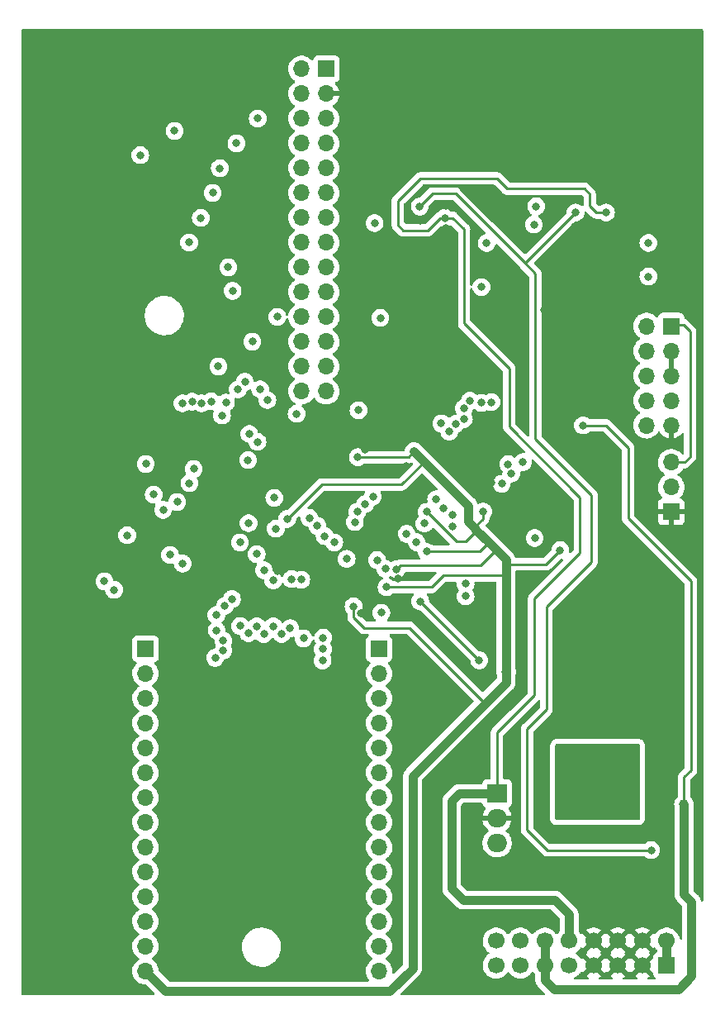
<source format=gbr>
%TF.GenerationSoftware,KiCad,Pcbnew,(6.0.6)*%
%TF.CreationDate,2022-11-26T14:51:24+01:00*%
%TF.ProjectId,wt,77742e6b-6963-4616-945f-706362585858,rev?*%
%TF.SameCoordinates,Original*%
%TF.FileFunction,Copper,L3,Inr*%
%TF.FilePolarity,Positive*%
%FSLAX46Y46*%
G04 Gerber Fmt 4.6, Leading zero omitted, Abs format (unit mm)*
G04 Created by KiCad (PCBNEW (6.0.6)) date 2022-11-26 14:51:24*
%MOMM*%
%LPD*%
G01*
G04 APERTURE LIST*
%TA.AperFunction,ComponentPad*%
%ADD10R,1.700000X1.700000*%
%TD*%
%TA.AperFunction,ComponentPad*%
%ADD11O,1.700000X1.700000*%
%TD*%
%TA.AperFunction,ComponentPad*%
%ADD12R,2.000000X1.905000*%
%TD*%
%TA.AperFunction,ComponentPad*%
%ADD13O,2.000000X1.905000*%
%TD*%
%TA.AperFunction,ComponentPad*%
%ADD14C,1.700000*%
%TD*%
%TA.AperFunction,ViaPad*%
%ADD15C,0.800000*%
%TD*%
%TA.AperFunction,ViaPad*%
%ADD16C,1.000000*%
%TD*%
%TA.AperFunction,Conductor*%
%ADD17C,0.900000*%
%TD*%
%TA.AperFunction,Conductor*%
%ADD18C,0.250000*%
%TD*%
G04 APERTURE END LIST*
D10*
%TO.N,B_BTN0*%
%TO.C,BackBoard_2*%
X13207600Y41000000D03*
D11*
%TO.N,B_BTN2*%
X13207600Y38460000D03*
%TO.N,B_BTN4*%
X13207600Y35920000D03*
%TO.N,B_LED16*%
X13207600Y33380000D03*
%TO.N,B_LED15*%
X13207600Y30840000D03*
%TO.N,B_LED17*%
X13207600Y28300000D03*
%TO.N,B_LED13*%
X13207600Y25760000D03*
%TO.N,B_AIN8-LED*%
X13207600Y23220000D03*
%TO.N,B_AIN0-LED*%
X13207600Y20680000D03*
%TO.N,B_AIN1-LED*%
X13207600Y18140000D03*
%TO.N,B_AIN3-LED*%
X13207600Y15600000D03*
%TO.N,B_AIN2-LED*%
X13207600Y13060000D03*
%TO.N,B_AIN11-LED*%
X13207600Y10520000D03*
%TO.N,+3V3*%
X13207600Y7980000D03*
%TD*%
D10*
%TO.N,B_AIN10*%
%TO.C,BackBoard_1*%
X31750000Y100402600D03*
D11*
%TO.N,B_AIN8*%
X29210000Y100402600D03*
%TO.N,GND*%
X31750000Y97862600D03*
%TO.N,B_PA9*%
X29210000Y97862600D03*
%TO.N,B_LED8*%
X31750000Y95322600D03*
%TO.N,B_AIN9*%
X29210000Y95322600D03*
%TO.N,B_LED7*%
X31750000Y92782600D03*
%TO.N,B_AIN11*%
X29210000Y92782600D03*
%TO.N,B_LED6*%
X31750000Y90242600D03*
%TO.N,B_AIN0*%
X29210000Y90242600D03*
%TO.N,B_LED5*%
X31750000Y87702600D03*
%TO.N,B_AIN1*%
X29210000Y87702600D03*
%TO.N,B_LED4*%
X31750000Y85162600D03*
%TO.N,B_AIN2*%
X29210000Y85162600D03*
%TO.N,B_LED3*%
X31750000Y82622600D03*
%TO.N,B_AIN3*%
X29210000Y82622600D03*
%TO.N,B_LED2*%
X31750000Y80082600D03*
%TO.N,B_AIN10-LED*%
X29210000Y80082600D03*
%TO.N,B_LED1*%
X31750000Y77542600D03*
%TO.N,B_AIN4*%
X29210000Y77542600D03*
%TO.N,B_LED0*%
X31750000Y75002600D03*
%TO.N,B_AIN5*%
X29210000Y75002600D03*
%TO.N,B_OutB*%
X31750000Y72462600D03*
%TO.N,B_AIN6*%
X29210000Y72462600D03*
%TO.N,B_OutA*%
X31750000Y69922600D03*
%TO.N,B_AIN7*%
X29210000Y69922600D03*
%TO.N,B_USB_D+*%
X31750000Y67382600D03*
%TO.N,B_USB_D-*%
X29210000Y67382600D03*
%TD*%
D10*
%TO.N,B_BTN1*%
%TO.C,BackBoard_3*%
X37159800Y41000000D03*
D11*
%TO.N,B_BTN3*%
X37159800Y38460000D03*
%TO.N,B_BTN5*%
X37159800Y35920000D03*
%TO.N,B_LED9*%
X37159800Y33380000D03*
%TO.N,B_LED10*%
X37159800Y30840000D03*
%TO.N,B_LED11*%
X37159800Y28300000D03*
%TO.N,B_LED12*%
X37159800Y25760000D03*
%TO.N,B_LED14*%
X37159800Y23220000D03*
%TO.N,B_AIN9-LED*%
X37159800Y20680000D03*
%TO.N,B_AIN4-LED*%
X37159800Y18140000D03*
%TO.N,B_AIN5-LED*%
X37159800Y15600000D03*
%TO.N,B_AIN6-LED*%
X37159800Y13060000D03*
%TO.N,+12V*%
X37159800Y10520000D03*
%TO.N,B_AIN7-LED*%
X37159800Y7980000D03*
%TD*%
D10*
%TO.N,+3V3*%
%TO.C,J2*%
X67111800Y74061400D03*
D11*
%TO.N,SWDIO*%
X64571800Y74061400D03*
%TO.N,GND*%
X67111800Y71521400D03*
%TO.N,SWDCLK*%
X64571800Y71521400D03*
%TO.N,GND*%
X67111800Y68981400D03*
%TO.N,TRACESWO*%
X64571800Y68981400D03*
%TO.N,unconnected-(J2-Pad7)*%
X67111800Y66441400D03*
%TO.N,JTDI*%
X64571800Y66441400D03*
%TO.N,GND*%
X67111800Y63901400D03*
%TO.N,RST*%
X64571800Y63901400D03*
%TD*%
D10*
%TO.N,GND*%
%TO.C,JP1*%
X67106800Y55031399D03*
D11*
%TO.N,Net-(JP1-Pad2)*%
X67106800Y57571399D03*
%TO.N,+3V3*%
X67106800Y60111399D03*
%TD*%
D12*
%TO.N,+12V*%
%TO.C,U18*%
X49255800Y26187400D03*
D13*
%TO.N,GND*%
X49255800Y23647400D03*
%TO.N,Net-(JP2-Pad1)*%
X49255800Y21107400D03*
%TD*%
D10*
%TO.N,-12V*%
%TO.C,U16*%
X66640600Y8579800D03*
D14*
X66640600Y11079800D03*
%TO.N,GND*%
X64140600Y8579800D03*
X64140600Y11079800D03*
X61640600Y8579800D03*
X61640600Y11079800D03*
X59140600Y8579800D03*
X59140600Y11079800D03*
%TO.N,+12V*%
X56640600Y8579800D03*
X56640600Y11079800D03*
%TO.N,+5V*%
X54140600Y8579800D03*
X54140600Y11079800D03*
%TO.N,unconnected-(U16-Pad13)*%
X51640600Y8579800D03*
X51640600Y11079800D03*
%TO.N,unconnected-(U16-Pad15)*%
X49140600Y8579800D03*
X49140600Y11079800D03*
%TD*%
D15*
%TO.N,+3V3*%
X55880000Y29210000D03*
X42037000Y55016400D03*
X62230000Y30480000D03*
X55880000Y25400000D03*
X60960000Y30480000D03*
X57150000Y26670000D03*
X27736800Y54305200D03*
X58420000Y30480000D03*
X37922200Y47320200D03*
X47828200Y55067200D03*
X60960000Y24130000D03*
X57150000Y27940000D03*
X62230000Y29210000D03*
X34975800Y60629800D03*
X34532703Y45341665D03*
X63500000Y26670000D03*
X62230000Y26670000D03*
X63500000Y24130000D03*
X59690000Y30480000D03*
X57150000Y29210000D03*
X57150000Y25400000D03*
X59690000Y24130000D03*
X63500000Y27940000D03*
X63500000Y25400000D03*
X63500000Y30480000D03*
X62230000Y24130000D03*
X63500000Y29210000D03*
X55880000Y30480000D03*
X55880000Y26670000D03*
X38963600Y49149000D03*
X62230000Y25400000D03*
X55880000Y27940000D03*
X55880000Y24130000D03*
X57150000Y30480000D03*
D16*
X50190400Y38633400D03*
D15*
X58420000Y24130000D03*
X55727600Y51104800D03*
X62230000Y27940000D03*
X42037000Y50952400D03*
X57150000Y24130000D03*
%TO.N,GND*%
X60528200Y87020400D03*
X43992800Y86385400D03*
X39928800Y59690000D03*
X12344400Y50546000D03*
X27127200Y21742400D03*
X57378600Y32486600D03*
X6502400Y74117200D03*
X11176000Y22453600D03*
X44196000Y8509000D03*
X26924000Y18643600D03*
X43637200Y72212200D03*
X35682356Y61396444D03*
X38862000Y55524400D03*
X2540000Y7264400D03*
X56591200Y72694800D03*
X47472600Y75641200D03*
X56083200Y70764400D03*
X35001200Y29464000D03*
X52298600Y54610000D03*
X7721600Y71374000D03*
X57251600Y84251800D03*
X24180800Y75539600D03*
X27686000Y59486800D03*
X43992800Y84074000D03*
X35052000Y71170800D03*
X25450800Y54914800D03*
X34340800Y59334400D03*
X35204400Y74320400D03*
X56591200Y75895200D03*
X11785600Y56235600D03*
X17475200Y16611600D03*
X42748200Y38455600D03*
X34899600Y27127200D03*
X44170600Y28727400D03*
X10160000Y15544800D03*
X48717200Y97383600D03*
X36728400Y78994000D03*
X26771600Y48971200D03*
X62534800Y33274000D03*
X24688800Y97688400D03*
X46736000Y99771200D03*
X26771600Y78790800D03*
X19151600Y31292800D03*
X10668000Y20167600D03*
X34645600Y22047200D03*
X62534800Y36169600D03*
X58089800Y62585600D03*
X41808400Y76758800D03*
X41351200Y84861400D03*
X63804800Y47294800D03*
X48666400Y58013600D03*
X16916400Y68427600D03*
X42522155Y52109647D03*
X52070000Y50901600D03*
X34899600Y24536400D03*
X15748000Y61112400D03*
X35534600Y49403000D03*
X60477400Y84328000D03*
X45008800Y97332800D03*
X65582800Y47294800D03*
X21742400Y83921600D03*
X64770000Y45669200D03*
X5791200Y7213600D03*
X34747200Y32105600D03*
X34188400Y37236400D03*
X4978400Y71526400D03*
X40081200Y73710800D03*
X48768000Y68580000D03*
X60299600Y52705000D03*
X4165600Y9702800D03*
X36880800Y88392000D03*
X35356800Y68046600D03*
X54102000Y75742800D03*
X35280600Y44678600D03*
X56235600Y65176400D03*
X30276800Y18338800D03*
D16*
X67767200Y29641800D03*
D15*
X39132788Y48163921D03*
X33553400Y52654200D03*
%TO.N,1V25*%
X47421800Y39827200D03*
X41376547Y45861772D03*
%TO.N,Net-(C1-Pad1)*%
X46024800Y47650400D03*
%TO.N,RST*%
X53111400Y52349400D03*
%TO.N,Net-(R2-Pad2)*%
X46024800Y46380400D03*
%TO.N,Net-(C17-Pad2)*%
X53035200Y84455000D03*
%TO.N,Net-(R10-Pad2)*%
X64770000Y82575400D03*
%TO.N,/DCA/InA*%
X37795200Y49199800D03*
%TO.N,/DCA/InB*%
X36957000Y50088800D03*
X53263800Y86334600D03*
X37287200Y74904600D03*
%TO.N,Net-(C4-Pad1)*%
X26568400Y53314600D03*
%TO.N,Net-(C5-Pad1)*%
X35052000Y65430400D03*
%TO.N,Net-(C23-Pad2)*%
X36703000Y84607400D03*
%TO.N,/DCA/CS*%
X51892200Y60121800D03*
%TO.N,/DCA/DACA{slash}B*%
X41808400Y53848000D03*
%TO.N,Net-(R11-Pad1)*%
X48183800Y82575400D03*
%TO.N,/D0*%
X48666400Y66268600D03*
%TO.N,/D1*%
X47650400Y66192400D03*
%TO.N,/D2*%
X45857493Y65631705D03*
%TO.N,/D3*%
X44983550Y64029864D03*
%TO.N,/D4*%
X43534550Y64076778D03*
%TO.N,/D5*%
X44355157Y63252608D03*
%TO.N,/D6*%
X45848636Y64530495D03*
%TO.N,/D7*%
X46470837Y66420891D03*
%TO.N,-12V*%
X57302400Y85699600D03*
X65049400Y20370800D03*
X41325800Y86309200D03*
%TO.N,+12V*%
X43916600Y85140800D03*
X60426600Y85699600D03*
D16*
%TO.N,+5V*%
X68427600Y25044400D03*
D15*
X58064400Y63881000D03*
%TO.N,Net-(R4-Pad1)*%
X33832800Y50215800D03*
%TO.N,B_AIN10-LED*%
X21458544Y66216586D03*
X21691600Y80086200D03*
X26416000Y56464200D03*
%TO.N,B_AIN8*%
X36525200Y56591200D03*
X25709296Y66489349D03*
%TO.N,B_LED16*%
X15011400Y55219600D03*
%TO.N,B_LED15*%
X15722600Y50622200D03*
%TO.N,B_LED17*%
X16459200Y56032400D03*
%TO.N,B_LED13*%
X17018000Y49733200D03*
%TO.N,B_LED9*%
X28041600Y43103800D03*
X29183170Y48082765D03*
%TO.N,B_AIN9-LED*%
X23774400Y53873400D03*
X23774400Y42595800D03*
%TO.N,B_AIN8-LED*%
X11328400Y52628800D03*
%TO.N,B_AIN9*%
X24714200Y95326200D03*
X35737800Y55829200D03*
X24968200Y67589400D03*
%TO.N,B_LED10*%
X28185375Y48141176D03*
X27152600Y42519600D03*
%TO.N,B_AIN7-LED*%
X22910800Y43332400D03*
X22885400Y51892200D03*
%TO.N,B_AIN1-LED*%
X8991600Y47904400D03*
%TO.N,B_LED11*%
X26314400Y48006000D03*
X26314400Y43307000D03*
%TO.N,B_LED12*%
X25349201Y49047399D03*
X25349200Y42519600D03*
%TO.N,B_AIN0-LED*%
X9982200Y47040800D03*
%TO.N,B_AIN2-LED*%
X31583671Y52538671D03*
X21183600Y40817800D03*
%TO.N,B_AIN3-LED*%
X20345400Y40081200D03*
X32562800Y51892200D03*
%TO.N,B_AIN4-LED*%
X39979600Y52781200D03*
%TO.N,B_LED14*%
X24612600Y43307000D03*
X24612600Y50698400D03*
%TO.N,B_AIN5-LED*%
X40995600Y51917600D03*
%TO.N,B_AIN11-LED*%
X28702000Y65074800D03*
%TO.N,B_LED8*%
X16179800Y94056200D03*
%TO.N,B_LED7*%
X12676539Y91577538D03*
%TO.N,B_LED5*%
X44653200Y54686200D03*
%TO.N,B_LED4*%
X43764200Y55422800D03*
%TO.N,B_LED3*%
X43002200Y56311800D03*
%TO.N,B_LED2*%
X49731936Y57891384D03*
%TO.N,B_LED1*%
X50715402Y58957115D03*
%TO.N,B_LED0*%
X50397755Y59905300D03*
%TO.N,B_LED6*%
X44719653Y53532910D03*
%TO.N,B_OutA*%
X47650400Y78054200D03*
%TO.N,B_OutB*%
X64770360Y79134300D03*
%TO.N,B_AIN10*%
X34925000Y55041800D03*
X23394600Y68364415D03*
%TO.N,B_AIN11*%
X22529800Y92786200D03*
X34671000Y53975000D03*
X22670100Y67580691D03*
%TO.N,B_AIN0*%
X20828000Y90220800D03*
X31369000Y39801800D03*
X19951100Y66354726D03*
%TO.N,B_AIN1*%
X18970099Y66163307D03*
X20091400Y87706200D03*
X31394400Y40970200D03*
%TO.N,B_AIN2*%
X17982267Y66315601D03*
X31419800Y42138600D03*
X18872200Y85140800D03*
%TO.N,B_AIN3*%
X17678400Y82626200D03*
X16996029Y66153310D03*
X37384229Y44682628D03*
%TO.N,B_AIN7*%
X20497800Y42875200D03*
X21056600Y64897000D03*
X20675602Y69926199D03*
%TO.N,B_AIN6*%
X23850600Y63017400D03*
X24155400Y72466200D03*
X20472400Y44475400D03*
%TO.N,B_AIN4*%
X23723600Y60325000D03*
X22072600Y46101000D03*
X22136700Y77673727D03*
%TO.N,B_AIN5*%
X24688800Y62204600D03*
X26720800Y75006200D03*
X21353114Y45407210D03*
%TO.N,B_BTN1*%
X18153096Y59423900D03*
%TO.N,B_BTN0*%
X13233400Y59944000D03*
%TO.N,B_BTN2*%
X29997400Y54406800D03*
X21182712Y41817302D03*
%TO.N,B_BTN4*%
X14046200Y56794400D03*
%TO.N,B_BTN3*%
X30826431Y53577724D03*
X29413200Y42060915D03*
%TO.N,B_BTN5*%
X17703595Y57962800D03*
%TD*%
D17*
%TO.N,+3V3*%
X41795700Y60159900D02*
X40741600Y61214000D01*
X50165000Y49657000D02*
X50165000Y50139600D01*
D18*
X34532703Y45341665D02*
X34532703Y44207297D01*
X47828200Y54330600D02*
X46901100Y53403500D01*
X47548800Y49530000D02*
X49161700Y51142900D01*
D17*
X50190400Y37566600D02*
X40589200Y27965400D01*
D18*
X37922200Y47320200D02*
X42545000Y47320200D01*
D17*
X46278800Y55676800D02*
X41795700Y60159900D01*
D18*
X69037200Y60680600D02*
X69037200Y73482200D01*
X43738800Y48514000D02*
X49834800Y48514000D01*
X42037000Y55016400D02*
X45085000Y51968400D01*
D17*
X50165000Y38658800D02*
X50190400Y38633400D01*
D18*
X39344600Y49530000D02*
X47548800Y49530000D01*
X35585400Y43154600D02*
X40284400Y43154600D01*
X54279800Y49657000D02*
X50165000Y49657000D01*
X31267400Y57835800D02*
X39471600Y57835800D01*
D17*
X38277800Y5943600D02*
X15244000Y5943600D01*
D18*
X49834800Y48514000D02*
X50165000Y48844200D01*
X27736800Y54305200D02*
X31267400Y57835800D01*
X69037200Y73482200D02*
X68351400Y74168000D01*
X68467999Y60111399D02*
X69037200Y60680600D01*
D17*
X47180500Y53124100D02*
X46901100Y53403500D01*
X48412400Y51892200D02*
X47180500Y53124100D01*
X49161700Y51142900D02*
X48412400Y51892200D01*
D18*
X40284400Y43154600D02*
X48183800Y35255200D01*
X48412400Y51892200D02*
X47472600Y50952400D01*
X47472600Y50952400D02*
X42037000Y50952400D01*
D17*
X50165000Y48844200D02*
X50165000Y49657000D01*
X50190400Y38633400D02*
X50190400Y37566600D01*
D18*
X42545000Y47320200D02*
X43738800Y48514000D01*
D17*
X15244000Y5943600D02*
X13207600Y7980000D01*
X46278800Y54025800D02*
X46278800Y55676800D01*
D18*
X68351400Y74168000D02*
X67218400Y74168000D01*
D17*
X50165000Y50139600D02*
X49161700Y51142900D01*
D18*
X34975800Y60629800D02*
X40157400Y60629800D01*
X40157400Y60629800D02*
X40741600Y61214000D01*
X46024800Y51968400D02*
X47180500Y53124100D01*
X39471600Y57835800D02*
X41795700Y60159900D01*
D17*
X50165000Y48844200D02*
X50165000Y38658800D01*
D18*
X45085000Y51968400D02*
X46024800Y51968400D01*
X67106800Y60111399D02*
X68467999Y60111399D01*
X38963600Y49149000D02*
X39344600Y49530000D01*
D17*
X40589200Y8255000D02*
X38277800Y5943600D01*
X40589200Y27965400D02*
X40589200Y8255000D01*
D18*
X47828200Y55067200D02*
X47828200Y54330600D01*
D17*
X46901100Y53403500D02*
X46278800Y54025800D01*
D18*
X34532703Y44207297D02*
X35585400Y43154600D01*
X55727600Y51104800D02*
X54279800Y49657000D01*
%TO.N,1V25*%
X47411119Y39827200D02*
X47421800Y39827200D01*
X41376547Y45861772D02*
X47411119Y39827200D01*
%TO.N,-12V*%
X54330600Y45288200D02*
X54330600Y34798000D01*
X42621200Y87630000D02*
X44983400Y87630000D01*
X54330600Y34798000D02*
X52324000Y32791400D01*
X41325800Y86309200D02*
X41325800Y86334600D01*
X52324000Y22428200D02*
X54381400Y20370800D01*
X51943000Y80670400D02*
X53187600Y79425800D01*
X58928000Y49885600D02*
X54330600Y45288200D01*
X53187600Y79425800D02*
X53187600Y62509400D01*
X41325800Y86334600D02*
X42621200Y87630000D01*
D17*
X66640600Y8579800D02*
X66640600Y11079800D01*
D18*
X52120800Y80518000D02*
X52095400Y80518000D01*
X53187600Y62509400D02*
X58928000Y56769000D01*
X52095400Y80518000D02*
X51943000Y80670400D01*
X58928000Y56769000D02*
X58928000Y49885600D01*
X52324000Y32791400D02*
X52324000Y22428200D01*
X57302400Y85699600D02*
X52120800Y80518000D01*
X44983400Y87630000D02*
X51943000Y80670400D01*
X54381400Y20370800D02*
X65049400Y20370800D01*
%TO.N,+12V*%
X58191400Y88138000D02*
X58750200Y87579200D01*
X45872400Y83972400D02*
X44704000Y85140800D01*
D17*
X45770800Y15265400D02*
X55168800Y15265400D01*
D18*
X49255800Y32415600D02*
X53060600Y36220400D01*
X39624000Y83870800D02*
X39065200Y84429600D01*
X49250600Y89179400D02*
X50292000Y88138000D01*
X39065200Y86868000D02*
X41376600Y89179400D01*
D17*
X44602400Y16433800D02*
X45770800Y15265400D01*
X56640600Y13793600D02*
X56640600Y11079800D01*
D18*
X59436000Y85699600D02*
X60426600Y85699600D01*
X44704000Y85140800D02*
X43916600Y85140800D01*
X39065200Y84429600D02*
X39065200Y86868000D01*
X58750200Y86385400D02*
X59436000Y85699600D01*
X42138600Y83870800D02*
X39624000Y83870800D01*
X57759600Y56489600D02*
X50495200Y63754000D01*
D17*
X45389800Y26187400D02*
X44602400Y25400000D01*
D18*
X43916600Y85140800D02*
X43408600Y85140800D01*
D17*
X49255800Y26187400D02*
X45389800Y26187400D01*
D18*
X43408600Y85140800D02*
X42138600Y83870800D01*
D17*
X44602400Y25400000D02*
X44602400Y16433800D01*
D18*
X50495200Y63754000D02*
X50495200Y69697600D01*
X53060600Y46151800D02*
X57759600Y50850800D01*
X50292000Y88138000D02*
X58191400Y88138000D01*
X45872400Y74320400D02*
X45872400Y83972400D01*
D17*
X55168800Y15265400D02*
X56640600Y13793600D01*
D18*
X49255800Y26187400D02*
X49255800Y32415600D01*
X57759600Y50850800D02*
X57759600Y56489600D01*
X41376600Y89179400D02*
X49250600Y89179400D01*
X53060600Y36220400D02*
X53060600Y46151800D01*
X58750200Y87579200D02*
X58750200Y86385400D01*
X50495200Y69697600D02*
X45872400Y74320400D01*
%TO.N,+5V*%
X68427600Y27838400D02*
X68427600Y25044400D01*
D17*
X54140600Y7073400D02*
X55067200Y6146800D01*
D18*
X62687200Y54356000D02*
X69138800Y47904400D01*
D17*
X69189600Y7442200D02*
X69189600Y15062200D01*
D18*
X60401200Y63881000D02*
X62687200Y61595000D01*
D17*
X55067200Y6146800D02*
X67894200Y6146800D01*
D18*
X69138800Y28549600D02*
X68427600Y27838400D01*
X58064400Y63881000D02*
X60401200Y63881000D01*
D17*
X54140600Y8579800D02*
X54140600Y7073400D01*
X67894200Y6146800D02*
X69189600Y7442200D01*
D18*
X69138800Y47904400D02*
X69138800Y28549600D01*
D17*
X54140600Y8579800D02*
X54140600Y11079800D01*
D18*
X62687200Y61595000D02*
X62687200Y54356000D01*
D17*
X68427600Y15824200D02*
X68427600Y25044400D01*
X69189600Y15062200D02*
X68427600Y15824200D01*
%TD*%
%TA.AperFunction,Conductor*%
%TO.N,GND*%
G36*
X70333621Y104471498D02*
G01*
X70380114Y104417842D01*
X70391500Y104365500D01*
X70391500Y15205919D01*
X70371498Y15137798D01*
X70317842Y15091305D01*
X70247568Y15081201D01*
X70182988Y15110695D01*
X70144604Y15170421D01*
X70141413Y15184047D01*
X70140452Y15189499D01*
X70139184Y15198638D01*
X70134010Y15249573D01*
X70133365Y15255927D01*
X70125223Y15281907D01*
X70121372Y15297706D01*
X70117752Y15318237D01*
X70116643Y15324527D01*
X70095441Y15378076D01*
X70092360Y15386778D01*
X70077046Y15435646D01*
X70077042Y15435655D01*
X70075135Y15441741D01*
X70061933Y15465558D01*
X70054983Y15480260D01*
X70047309Y15499643D01*
X70044960Y15505576D01*
X70041464Y15510919D01*
X70041461Y15510924D01*
X70013419Y15553776D01*
X70008648Y15561685D01*
X69983825Y15606467D01*
X69983824Y15606469D01*
X69980730Y15612050D01*
X69963009Y15632726D01*
X69953246Y15645729D01*
X69938336Y15668514D01*
X69934053Y15673271D01*
X69896918Y15710406D01*
X69890345Y15717504D01*
X69877755Y15732193D01*
X69854009Y15759898D01*
X69830921Y15777807D01*
X69819053Y15788271D01*
X69423005Y16184319D01*
X69388979Y16246631D01*
X69386100Y16273414D01*
X69386100Y24710207D01*
X69392541Y24749975D01*
X69415797Y24819887D01*
X69440585Y25016105D01*
X69440980Y25044400D01*
X69421680Y25241233D01*
X69364516Y25430569D01*
X69271666Y25605196D01*
X69196655Y25697168D01*
X69150560Y25753687D01*
X69150557Y25753690D01*
X69146665Y25758462D01*
X69140324Y25763708D01*
X69106784Y25791455D01*
X69067046Y25850289D01*
X69061100Y25888539D01*
X69061100Y27523806D01*
X69081102Y27591927D01*
X69098005Y27612901D01*
X69531047Y28045943D01*
X69539337Y28053487D01*
X69545818Y28057600D01*
X69592459Y28107268D01*
X69595213Y28110109D01*
X69614935Y28129831D01*
X69617419Y28133033D01*
X69625117Y28142045D01*
X69649961Y28168502D01*
X69655386Y28174279D01*
X69665147Y28192034D01*
X69675998Y28208553D01*
X69688414Y28224559D01*
X69697671Y28245951D01*
X69705974Y28265137D01*
X69711191Y28275787D01*
X69732495Y28314540D01*
X69734717Y28323192D01*
X69737533Y28334162D01*
X69743937Y28352866D01*
X69748833Y28364180D01*
X69748833Y28364181D01*
X69751981Y28371455D01*
X69753220Y28379278D01*
X69753223Y28379288D01*
X69758899Y28415124D01*
X69761305Y28426744D01*
X69770328Y28461889D01*
X69770328Y28461890D01*
X69772300Y28469570D01*
X69772300Y28489824D01*
X69773851Y28509535D01*
X69775780Y28521714D01*
X69777020Y28529543D01*
X69772859Y28573562D01*
X69772300Y28585419D01*
X69772300Y47825633D01*
X69772827Y47836816D01*
X69774502Y47844309D01*
X69772362Y47912386D01*
X69772300Y47916345D01*
X69772300Y47944256D01*
X69771795Y47948256D01*
X69770862Y47960099D01*
X69770435Y47973702D01*
X69769473Y48004290D01*
X69763822Y48023742D01*
X69759814Y48043094D01*
X69758267Y48055337D01*
X69757274Y48063197D01*
X69749527Y48082765D01*
X69741000Y48104303D01*
X69737155Y48115530D01*
X69730365Y48138899D01*
X69724818Y48157993D01*
X69720784Y48164815D01*
X69720781Y48164821D01*
X69714506Y48175432D01*
X69705810Y48193182D01*
X69701272Y48204644D01*
X69701269Y48204649D01*
X69698352Y48212017D01*
X69685701Y48229430D01*
X69672373Y48247775D01*
X69665857Y48257693D01*
X69647375Y48288943D01*
X69643342Y48295763D01*
X69629018Y48310087D01*
X69616176Y48325122D01*
X69611830Y48331104D01*
X69604272Y48341507D01*
X69570206Y48369689D01*
X69561427Y48377678D01*
X63802375Y54136730D01*
X65748801Y54136730D01*
X65749171Y54129909D01*
X65754695Y54079047D01*
X65758321Y54063795D01*
X65803476Y53943345D01*
X65812014Y53927750D01*
X65888515Y53825675D01*
X65901076Y53813114D01*
X66003151Y53736613D01*
X66018746Y53728075D01*
X66139194Y53682921D01*
X66154449Y53679294D01*
X66205314Y53673768D01*
X66212128Y53673399D01*
X66834685Y53673399D01*
X66849924Y53677874D01*
X66851129Y53679264D01*
X66852800Y53686947D01*
X66852800Y53691515D01*
X67360800Y53691515D01*
X67365275Y53676276D01*
X67366665Y53675071D01*
X67374348Y53673400D01*
X68001469Y53673400D01*
X68008290Y53673770D01*
X68059152Y53679294D01*
X68074404Y53682920D01*
X68194854Y53728075D01*
X68210449Y53736613D01*
X68312524Y53813114D01*
X68325085Y53825675D01*
X68401586Y53927750D01*
X68410124Y53943345D01*
X68455278Y54063793D01*
X68458905Y54079048D01*
X68464431Y54129913D01*
X68464800Y54136727D01*
X68464800Y54759284D01*
X68460325Y54774523D01*
X68458935Y54775728D01*
X68451252Y54777399D01*
X67378915Y54777399D01*
X67363676Y54772924D01*
X67362471Y54771534D01*
X67360800Y54763851D01*
X67360800Y53691515D01*
X66852800Y53691515D01*
X66852800Y54759284D01*
X66848325Y54774523D01*
X66846935Y54775728D01*
X66839252Y54777399D01*
X65766916Y54777399D01*
X65751677Y54772924D01*
X65750472Y54771534D01*
X65748801Y54763851D01*
X65748801Y54136730D01*
X63802375Y54136730D01*
X63357605Y54581500D01*
X63323579Y54643812D01*
X63320700Y54670595D01*
X63320700Y61516233D01*
X63321227Y61527416D01*
X63322902Y61534909D01*
X63320762Y61602986D01*
X63320700Y61606945D01*
X63320700Y61634856D01*
X63320195Y61638856D01*
X63319262Y61650699D01*
X63318122Y61686971D01*
X63317873Y61694890D01*
X63312222Y61714342D01*
X63308214Y61733694D01*
X63306667Y61745937D01*
X63305674Y61753797D01*
X63302756Y61761168D01*
X63289400Y61794903D01*
X63285555Y61806130D01*
X63279398Y61827321D01*
X63273218Y61848593D01*
X63269184Y61855415D01*
X63269181Y61855421D01*
X63262906Y61866032D01*
X63254210Y61883782D01*
X63249672Y61895244D01*
X63249669Y61895249D01*
X63246752Y61902617D01*
X63231284Y61923907D01*
X63220773Y61938375D01*
X63214257Y61948293D01*
X63195775Y61979543D01*
X63191742Y61986363D01*
X63177418Y62000687D01*
X63164576Y62015722D01*
X63162683Y62018328D01*
X63152672Y62032107D01*
X63118606Y62060289D01*
X63109827Y62068278D01*
X61243400Y63934705D01*
X63209051Y63934705D01*
X63209348Y63929552D01*
X63209348Y63929549D01*
X63220159Y63742055D01*
X63221910Y63711685D01*
X63223047Y63706639D01*
X63223048Y63706633D01*
X63242123Y63621995D01*
X63271022Y63493761D01*
X63355066Y63286784D01*
X63357765Y63282380D01*
X63415918Y63187483D01*
X63471787Y63096312D01*
X63618050Y62927462D01*
X63789926Y62784768D01*
X63982800Y62672062D01*
X64191492Y62592370D01*
X64196560Y62591339D01*
X64196563Y62591338D01*
X64283051Y62573742D01*
X64410397Y62547833D01*
X64415572Y62547643D01*
X64415574Y62547643D01*
X64628473Y62539836D01*
X64628477Y62539836D01*
X64633637Y62539647D01*
X64638757Y62540303D01*
X64638759Y62540303D01*
X64850088Y62567375D01*
X64850089Y62567375D01*
X64855216Y62568032D01*
X64861346Y62569871D01*
X65064229Y62630739D01*
X65064234Y62630741D01*
X65069184Y62632226D01*
X65269794Y62730504D01*
X65451660Y62860227D01*
X65474981Y62883466D01*
X65606235Y63014263D01*
X65609896Y63017911D01*
X65650735Y63074744D01*
X65740253Y63199323D01*
X65741440Y63198470D01*
X65788760Y63242038D01*
X65858697Y63254255D01*
X65924138Y63226722D01*
X65951966Y63194889D01*
X66009494Y63101012D01*
X66015577Y63092701D01*
X66155013Y62931733D01*
X66162380Y62924517D01*
X66326234Y62788484D01*
X66334681Y62782569D01*
X66518556Y62675121D01*
X66527842Y62670671D01*
X66726801Y62594697D01*
X66736699Y62591821D01*
X66840050Y62570794D01*
X66854099Y62571990D01*
X66857800Y62582335D01*
X66857800Y64029400D01*
X66877802Y64097521D01*
X66931458Y64144014D01*
X66983800Y64155400D01*
X67239800Y64155400D01*
X67307921Y64135398D01*
X67354414Y64081742D01*
X67365800Y64029400D01*
X67365800Y62582883D01*
X67369864Y62569041D01*
X67383278Y62567007D01*
X67389984Y62567866D01*
X67400062Y62570008D01*
X67604055Y62631209D01*
X67613642Y62634967D01*
X67804895Y62728661D01*
X67813745Y62733936D01*
X67987128Y62857608D01*
X67995000Y62864261D01*
X68145852Y63014588D01*
X68152523Y63022428D01*
X68175377Y63054232D01*
X68231372Y63097880D01*
X68302075Y63104326D01*
X68365040Y63071523D01*
X68400274Y63009887D01*
X68403700Y62980706D01*
X68403700Y61030458D01*
X68383698Y60962337D01*
X68330042Y60915844D01*
X68259768Y60905740D01*
X68195188Y60935234D01*
X68184506Y60945659D01*
X68039951Y61104523D01*
X68039948Y61104526D01*
X68036470Y61108348D01*
X68032419Y61111547D01*
X68032415Y61111551D01*
X67865214Y61243599D01*
X67865210Y61243601D01*
X67861159Y61246801D01*
X67665589Y61354761D01*
X67660720Y61356485D01*
X67660716Y61356487D01*
X67459887Y61427604D01*
X67459883Y61427605D01*
X67455012Y61429330D01*
X67449919Y61430237D01*
X67449916Y61430238D01*
X67240173Y61467599D01*
X67240167Y61467600D01*
X67235084Y61468505D01*
X67161252Y61469407D01*
X67016881Y61471171D01*
X67016879Y61471171D01*
X67011711Y61471234D01*
X66790891Y61437444D01*
X66578556Y61368042D01*
X66548243Y61352262D01*
X66442993Y61297472D01*
X66380407Y61264892D01*
X66376274Y61261789D01*
X66376271Y61261787D01*
X66242070Y61161026D01*
X66201765Y61130764D01*
X66047429Y60969261D01*
X65921543Y60784719D01*
X65898519Y60735118D01*
X65839745Y60608499D01*
X65827488Y60582094D01*
X65767789Y60366829D01*
X65744051Y60144704D01*
X65744348Y60139551D01*
X65744348Y60139548D01*
X65748984Y60059141D01*
X65756910Y59921684D01*
X65758047Y59916638D01*
X65758048Y59916632D01*
X65776221Y59835997D01*
X65806022Y59703760D01*
X65861667Y59566721D01*
X65883462Y59513048D01*
X65890066Y59496783D01*
X65909616Y59464881D01*
X65971774Y59363448D01*
X66006787Y59306311D01*
X66153050Y59137461D01*
X66324926Y58994767D01*
X66351708Y58979117D01*
X66398245Y58951923D01*
X66446969Y58900285D01*
X66460040Y58830502D01*
X66433309Y58764730D01*
X66392855Y58731372D01*
X66380407Y58724892D01*
X66376274Y58721789D01*
X66376271Y58721787D01*
X66205900Y58593869D01*
X66201765Y58590764D01*
X66198193Y58587026D01*
X66051228Y58433236D01*
X66047429Y58429261D01*
X66044515Y58424989D01*
X66044514Y58424988D01*
X65989526Y58344378D01*
X65921543Y58244719D01*
X65905803Y58210809D01*
X65831152Y58049987D01*
X65827488Y58042094D01*
X65767789Y57826829D01*
X65744051Y57604704D01*
X65744348Y57599551D01*
X65744348Y57599548D01*
X65751913Y57468355D01*
X65756910Y57381684D01*
X65758047Y57376638D01*
X65758048Y57376632D01*
X65777832Y57288845D01*
X65806022Y57163760D01*
X65863344Y57022593D01*
X65887641Y56962756D01*
X65890066Y56956783D01*
X65899799Y56940900D01*
X65997813Y56780956D01*
X66006787Y56766311D01*
X66153050Y56597461D01*
X66157025Y56594161D01*
X66157031Y56594155D01*
X66162225Y56589843D01*
X66201859Y56530939D01*
X66203355Y56459958D01*
X66166239Y56399437D01*
X66125968Y56374919D01*
X66018746Y56334723D01*
X66003151Y56326185D01*
X65901076Y56249684D01*
X65888515Y56237123D01*
X65812014Y56135048D01*
X65803476Y56119453D01*
X65758322Y55999005D01*
X65754695Y55983750D01*
X65749169Y55932885D01*
X65748800Y55926071D01*
X65748800Y55303514D01*
X65753275Y55288275D01*
X65754665Y55287070D01*
X65762348Y55285399D01*
X68446684Y55285399D01*
X68461923Y55289874D01*
X68463128Y55291264D01*
X68464799Y55298947D01*
X68464799Y55926068D01*
X68464429Y55932889D01*
X68458905Y55983751D01*
X68455279Y55999003D01*
X68410124Y56119453D01*
X68401586Y56135048D01*
X68325085Y56237123D01*
X68312524Y56249684D01*
X68210449Y56326185D01*
X68194854Y56334723D01*
X68084613Y56376051D01*
X68027849Y56418693D01*
X68003149Y56485254D01*
X68018357Y56554603D01*
X68039904Y56583284D01*
X68141230Y56684255D01*
X68141240Y56684267D01*
X68144896Y56687910D01*
X68204394Y56770710D01*
X68272235Y56865122D01*
X68275253Y56869322D01*
X68307797Y56935169D01*
X68371936Y57064946D01*
X68371937Y57064948D01*
X68374230Y57069588D01*
X68420020Y57220300D01*
X68437665Y57278376D01*
X68437665Y57278378D01*
X68439170Y57283330D01*
X68468329Y57504809D01*
X68469956Y57571399D01*
X68451652Y57794038D01*
X68397231Y58010697D01*
X68308154Y58215559D01*
X68245003Y58313176D01*
X68189622Y58398782D01*
X68189620Y58398785D01*
X68186814Y58403122D01*
X68036470Y58568348D01*
X68032419Y58571547D01*
X68032415Y58571551D01*
X67865214Y58703599D01*
X67865210Y58703601D01*
X67861159Y58706801D01*
X67819853Y58729603D01*
X67769884Y58780035D01*
X67755112Y58849478D01*
X67780228Y58915883D01*
X67807580Y58942490D01*
X67858929Y58979117D01*
X67986660Y59070226D01*
X67991658Y59075206D01*
X68130235Y59213300D01*
X68144896Y59227910D01*
X68204394Y59310710D01*
X68272235Y59405122D01*
X68275253Y59409322D01*
X68277546Y59413962D01*
X68279246Y59416791D01*
X68331474Y59464881D01*
X68387251Y59477899D01*
X68389232Y59477899D01*
X68400415Y59477372D01*
X68407908Y59475697D01*
X68415834Y59475946D01*
X68415835Y59475946D01*
X68475985Y59477837D01*
X68479944Y59477899D01*
X68507855Y59477899D01*
X68511790Y59478396D01*
X68511855Y59478404D01*
X68523692Y59479337D01*
X68555950Y59480351D01*
X68559969Y59480477D01*
X68567888Y59480726D01*
X68587342Y59486378D01*
X68606699Y59490386D01*
X68618929Y59491931D01*
X68618930Y59491931D01*
X68626796Y59492925D01*
X68634167Y59495844D01*
X68634169Y59495844D01*
X68667911Y59509203D01*
X68679141Y59513048D01*
X68713982Y59523170D01*
X68713983Y59523170D01*
X68721592Y59525381D01*
X68728411Y59529414D01*
X68728416Y59529416D01*
X68739027Y59535692D01*
X68756775Y59544387D01*
X68775616Y59551847D01*
X68811386Y59577835D01*
X68821306Y59584351D01*
X68852534Y59602819D01*
X68852537Y59602821D01*
X68859361Y59606857D01*
X68873682Y59621178D01*
X68888716Y59634019D01*
X68898692Y59641267D01*
X68905106Y59645927D01*
X68933287Y59679992D01*
X68941277Y59688773D01*
X69429458Y60176953D01*
X69437737Y60184487D01*
X69444218Y60188600D01*
X69490844Y60238252D01*
X69493598Y60241093D01*
X69513335Y60260830D01*
X69515815Y60264027D01*
X69523520Y60273049D01*
X69532469Y60282579D01*
X69553786Y60305279D01*
X69557605Y60312225D01*
X69557607Y60312228D01*
X69563548Y60323034D01*
X69574399Y60339553D01*
X69581958Y60349299D01*
X69586814Y60355559D01*
X69589959Y60362828D01*
X69589962Y60362832D01*
X69604374Y60396137D01*
X69609591Y60406787D01*
X69630895Y60445540D01*
X69635933Y60465163D01*
X69642337Y60483866D01*
X69647233Y60495180D01*
X69647233Y60495181D01*
X69650381Y60502455D01*
X69651620Y60510278D01*
X69651623Y60510288D01*
X69657299Y60546124D01*
X69659705Y60557744D01*
X69668728Y60592889D01*
X69668728Y60592890D01*
X69670700Y60600570D01*
X69670700Y60620824D01*
X69672251Y60640535D01*
X69674180Y60652714D01*
X69675420Y60660543D01*
X69671259Y60704562D01*
X69670700Y60716419D01*
X69670700Y73403432D01*
X69671227Y73414615D01*
X69672902Y73422108D01*
X69672127Y73446784D01*
X69670762Y73490198D01*
X69670700Y73494156D01*
X69670700Y73522056D01*
X69670196Y73526047D01*
X69669263Y73537889D01*
X69668123Y73574164D01*
X69667874Y73582089D01*
X69665661Y73589707D01*
X69662221Y73601548D01*
X69658212Y73620907D01*
X69658001Y73622573D01*
X69655674Y73640997D01*
X69652758Y73648363D01*
X69652756Y73648369D01*
X69639400Y73682102D01*
X69635555Y73693332D01*
X69625430Y73728183D01*
X69625430Y73728184D01*
X69623219Y73735793D01*
X69612905Y73753234D01*
X69604208Y73770987D01*
X69599672Y73782442D01*
X69596752Y73789817D01*
X69570763Y73825588D01*
X69564247Y73835508D01*
X69559743Y73843124D01*
X69541742Y73873562D01*
X69527421Y73887883D01*
X69514580Y73902917D01*
X69507332Y73912893D01*
X69502672Y73919307D01*
X69468607Y73947488D01*
X69459826Y73955478D01*
X68855047Y74560258D01*
X68847513Y74568537D01*
X68843400Y74575018D01*
X68793748Y74621644D01*
X68790907Y74624398D01*
X68771170Y74644135D01*
X68767973Y74646615D01*
X68758951Y74654320D01*
X68732500Y74679159D01*
X68726721Y74684586D01*
X68719775Y74688405D01*
X68719772Y74688407D01*
X68708966Y74694348D01*
X68692447Y74705199D01*
X68688328Y74708394D01*
X68676441Y74717614D01*
X68669172Y74720759D01*
X68669168Y74720762D01*
X68635863Y74735174D01*
X68625213Y74740391D01*
X68586460Y74761695D01*
X68566837Y74766733D01*
X68548131Y74773138D01*
X68546257Y74773949D01*
X68491684Y74819361D01*
X68470300Y74889585D01*
X68470300Y74959534D01*
X68463545Y75021716D01*
X68412415Y75158105D01*
X68325061Y75274661D01*
X68208505Y75362015D01*
X68072116Y75413145D01*
X68009934Y75419900D01*
X66213666Y75419900D01*
X66151484Y75413145D01*
X66015095Y75362015D01*
X65898539Y75274661D01*
X65811185Y75158105D01*
X65808033Y75149697D01*
X65766719Y75039493D01*
X65724077Y74982729D01*
X65657516Y74958029D01*
X65588167Y74973237D01*
X65555543Y74998924D01*
X65504951Y75054525D01*
X65504942Y75054534D01*
X65501470Y75058349D01*
X65497419Y75061548D01*
X65497415Y75061552D01*
X65330214Y75193600D01*
X65330210Y75193602D01*
X65326159Y75196802D01*
X65316008Y75202406D01*
X65206219Y75263012D01*
X65130589Y75304762D01*
X65125720Y75306486D01*
X65125716Y75306488D01*
X64924887Y75377605D01*
X64924883Y75377606D01*
X64920012Y75379331D01*
X64914919Y75380238D01*
X64914916Y75380239D01*
X64705173Y75417600D01*
X64705167Y75417601D01*
X64700084Y75418506D01*
X64626252Y75419408D01*
X64481881Y75421172D01*
X64481879Y75421172D01*
X64476711Y75421235D01*
X64255891Y75387445D01*
X64043556Y75318043D01*
X63845407Y75214893D01*
X63841274Y75211790D01*
X63841271Y75211788D01*
X63670900Y75083870D01*
X63666765Y75080765D01*
X63627325Y75039493D01*
X63573080Y74982729D01*
X63512429Y74919262D01*
X63509515Y74914990D01*
X63509514Y74914989D01*
X63504247Y74907268D01*
X63386543Y74734720D01*
X63292488Y74532095D01*
X63232789Y74316830D01*
X63209051Y74094705D01*
X63209348Y74089552D01*
X63209348Y74089549D01*
X63220572Y73894897D01*
X63221910Y73871685D01*
X63223047Y73866639D01*
X63223048Y73866633D01*
X63241085Y73786599D01*
X63271022Y73653761D01*
X63326112Y73518090D01*
X63337438Y73490198D01*
X63355066Y73446784D01*
X63374364Y73415292D01*
X63445249Y73299619D01*
X63471787Y73256312D01*
X63618050Y73087462D01*
X63789926Y72944768D01*
X63809560Y72933295D01*
X63863245Y72901924D01*
X63911969Y72850286D01*
X63925040Y72780503D01*
X63898309Y72714731D01*
X63857855Y72681373D01*
X63845407Y72674893D01*
X63841274Y72671790D01*
X63841271Y72671788D01*
X63755609Y72607471D01*
X63666765Y72540765D01*
X63512429Y72379262D01*
X63509515Y72374990D01*
X63509514Y72374989D01*
X63446651Y72282835D01*
X63386543Y72194720D01*
X63292488Y71992095D01*
X63232789Y71776830D01*
X63209051Y71554705D01*
X63209348Y71549552D01*
X63209348Y71549549D01*
X63216908Y71418429D01*
X63221910Y71331685D01*
X63223047Y71326639D01*
X63223048Y71326633D01*
X63239984Y71251486D01*
X63271022Y71113761D01*
X63355066Y70906784D01*
X63357765Y70902380D01*
X63435090Y70776197D01*
X63471787Y70716312D01*
X63618050Y70547462D01*
X63789926Y70404768D01*
X63809560Y70393295D01*
X63863245Y70361924D01*
X63911969Y70310286D01*
X63925040Y70240503D01*
X63898309Y70174731D01*
X63857855Y70141373D01*
X63845407Y70134893D01*
X63841274Y70131790D01*
X63841271Y70131788D01*
X63670900Y70003870D01*
X63666765Y70000765D01*
X63663193Y69997027D01*
X63521288Y69848532D01*
X63512429Y69839262D01*
X63509515Y69834990D01*
X63509514Y69834989D01*
X63453795Y69753308D01*
X63386543Y69654720D01*
X63292488Y69452095D01*
X63232789Y69236830D01*
X63209051Y69014705D01*
X63209348Y69009552D01*
X63209348Y69009549D01*
X63216908Y68878429D01*
X63221910Y68791685D01*
X63223047Y68786639D01*
X63223048Y68786633D01*
X63239984Y68711486D01*
X63271022Y68573761D01*
X63317556Y68459161D01*
X63353026Y68371809D01*
X63355066Y68366784D01*
X63357765Y68362380D01*
X63435090Y68236197D01*
X63471787Y68176312D01*
X63618050Y68007462D01*
X63789926Y67864768D01*
X63809560Y67853295D01*
X63863245Y67821924D01*
X63911969Y67770286D01*
X63925040Y67700503D01*
X63898309Y67634731D01*
X63857855Y67601373D01*
X63845407Y67594893D01*
X63841274Y67591790D01*
X63841271Y67591788D01*
X63670900Y67463870D01*
X63666765Y67460765D01*
X63512429Y67299262D01*
X63509520Y67294997D01*
X63509514Y67294989D01*
X63450262Y67208128D01*
X63386543Y67114720D01*
X63361983Y67061810D01*
X63308907Y66947466D01*
X63292488Y66912095D01*
X63232789Y66696830D01*
X63209051Y66474705D01*
X63209348Y66469552D01*
X63209348Y66469549D01*
X63219520Y66293143D01*
X63221910Y66251685D01*
X63223047Y66246639D01*
X63223048Y66246633D01*
X63243503Y66155869D01*
X63271022Y66033761D01*
X63355066Y65826784D01*
X63397493Y65757549D01*
X63469091Y65640712D01*
X63471787Y65636312D01*
X63618050Y65467462D01*
X63789926Y65324768D01*
X63857516Y65285272D01*
X63863245Y65281924D01*
X63911969Y65230286D01*
X63925040Y65160503D01*
X63898309Y65094731D01*
X63857855Y65061373D01*
X63845407Y65054893D01*
X63841274Y65051790D01*
X63841271Y65051788D01*
X63688377Y64936992D01*
X63666765Y64920765D01*
X63512429Y64759262D01*
X63509515Y64754990D01*
X63509514Y64754989D01*
X63470312Y64697521D01*
X63386543Y64574720D01*
X63349735Y64495423D01*
X63303554Y64395934D01*
X63292488Y64372095D01*
X63232789Y64156830D01*
X63209051Y63934705D01*
X61243400Y63934705D01*
X60904852Y64273253D01*
X60897312Y64281539D01*
X60893200Y64288018D01*
X60843548Y64334644D01*
X60840707Y64337398D01*
X60820970Y64357135D01*
X60817773Y64359615D01*
X60808751Y64367320D01*
X60803666Y64372095D01*
X60776521Y64397586D01*
X60769575Y64401405D01*
X60769572Y64401407D01*
X60758766Y64407348D01*
X60742247Y64418199D01*
X60736248Y64422852D01*
X60726241Y64430614D01*
X60718972Y64433759D01*
X60718968Y64433762D01*
X60685663Y64448174D01*
X60675013Y64453391D01*
X60636260Y64474695D01*
X60616637Y64479733D01*
X60597934Y64486137D01*
X60586620Y64491033D01*
X60586619Y64491033D01*
X60579345Y64494181D01*
X60571522Y64495420D01*
X60571512Y64495423D01*
X60535676Y64501099D01*
X60524056Y64503505D01*
X60488911Y64512528D01*
X60488910Y64512528D01*
X60481230Y64514500D01*
X60460976Y64514500D01*
X60441265Y64516051D01*
X60429086Y64517980D01*
X60421257Y64519220D01*
X60413365Y64518474D01*
X60377239Y64515059D01*
X60365381Y64514500D01*
X58772600Y64514500D01*
X58704479Y64534502D01*
X58685253Y64550843D01*
X58684980Y64550540D01*
X58680068Y64554963D01*
X58675653Y64559866D01*
X58648757Y64579407D01*
X58526494Y64668237D01*
X58526493Y64668238D01*
X58521152Y64672118D01*
X58515124Y64674802D01*
X58515122Y64674803D01*
X58352719Y64747109D01*
X58352718Y64747109D01*
X58346688Y64749794D01*
X58253287Y64769647D01*
X58166344Y64788128D01*
X58166339Y64788128D01*
X58159887Y64789500D01*
X57968913Y64789500D01*
X57962461Y64788128D01*
X57962456Y64788128D01*
X57875513Y64769647D01*
X57782112Y64749794D01*
X57776082Y64747109D01*
X57776081Y64747109D01*
X57613678Y64674803D01*
X57613676Y64674802D01*
X57607648Y64672118D01*
X57453147Y64559866D01*
X57448726Y64554956D01*
X57448725Y64554955D01*
X57339603Y64433762D01*
X57325360Y64417944D01*
X57280762Y64340698D01*
X57238043Y64266706D01*
X57229873Y64252556D01*
X57170858Y64070928D01*
X57170168Y64064367D01*
X57170168Y64064365D01*
X57155999Y63929549D01*
X57150896Y63881000D01*
X57151586Y63874435D01*
X57168847Y63710209D01*
X57170858Y63691072D01*
X57229873Y63509444D01*
X57233176Y63503722D01*
X57233177Y63503721D01*
X57239030Y63493583D01*
X57325360Y63344056D01*
X57329778Y63339149D01*
X57329779Y63339148D01*
X57444750Y63211460D01*
X57453147Y63202134D01*
X57499746Y63168278D01*
X57596640Y63097880D01*
X57607648Y63089882D01*
X57613676Y63087198D01*
X57613678Y63087197D01*
X57769298Y63017911D01*
X57782112Y63012206D01*
X57847050Y62998403D01*
X57962456Y62973872D01*
X57962461Y62973872D01*
X57968913Y62972500D01*
X58159887Y62972500D01*
X58166339Y62973872D01*
X58166344Y62973872D01*
X58281750Y62998403D01*
X58346688Y63012206D01*
X58359502Y63017911D01*
X58515122Y63087197D01*
X58515124Y63087198D01*
X58521152Y63089882D01*
X58532161Y63097880D01*
X58669649Y63197772D01*
X58675653Y63202134D01*
X58680068Y63207037D01*
X58684980Y63211460D01*
X58686105Y63210211D01*
X58739414Y63243051D01*
X58772600Y63247500D01*
X60086606Y63247500D01*
X60154727Y63227498D01*
X60175701Y63210595D01*
X62016795Y61369501D01*
X62050821Y61307189D01*
X62053700Y61280406D01*
X62053700Y54434767D01*
X62053173Y54423584D01*
X62051498Y54416091D01*
X62051747Y54408165D01*
X62051747Y54408164D01*
X62053638Y54348014D01*
X62053700Y54344055D01*
X62053700Y54316144D01*
X62054197Y54312210D01*
X62054197Y54312209D01*
X62054205Y54312144D01*
X62055138Y54300307D01*
X62056527Y54256111D01*
X62061594Y54238671D01*
X62062178Y54236661D01*
X62066187Y54217300D01*
X62068726Y54197203D01*
X62071645Y54189832D01*
X62071645Y54189830D01*
X62085004Y54156088D01*
X62088849Y54144858D01*
X62097620Y54114668D01*
X62101182Y54102407D01*
X62105215Y54095588D01*
X62105217Y54095583D01*
X62111493Y54084972D01*
X62120188Y54067224D01*
X62127648Y54048383D01*
X62132310Y54041967D01*
X62132310Y54041966D01*
X62153636Y54012613D01*
X62160152Y54002693D01*
X62177694Y53973032D01*
X62182658Y53964638D01*
X62196979Y53950317D01*
X62209819Y53935284D01*
X62221728Y53918893D01*
X62255313Y53891109D01*
X62255805Y53890702D01*
X62264584Y53882712D01*
X68468395Y47678901D01*
X68502421Y47616589D01*
X68505300Y47589806D01*
X68505300Y28864195D01*
X68485298Y28796074D01*
X68468395Y28775099D01*
X68248725Y28555430D01*
X68035342Y28342047D01*
X68027063Y28334513D01*
X68020582Y28330400D01*
X67988875Y28296635D01*
X67973957Y28280749D01*
X67971202Y28277907D01*
X67951465Y28258170D01*
X67948985Y28254973D01*
X67941282Y28245953D01*
X67911014Y28213721D01*
X67907195Y28206775D01*
X67907193Y28206772D01*
X67901252Y28195966D01*
X67890401Y28179447D01*
X67877986Y28163441D01*
X67874841Y28156172D01*
X67874838Y28156168D01*
X67860426Y28122863D01*
X67855209Y28112213D01*
X67833905Y28073460D01*
X67831934Y28065785D01*
X67831934Y28065784D01*
X67828867Y28053838D01*
X67822463Y28035134D01*
X67814419Y28016545D01*
X67813180Y28008722D01*
X67813177Y28008712D01*
X67807501Y27972876D01*
X67805095Y27961256D01*
X67800116Y27941861D01*
X67794100Y27918430D01*
X67794100Y27898176D01*
X67792549Y27878466D01*
X67789380Y27858457D01*
X67790126Y27850565D01*
X67793541Y27814439D01*
X67794100Y27802581D01*
X67794100Y25889524D01*
X67774098Y25821403D01*
X67747056Y25791331D01*
X67718575Y25768432D01*
X67714611Y25763708D01*
X67714314Y25763354D01*
X67591446Y25616926D01*
X67588479Y25611528D01*
X67588475Y25611523D01*
X67562487Y25564250D01*
X67496167Y25443613D01*
X67494306Y25437746D01*
X67494305Y25437744D01*
X67474865Y25376461D01*
X67436365Y25255094D01*
X67414319Y25058549D01*
X67414835Y25052405D01*
X67430014Y24871639D01*
X67430868Y24861466D01*
X67455191Y24776642D01*
X67464219Y24745157D01*
X67469100Y24710427D01*
X67469100Y15839749D01*
X67469051Y15836231D01*
X67467555Y15782662D01*
X67466744Y15753639D01*
X67467853Y15747350D01*
X67476746Y15696913D01*
X67478015Y15687768D01*
X67483835Y15630473D01*
X67491980Y15604483D01*
X67495830Y15588688D01*
X67500558Y15561873D01*
X67502908Y15555938D01*
X67502909Y15555934D01*
X67521759Y15508325D01*
X67524834Y15499643D01*
X67542065Y15444659D01*
X67545158Y15439080D01*
X67555270Y15420837D01*
X67562220Y15406134D01*
X67569889Y15386763D01*
X67569891Y15386758D01*
X67572241Y15380824D01*
X67575740Y15375477D01*
X67603774Y15332637D01*
X67608542Y15324733D01*
X67636470Y15274350D01*
X67640621Y15269507D01*
X67654191Y15253674D01*
X67663952Y15240673D01*
X67674206Y15225005D01*
X67678864Y15217886D01*
X67683147Y15213129D01*
X67720282Y15175994D01*
X67726855Y15168896D01*
X67763191Y15126502D01*
X67768228Y15122595D01*
X67768230Y15122593D01*
X67786279Y15108593D01*
X67798147Y15098129D01*
X68194195Y14702081D01*
X68228221Y14639769D01*
X68231100Y14612986D01*
X68231100Y11343311D01*
X68211098Y11275190D01*
X68157442Y11228697D01*
X68087168Y11218593D01*
X68022588Y11248087D01*
X67982896Y11312615D01*
X67948741Y11448590D01*
X67931031Y11519098D01*
X67841954Y11723960D01*
X67720614Y11911523D01*
X67570270Y12076749D01*
X67566219Y12079948D01*
X67566215Y12079952D01*
X67399014Y12212000D01*
X67399010Y12212002D01*
X67394959Y12215202D01*
X67199389Y12323162D01*
X67194520Y12324886D01*
X67194516Y12324888D01*
X66993687Y12396005D01*
X66993683Y12396006D01*
X66988812Y12397731D01*
X66983719Y12398638D01*
X66983716Y12398639D01*
X66773973Y12436000D01*
X66773967Y12436001D01*
X66768884Y12436906D01*
X66695052Y12437808D01*
X66550681Y12439572D01*
X66550679Y12439572D01*
X66545511Y12439635D01*
X66324691Y12405845D01*
X66112356Y12336443D01*
X66079607Y12319395D01*
X65955737Y12254912D01*
X65914207Y12233293D01*
X65910074Y12230190D01*
X65910071Y12230188D01*
X65785509Y12136664D01*
X65735565Y12099165D01*
X65698531Y12060411D01*
X65610699Y11968500D01*
X65581229Y11937662D01*
X65508239Y11830662D01*
X65494028Y11809830D01*
X65439117Y11764828D01*
X65368592Y11756657D01*
X65304845Y11787911D01*
X65284148Y11812396D01*
X65273664Y11828601D01*
X65262977Y11837805D01*
X65253412Y11833402D01*
X64512622Y11092612D01*
X64505008Y11078668D01*
X64505139Y11076835D01*
X64509390Y11070220D01*
X65251074Y10328536D01*
X65263084Y10321977D01*
X65274823Y10330945D01*
X65288997Y10350670D01*
X65344992Y10394318D01*
X65415695Y10400764D01*
X65478659Y10367962D01*
X65498753Y10342979D01*
X65499037Y10342515D01*
X65540587Y10274712D01*
X65611662Y10192662D01*
X65651337Y10146860D01*
X65680820Y10082275D01*
X65682100Y10064362D01*
X65682100Y10019554D01*
X65662098Y9951433D01*
X65608442Y9904940D01*
X65600330Y9901572D01*
X65565256Y9888423D01*
X65543895Y9880415D01*
X65427339Y9793061D01*
X65339985Y9676505D01*
X65288855Y9540116D01*
X65282100Y9477934D01*
X65282100Y9414280D01*
X65262098Y9346159D01*
X65245195Y9325185D01*
X64512622Y8592612D01*
X64505008Y8578668D01*
X64505139Y8576835D01*
X64509390Y8570220D01*
X65245195Y7834415D01*
X65279221Y7772103D01*
X65282100Y7745320D01*
X65282100Y7681666D01*
X65288855Y7619484D01*
X65339985Y7483095D01*
X65427339Y7366539D01*
X65434519Y7361158D01*
X65434520Y7361157D01*
X65473256Y7332126D01*
X65515771Y7275267D01*
X65520797Y7204448D01*
X65486737Y7142155D01*
X65424406Y7108165D01*
X65397691Y7105300D01*
X64761326Y7105300D01*
X64693205Y7125302D01*
X64646712Y7178958D01*
X64636608Y7249232D01*
X64666102Y7313812D01*
X64705893Y7344451D01*
X64833698Y7407062D01*
X64842544Y7412335D01*
X64889847Y7446077D01*
X64898248Y7456777D01*
X64891260Y7469930D01*
X64153412Y8207778D01*
X64139468Y8215392D01*
X64137635Y8215261D01*
X64131020Y8211010D01*
X63387337Y7467327D01*
X63380577Y7454947D01*
X63385858Y7447893D01*
X63547356Y7353521D01*
X63556639Y7349073D01*
X63556804Y7349010D01*
X63556861Y7348967D01*
X63561312Y7346834D01*
X63560872Y7345915D01*
X63613307Y7306022D01*
X63637599Y7239311D01*
X63621968Y7170056D01*
X63571377Y7120246D01*
X63511854Y7105300D01*
X62261326Y7105300D01*
X62193205Y7125302D01*
X62146712Y7178958D01*
X62136608Y7249232D01*
X62166102Y7313812D01*
X62205893Y7344451D01*
X62333698Y7407062D01*
X62342544Y7412335D01*
X62389847Y7446077D01*
X62398248Y7456777D01*
X62391260Y7469930D01*
X61653412Y8207778D01*
X61639468Y8215392D01*
X61637635Y8215261D01*
X61631020Y8211010D01*
X60887337Y7467327D01*
X60880577Y7454947D01*
X60885858Y7447893D01*
X61047356Y7353521D01*
X61056639Y7349073D01*
X61056804Y7349010D01*
X61056861Y7348967D01*
X61061312Y7346834D01*
X61060872Y7345915D01*
X61113307Y7306022D01*
X61137599Y7239311D01*
X61121968Y7170056D01*
X61071377Y7120246D01*
X61011854Y7105300D01*
X59761326Y7105300D01*
X59693205Y7125302D01*
X59646712Y7178958D01*
X59636608Y7249232D01*
X59666102Y7313812D01*
X59705893Y7344451D01*
X59833698Y7407062D01*
X59842544Y7412335D01*
X59889847Y7446077D01*
X59898248Y7456777D01*
X59891260Y7469930D01*
X59153412Y8207778D01*
X59139468Y8215392D01*
X59137635Y8215261D01*
X59131020Y8211010D01*
X58387337Y7467327D01*
X58380577Y7454947D01*
X58385858Y7447893D01*
X58547356Y7353521D01*
X58556639Y7349073D01*
X58556804Y7349010D01*
X58556861Y7348967D01*
X58561312Y7346834D01*
X58560872Y7345915D01*
X58613307Y7306022D01*
X58637599Y7239311D01*
X58621968Y7170056D01*
X58571377Y7120246D01*
X58511854Y7105300D01*
X57262461Y7105300D01*
X57194340Y7125302D01*
X57147847Y7178958D01*
X57137743Y7249232D01*
X57167237Y7313812D01*
X57207029Y7344451D01*
X57210018Y7345915D01*
X57338594Y7408904D01*
X57520460Y7538627D01*
X57549510Y7567575D01*
X57664000Y7681666D01*
X57678696Y7696311D01*
X57681716Y7700513D01*
X57716489Y7748906D01*
X57789599Y7850649D01*
X57845591Y7894296D01*
X57916295Y7900742D01*
X57979259Y7867940D01*
X57999352Y7842957D01*
X58007058Y7830382D01*
X58017516Y7820920D01*
X58026294Y7824704D01*
X58768578Y8566988D01*
X58774956Y8578668D01*
X59505008Y8578668D01*
X59505139Y8576835D01*
X59509390Y8570220D01*
X60251074Y7828536D01*
X60263084Y7821977D01*
X60274823Y7830945D01*
X60289314Y7851111D01*
X60345309Y7894759D01*
X60416012Y7901205D01*
X60478977Y7868402D01*
X60499071Y7843418D01*
X60507060Y7830380D01*
X60517516Y7820920D01*
X60526294Y7824704D01*
X61268578Y8566988D01*
X61274956Y8578668D01*
X62005008Y8578668D01*
X62005139Y8576835D01*
X62009390Y8570220D01*
X62751074Y7828536D01*
X62763084Y7821977D01*
X62774823Y7830945D01*
X62789314Y7851111D01*
X62845309Y7894759D01*
X62916012Y7901205D01*
X62978977Y7868402D01*
X62999071Y7843418D01*
X63007060Y7830380D01*
X63017516Y7820920D01*
X63026294Y7824704D01*
X63768578Y8566988D01*
X63776192Y8580932D01*
X63776061Y8582765D01*
X63771810Y8589380D01*
X63030449Y9330741D01*
X63018913Y9337041D01*
X63006628Y9327416D01*
X62994322Y9309376D01*
X62939411Y9264373D01*
X62868886Y9256202D01*
X62805139Y9287456D01*
X62784441Y9311941D01*
X62773662Y9328604D01*
X62762977Y9337805D01*
X62753412Y9333402D01*
X62012622Y8592612D01*
X62005008Y8578668D01*
X61274956Y8578668D01*
X61276192Y8580932D01*
X61276061Y8582765D01*
X61271810Y8589380D01*
X60530449Y9330741D01*
X60518913Y9337041D01*
X60506628Y9327416D01*
X60494322Y9309376D01*
X60439411Y9264373D01*
X60368886Y9256202D01*
X60305139Y9287456D01*
X60284441Y9311941D01*
X60273662Y9328604D01*
X60262977Y9337805D01*
X60253412Y9333402D01*
X59512622Y8592612D01*
X59505008Y8578668D01*
X58774956Y8578668D01*
X58776192Y8580932D01*
X58776061Y8582765D01*
X58771810Y8589380D01*
X58030449Y9330741D01*
X58018913Y9337041D01*
X58006631Y9327418D01*
X57994629Y9309824D01*
X57939718Y9264821D01*
X57869193Y9256649D01*
X57805446Y9287903D01*
X57784748Y9312387D01*
X57771153Y9333402D01*
X57720614Y9411523D01*
X57570270Y9576749D01*
X57566219Y9579948D01*
X57566215Y9579952D01*
X57399014Y9712000D01*
X57399010Y9712002D01*
X57394959Y9715202D01*
X57385269Y9720551D01*
X57335297Y9770983D01*
X57320524Y9840425D01*
X57345639Y9906831D01*
X57372992Y9933440D01*
X57379294Y9937935D01*
X57403144Y9954947D01*
X58380577Y9954947D01*
X58385858Y9947893D01*
X58399258Y9940062D01*
X58447981Y9888423D01*
X58461051Y9818640D01*
X58434319Y9752868D01*
X58411340Y9730516D01*
X58390277Y9714701D01*
X58381823Y9703373D01*
X58388568Y9691042D01*
X59127788Y8951822D01*
X59141732Y8944208D01*
X59143565Y8944339D01*
X59150180Y8948590D01*
X59893989Y9692399D01*
X59901010Y9705256D01*
X59894211Y9714587D01*
X59890154Y9717282D01*
X59884330Y9720497D01*
X59834358Y9770929D01*
X59819586Y9840371D01*
X59844701Y9906777D01*
X59872052Y9933383D01*
X59889846Y9946076D01*
X59896811Y9954947D01*
X60880577Y9954947D01*
X60885858Y9947893D01*
X60899258Y9940062D01*
X60947981Y9888423D01*
X60961051Y9818640D01*
X60934319Y9752868D01*
X60911340Y9730516D01*
X60890277Y9714701D01*
X60881823Y9703373D01*
X60888568Y9691042D01*
X61627788Y8951822D01*
X61641732Y8944208D01*
X61643565Y8944339D01*
X61650180Y8948590D01*
X62393989Y9692399D01*
X62401010Y9705256D01*
X62394211Y9714587D01*
X62390154Y9717282D01*
X62384330Y9720497D01*
X62334358Y9770929D01*
X62319586Y9840371D01*
X62344701Y9906777D01*
X62372052Y9933383D01*
X62389846Y9946076D01*
X62396811Y9954947D01*
X63380577Y9954947D01*
X63385858Y9947893D01*
X63399258Y9940062D01*
X63447981Y9888423D01*
X63461051Y9818640D01*
X63434319Y9752868D01*
X63411340Y9730516D01*
X63390277Y9714701D01*
X63381823Y9703373D01*
X63388568Y9691042D01*
X64127788Y8951822D01*
X64141732Y8944208D01*
X64143565Y8944339D01*
X64150180Y8948590D01*
X64893989Y9692399D01*
X64901010Y9705256D01*
X64894211Y9714587D01*
X64890154Y9717282D01*
X64884330Y9720497D01*
X64834358Y9770929D01*
X64819586Y9840371D01*
X64844701Y9906777D01*
X64872052Y9933383D01*
X64889846Y9946076D01*
X64898248Y9956777D01*
X64891260Y9969930D01*
X64153412Y10707778D01*
X64139468Y10715392D01*
X64137635Y10715261D01*
X64131020Y10711010D01*
X63387337Y9967327D01*
X63380577Y9954947D01*
X62396811Y9954947D01*
X62398248Y9956777D01*
X62391260Y9969930D01*
X61653412Y10707778D01*
X61639468Y10715392D01*
X61637635Y10715261D01*
X61631020Y10711010D01*
X60887337Y9967327D01*
X60880577Y9954947D01*
X59896811Y9954947D01*
X59898248Y9956777D01*
X59891260Y9969930D01*
X59153412Y10707778D01*
X59139468Y10715392D01*
X59137635Y10715261D01*
X59131020Y10711010D01*
X58387337Y9967327D01*
X58380577Y9954947D01*
X57403144Y9954947D01*
X57520460Y10038627D01*
X57557269Y10075307D01*
X57675035Y10192663D01*
X57678696Y10196311D01*
X57681716Y10200513D01*
X57707978Y10237061D01*
X57789599Y10350649D01*
X57845591Y10394296D01*
X57916295Y10400742D01*
X57979259Y10367940D01*
X57999352Y10342957D01*
X58007058Y10330382D01*
X58017516Y10320920D01*
X58026294Y10324704D01*
X58768578Y11066988D01*
X58774956Y11078668D01*
X59505008Y11078668D01*
X59505139Y11076835D01*
X59509390Y11070220D01*
X60251074Y10328536D01*
X60263084Y10321977D01*
X60274823Y10330945D01*
X60289314Y10351111D01*
X60345309Y10394759D01*
X60416012Y10401205D01*
X60478977Y10368402D01*
X60499071Y10343418D01*
X60507060Y10330380D01*
X60517516Y10320920D01*
X60526294Y10324704D01*
X61268578Y11066988D01*
X61274956Y11078668D01*
X62005008Y11078668D01*
X62005139Y11076835D01*
X62009390Y11070220D01*
X62751074Y10328536D01*
X62763084Y10321977D01*
X62774823Y10330945D01*
X62789314Y10351111D01*
X62845309Y10394759D01*
X62916012Y10401205D01*
X62978977Y10368402D01*
X62999071Y10343418D01*
X63007060Y10330380D01*
X63017516Y10320920D01*
X63026294Y10324704D01*
X63768578Y11066988D01*
X63776192Y11080932D01*
X63776061Y11082765D01*
X63771810Y11089380D01*
X63030449Y11830741D01*
X63018913Y11837041D01*
X63006628Y11827416D01*
X62994322Y11809376D01*
X62939411Y11764373D01*
X62868886Y11756202D01*
X62805139Y11787456D01*
X62784441Y11811941D01*
X62773662Y11828604D01*
X62762977Y11837805D01*
X62753412Y11833402D01*
X62012622Y11092612D01*
X62005008Y11078668D01*
X61274956Y11078668D01*
X61276192Y11080932D01*
X61276061Y11082765D01*
X61271810Y11089380D01*
X60530449Y11830741D01*
X60518913Y11837041D01*
X60506628Y11827416D01*
X60494322Y11809376D01*
X60439411Y11764373D01*
X60368886Y11756202D01*
X60305139Y11787456D01*
X60284441Y11811941D01*
X60273662Y11828604D01*
X60262977Y11837805D01*
X60253412Y11833402D01*
X59512622Y11092612D01*
X59505008Y11078668D01*
X58774956Y11078668D01*
X58776192Y11080932D01*
X58776061Y11082765D01*
X58771810Y11089380D01*
X58030449Y11830741D01*
X58018913Y11837041D01*
X58006631Y11827418D01*
X57994629Y11809824D01*
X57939718Y11764821D01*
X57869193Y11756649D01*
X57805446Y11787903D01*
X57784748Y11812387D01*
X57751045Y11864484D01*
X57720614Y11911523D01*
X57631906Y12009012D01*
X57600854Y12072857D01*
X57599100Y12093811D01*
X57599100Y12203373D01*
X58381823Y12203373D01*
X58388568Y12191042D01*
X59127788Y11451822D01*
X59141732Y11444208D01*
X59143565Y11444339D01*
X59150180Y11448590D01*
X59893989Y12192399D01*
X59899982Y12203373D01*
X60881823Y12203373D01*
X60888568Y12191042D01*
X61627788Y11451822D01*
X61641732Y11444208D01*
X61643565Y11444339D01*
X61650180Y11448590D01*
X62393989Y12192399D01*
X62399982Y12203373D01*
X63381823Y12203373D01*
X63388568Y12191042D01*
X64127788Y11451822D01*
X64141732Y11444208D01*
X64143565Y11444339D01*
X64150180Y11448590D01*
X64893989Y12192399D01*
X64901010Y12205256D01*
X64894211Y12214587D01*
X64890154Y12217282D01*
X64703717Y12320201D01*
X64694305Y12324431D01*
X64493559Y12395520D01*
X64483589Y12398154D01*
X64273927Y12435499D01*
X64263673Y12436469D01*
X64050716Y12439072D01*
X64040432Y12438352D01*
X63829921Y12406139D01*
X63819893Y12403750D01*
X63617468Y12337588D01*
X63607959Y12333591D01*
X63419066Y12235260D01*
X63410334Y12229761D01*
X63390277Y12214701D01*
X63381823Y12203373D01*
X62399982Y12203373D01*
X62401010Y12205256D01*
X62394211Y12214587D01*
X62390154Y12217282D01*
X62203717Y12320201D01*
X62194305Y12324431D01*
X61993559Y12395520D01*
X61983589Y12398154D01*
X61773927Y12435499D01*
X61763673Y12436469D01*
X61550716Y12439072D01*
X61540432Y12438352D01*
X61329921Y12406139D01*
X61319893Y12403750D01*
X61117468Y12337588D01*
X61107959Y12333591D01*
X60919066Y12235260D01*
X60910334Y12229761D01*
X60890277Y12214701D01*
X60881823Y12203373D01*
X59899982Y12203373D01*
X59901010Y12205256D01*
X59894211Y12214587D01*
X59890154Y12217282D01*
X59703717Y12320201D01*
X59694305Y12324431D01*
X59493559Y12395520D01*
X59483589Y12398154D01*
X59273927Y12435499D01*
X59263673Y12436469D01*
X59050716Y12439072D01*
X59040432Y12438352D01*
X58829921Y12406139D01*
X58819893Y12403750D01*
X58617468Y12337588D01*
X58607959Y12333591D01*
X58419066Y12235260D01*
X58410334Y12229761D01*
X58390277Y12214701D01*
X58381823Y12203373D01*
X57599100Y12203373D01*
X57599100Y13778028D01*
X57599149Y13781547D01*
X57601279Y13857778D01*
X57601279Y13857781D01*
X57601457Y13864160D01*
X57596597Y13891723D01*
X57591453Y13920898D01*
X57590184Y13930043D01*
X57585010Y13980981D01*
X57585009Y13980985D01*
X57584365Y13987327D01*
X57576223Y14013307D01*
X57572372Y14029106D01*
X57568752Y14049638D01*
X57568751Y14049641D01*
X57567643Y14055926D01*
X57557134Y14082470D01*
X57546441Y14109476D01*
X57543357Y14118183D01*
X57528043Y14167052D01*
X57526135Y14173141D01*
X57515570Y14192200D01*
X57512933Y14196958D01*
X57505983Y14211660D01*
X57504312Y14215882D01*
X57495960Y14236976D01*
X57492464Y14242319D01*
X57492461Y14242324D01*
X57464419Y14285176D01*
X57459648Y14293085D01*
X57434825Y14337867D01*
X57434824Y14337869D01*
X57431730Y14343450D01*
X57414009Y14364126D01*
X57404246Y14377129D01*
X57389336Y14399914D01*
X57385053Y14404671D01*
X57347918Y14441806D01*
X57341345Y14448904D01*
X57327460Y14465104D01*
X57305009Y14491298D01*
X57281921Y14509207D01*
X57270053Y14519671D01*
X55857576Y15932148D01*
X55855122Y15934670D01*
X55802716Y15990088D01*
X55798334Y15994722D01*
X55751128Y16027776D01*
X55743802Y16033316D01*
X55699157Y16069728D01*
X55688327Y16075390D01*
X55675030Y16082341D01*
X55661132Y16090791D01*
X55644053Y16102750D01*
X55638825Y16106411D01*
X55612218Y16117925D01*
X55585972Y16129283D01*
X55577638Y16133258D01*
X55532244Y16156989D01*
X55526592Y16159944D01*
X55500406Y16167452D01*
X55485112Y16172928D01*
X55460116Y16183745D01*
X55453871Y16185050D01*
X55453870Y16185050D01*
X55403735Y16195524D01*
X55394785Y16197739D01*
X55339411Y16213616D01*
X55312256Y16215705D01*
X55296167Y16217995D01*
X55269507Y16223565D01*
X55263115Y16223900D01*
X55210603Y16223900D01*
X55200936Y16224271D01*
X55151621Y16228066D01*
X55151617Y16228066D01*
X55145261Y16228555D01*
X55116281Y16224894D01*
X55100489Y16223900D01*
X46220014Y16223900D01*
X46151893Y16243902D01*
X46130919Y16260805D01*
X45597805Y16793919D01*
X45563779Y16856231D01*
X45560900Y16883014D01*
X45560900Y21005137D01*
X47745864Y21005137D01*
X47782204Y20767656D01*
X47798291Y20718438D01*
X47855234Y20544217D01*
X47855237Y20544211D01*
X47856842Y20539299D01*
X47859229Y20534713D01*
X47859231Y20534709D01*
X47947975Y20364235D01*
X47967775Y20326200D01*
X47970885Y20322058D01*
X48076891Y20180872D01*
X48112023Y20134080D01*
X48285712Y19968099D01*
X48389251Y19897469D01*
X48474122Y19839574D01*
X48484178Y19832714D01*
X48488861Y19830540D01*
X48488865Y19830538D01*
X48697395Y19733742D01*
X48697399Y19733741D01*
X48702090Y19731563D01*
X48933598Y19667360D01*
X48938735Y19666811D01*
X49126393Y19646756D01*
X49126401Y19646756D01*
X49129728Y19646400D01*
X49364202Y19646400D01*
X49366775Y19646612D01*
X49366786Y19646612D01*
X49467746Y19654913D01*
X49542737Y19661078D01*
X49775744Y19719606D01*
X49907983Y19777105D01*
X49991326Y19813343D01*
X49991329Y19813345D01*
X49996063Y19815403D01*
X50149092Y19914402D01*
X50193437Y19943090D01*
X50193440Y19943092D01*
X50197777Y19945898D01*
X50375470Y20107586D01*
X50438531Y20187435D01*
X50521167Y20292070D01*
X50521170Y20292075D01*
X50524368Y20296124D01*
X50538685Y20322058D01*
X50637977Y20501926D01*
X50637979Y20501930D01*
X50640474Y20506450D01*
X50661919Y20567006D01*
X50718944Y20728040D01*
X50718945Y20728044D01*
X50720670Y20732915D01*
X50725983Y20762741D01*
X50761895Y20964348D01*
X50761896Y20964354D01*
X50762801Y20969437D01*
X50765153Y21161918D01*
X50765673Y21204493D01*
X50765673Y21204495D01*
X50765736Y21209663D01*
X50729396Y21447144D01*
X50692706Y21559397D01*
X50656366Y21670583D01*
X50656363Y21670589D01*
X50654758Y21675501D01*
X50580632Y21817896D01*
X50546216Y21884007D01*
X50543825Y21888600D01*
X50497082Y21950856D01*
X50402682Y22076585D01*
X50402680Y22076588D01*
X50399577Y22080720D01*
X50256908Y22217058D01*
X50229625Y22243130D01*
X50229624Y22243131D01*
X50225888Y22246701D01*
X50188449Y22272240D01*
X50143448Y22327151D01*
X50135277Y22397675D01*
X50166531Y22461422D01*
X50191010Y22482116D01*
X50193126Y22483485D01*
X50201298Y22489778D01*
X50371280Y22644450D01*
X50378306Y22651983D01*
X50520745Y22832344D01*
X50526450Y22840931D01*
X50637514Y23042122D01*
X50641744Y23051534D01*
X50718459Y23268168D01*
X50721093Y23278139D01*
X50738447Y23375563D01*
X50736987Y23388860D01*
X50722430Y23393400D01*
X47787704Y23393400D01*
X47774360Y23389482D01*
X47772373Y23375206D01*
X47781910Y23312885D01*
X47784299Y23302857D01*
X47855698Y23084412D01*
X47859695Y23074903D01*
X47965811Y22871056D01*
X47971305Y22862331D01*
X48109293Y22678548D01*
X48116136Y22670841D01*
X48282291Y22512061D01*
X48290298Y22505577D01*
X48323156Y22483163D01*
X48368159Y22428252D01*
X48376332Y22357728D01*
X48345078Y22293980D01*
X48320596Y22273284D01*
X48318981Y22272239D01*
X48313823Y22268902D01*
X48136130Y22107214D01*
X48099257Y22060524D01*
X47990433Y21922730D01*
X47990430Y21922725D01*
X47987232Y21918676D01*
X47984739Y21914160D01*
X47984737Y21914157D01*
X47928454Y21812200D01*
X47871126Y21708350D01*
X47869402Y21703481D01*
X47869400Y21703477D01*
X47809239Y21533589D01*
X47790930Y21481885D01*
X47790023Y21476792D01*
X47790022Y21476789D01*
X47754600Y21277928D01*
X47748799Y21245363D01*
X47745864Y21005137D01*
X45560900Y21005137D01*
X45560900Y24950786D01*
X45580902Y25018907D01*
X45597805Y25039881D01*
X45749919Y25191995D01*
X45812231Y25226021D01*
X45839014Y25228900D01*
X47630712Y25228900D01*
X47698833Y25208898D01*
X47745326Y25155242D01*
X47753221Y25132260D01*
X47754055Y25124584D01*
X47805185Y24988195D01*
X47892539Y24871639D01*
X48009095Y24784285D01*
X48028168Y24777135D01*
X48029483Y24776642D01*
X48086247Y24733999D01*
X48110946Y24667438D01*
X48095738Y24598089D01*
X48084134Y24580568D01*
X47990855Y24462456D01*
X47985150Y24453869D01*
X47874086Y24252678D01*
X47869856Y24243266D01*
X47793141Y24026632D01*
X47790507Y24016661D01*
X47773153Y23919237D01*
X47774613Y23905940D01*
X47789170Y23901400D01*
X50723896Y23901400D01*
X50737240Y23905318D01*
X50739227Y23919594D01*
X50729690Y23981915D01*
X50727301Y23991943D01*
X50655902Y24210388D01*
X50651905Y24219897D01*
X50545789Y24423744D01*
X50540300Y24432461D01*
X50426898Y24583499D01*
X50401993Y24649984D01*
X50416986Y24719380D01*
X50467116Y24769653D01*
X50483425Y24777132D01*
X50502505Y24784285D01*
X50619061Y24871639D01*
X50706415Y24988195D01*
X50757545Y25124584D01*
X50764300Y25186766D01*
X50764300Y27188034D01*
X50757545Y27250216D01*
X50706415Y27386605D01*
X50619061Y27503161D01*
X50502505Y27590515D01*
X50366116Y27641645D01*
X50303934Y27648400D01*
X50015300Y27648400D01*
X49947179Y27668402D01*
X49900686Y27722058D01*
X49889300Y27774400D01*
X49889300Y32101006D01*
X49909302Y32169127D01*
X49926205Y32190101D01*
X53452853Y35716748D01*
X53461139Y35724288D01*
X53467618Y35728400D01*
X53479249Y35740786D01*
X53540462Y35776752D01*
X53611402Y35773915D01*
X53669546Y35733175D01*
X53696435Y35667467D01*
X53697100Y35654534D01*
X53697100Y35112594D01*
X53677098Y35044473D01*
X53660195Y35023499D01*
X51931747Y33295052D01*
X51923461Y33287512D01*
X51916982Y33283400D01*
X51911557Y33277623D01*
X51870357Y33233749D01*
X51867602Y33230907D01*
X51847865Y33211170D01*
X51845385Y33207973D01*
X51837682Y33198953D01*
X51807414Y33166721D01*
X51803595Y33159775D01*
X51803593Y33159772D01*
X51797652Y33148966D01*
X51786801Y33132447D01*
X51774386Y33116441D01*
X51771241Y33109172D01*
X51771238Y33109168D01*
X51756826Y33075863D01*
X51751609Y33065213D01*
X51730305Y33026460D01*
X51728334Y33018785D01*
X51728334Y33018784D01*
X51725267Y33006838D01*
X51718863Y32988134D01*
X51710819Y32969545D01*
X51709580Y32961722D01*
X51709577Y32961712D01*
X51703901Y32925876D01*
X51701495Y32914256D01*
X51698303Y32901823D01*
X51690500Y32871430D01*
X51690500Y32851176D01*
X51688949Y32831466D01*
X51685780Y32811457D01*
X51686526Y32803565D01*
X51689941Y32767439D01*
X51690500Y32755581D01*
X51690500Y22506967D01*
X51689973Y22495784D01*
X51688298Y22488291D01*
X51688547Y22480365D01*
X51688547Y22480364D01*
X51690438Y22420214D01*
X51690500Y22416255D01*
X51690500Y22388344D01*
X51690997Y22384410D01*
X51690997Y22384409D01*
X51691005Y22384344D01*
X51691938Y22372507D01*
X51693327Y22328311D01*
X51698978Y22308861D01*
X51702987Y22289500D01*
X51705526Y22269403D01*
X51708445Y22262032D01*
X51708445Y22262030D01*
X51721804Y22228288D01*
X51725649Y22217058D01*
X51737982Y22174607D01*
X51742015Y22167788D01*
X51742017Y22167783D01*
X51748293Y22157172D01*
X51756988Y22139424D01*
X51764448Y22120583D01*
X51769110Y22114167D01*
X51769110Y22114166D01*
X51790436Y22084813D01*
X51796952Y22074893D01*
X51812204Y22049104D01*
X51819458Y22036838D01*
X51833779Y22022517D01*
X51846619Y22007484D01*
X51858528Y21991093D01*
X51864634Y21986042D01*
X51892605Y21962902D01*
X51901384Y21954912D01*
X53877748Y19978547D01*
X53885288Y19970261D01*
X53889400Y19963782D01*
X53895177Y19958357D01*
X53939051Y19917157D01*
X53941893Y19914402D01*
X53961630Y19894665D01*
X53964827Y19892185D01*
X53973847Y19884482D01*
X54006079Y19854214D01*
X54013025Y19850395D01*
X54013028Y19850393D01*
X54023834Y19844452D01*
X54040353Y19833601D01*
X54056359Y19821186D01*
X54063628Y19818041D01*
X54063632Y19818038D01*
X54096937Y19803626D01*
X54107587Y19798409D01*
X54146340Y19777105D01*
X54154015Y19775134D01*
X54154016Y19775134D01*
X54165962Y19772067D01*
X54184667Y19765663D01*
X54203255Y19757619D01*
X54211078Y19756380D01*
X54211088Y19756377D01*
X54246924Y19750701D01*
X54258544Y19748295D01*
X54293689Y19739272D01*
X54301370Y19737300D01*
X54321624Y19737300D01*
X54341334Y19735749D01*
X54361343Y19732580D01*
X54369235Y19733326D01*
X54405361Y19736741D01*
X54417219Y19737300D01*
X64341200Y19737300D01*
X64409321Y19717298D01*
X64428547Y19700957D01*
X64428820Y19701260D01*
X64433732Y19696837D01*
X64438147Y19691934D01*
X64459729Y19676254D01*
X64515369Y19635829D01*
X64592648Y19579682D01*
X64598676Y19576998D01*
X64598678Y19576997D01*
X64761081Y19504691D01*
X64767112Y19502006D01*
X64849546Y19484484D01*
X64947456Y19463672D01*
X64947461Y19463672D01*
X64953913Y19462300D01*
X65144887Y19462300D01*
X65151339Y19463672D01*
X65151344Y19463672D01*
X65249254Y19484484D01*
X65331688Y19502006D01*
X65337719Y19504691D01*
X65500122Y19576997D01*
X65500124Y19576998D01*
X65506152Y19579682D01*
X65660653Y19691934D01*
X65697251Y19732580D01*
X65784021Y19828948D01*
X65784022Y19828949D01*
X65788440Y19833856D01*
X65853128Y19945898D01*
X65880623Y19993521D01*
X65880624Y19993522D01*
X65883927Y19999244D01*
X65942942Y20180872D01*
X65962904Y20370800D01*
X65945194Y20539299D01*
X65943632Y20554165D01*
X65943632Y20554167D01*
X65942942Y20560728D01*
X65883927Y20742356D01*
X65788440Y20907744D01*
X65763512Y20935430D01*
X65665075Y21044755D01*
X65665074Y21044756D01*
X65660653Y21049666D01*
X65506152Y21161918D01*
X65500124Y21164602D01*
X65500122Y21164603D01*
X65337719Y21236909D01*
X65337718Y21236909D01*
X65331688Y21239594D01*
X65238288Y21259447D01*
X65151344Y21277928D01*
X65151339Y21277928D01*
X65144887Y21279300D01*
X64953913Y21279300D01*
X64947461Y21277928D01*
X64947456Y21277928D01*
X64860512Y21259447D01*
X64767112Y21239594D01*
X64761082Y21236909D01*
X64761081Y21236909D01*
X64598678Y21164603D01*
X64598676Y21164602D01*
X64592648Y21161918D01*
X64438147Y21049666D01*
X64433732Y21044763D01*
X64428820Y21040340D01*
X64427695Y21041589D01*
X64374386Y21008749D01*
X64341200Y21004300D01*
X54695994Y21004300D01*
X54627873Y21024302D01*
X54606899Y21041205D01*
X52994405Y22653700D01*
X52960379Y22716012D01*
X52957500Y22742795D01*
X52957500Y23570200D01*
X54706100Y23570200D01*
X54706460Y23566854D01*
X54706460Y23566849D01*
X54715753Y23480412D01*
X54717834Y23461051D01*
X54718552Y23457751D01*
X54718552Y23457750D01*
X54725561Y23425531D01*
X54729220Y23408709D01*
X54763890Y23304543D01*
X54842908Y23181588D01*
X54889401Y23127932D01*
X54892794Y23124992D01*
X54993050Y23038119D01*
X54993053Y23038117D01*
X54999861Y23032218D01*
X55132810Y22971502D01*
X55156564Y22964527D01*
X55196608Y22952769D01*
X55196612Y22952768D01*
X55200931Y22951500D01*
X55205380Y22950860D01*
X55205386Y22950859D01*
X55341153Y22931339D01*
X55341158Y22931339D01*
X55345600Y22930700D01*
X63755000Y22930700D01*
X63758346Y22931060D01*
X63758351Y22931060D01*
X63860785Y22942072D01*
X63860792Y22942073D01*
X63864149Y22942434D01*
X63867450Y22943152D01*
X63913210Y22953106D01*
X63913215Y22953107D01*
X63916491Y22953820D01*
X64020657Y22988490D01*
X64143612Y23067508D01*
X64152147Y23074903D01*
X64193875Y23111061D01*
X64197268Y23114001D01*
X64252888Y23178190D01*
X64287081Y23217650D01*
X64287083Y23217653D01*
X64292982Y23224461D01*
X64353698Y23357410D01*
X64360673Y23381164D01*
X64372431Y23421208D01*
X64372432Y23421212D01*
X64373700Y23425531D01*
X64376882Y23447658D01*
X64393861Y23565753D01*
X64393861Y23565758D01*
X64394500Y23570200D01*
X64394500Y23942582D01*
X64395190Y23955752D01*
X64412814Y24123435D01*
X64413504Y24130000D01*
X64395190Y24304248D01*
X64394500Y24317418D01*
X64394500Y25212582D01*
X64395190Y25225752D01*
X64412814Y25393435D01*
X64413504Y25400000D01*
X64395190Y25574248D01*
X64394500Y25587418D01*
X64394500Y26482582D01*
X64395190Y26495752D01*
X64412814Y26663435D01*
X64413504Y26670000D01*
X64395190Y26844248D01*
X64394500Y26857418D01*
X64394500Y27752582D01*
X64395190Y27765752D01*
X64412814Y27933435D01*
X64413504Y27940000D01*
X64395190Y28114248D01*
X64394500Y28127418D01*
X64394500Y29022582D01*
X64395190Y29035752D01*
X64412814Y29203435D01*
X64413504Y29210000D01*
X64395190Y29384248D01*
X64394500Y29397418D01*
X64394500Y30292582D01*
X64395190Y30305752D01*
X64412814Y30473435D01*
X64413504Y30480000D01*
X64395190Y30654248D01*
X64394500Y30667418D01*
X64394500Y31116000D01*
X64382766Y31225149D01*
X64382048Y31228450D01*
X64372094Y31274210D01*
X64372093Y31274215D01*
X64371380Y31277491D01*
X64336710Y31381657D01*
X64257692Y31504612D01*
X64211199Y31558268D01*
X64201933Y31566297D01*
X64107550Y31648081D01*
X64107547Y31648083D01*
X64100739Y31653982D01*
X63967790Y31714698D01*
X63944036Y31721673D01*
X63903992Y31733431D01*
X63903988Y31733432D01*
X63899669Y31734700D01*
X63895220Y31735340D01*
X63895214Y31735341D01*
X63759447Y31754861D01*
X63759442Y31754861D01*
X63755000Y31755500D01*
X55345600Y31755500D01*
X55342254Y31755140D01*
X55342249Y31755140D01*
X55239815Y31744128D01*
X55239808Y31744127D01*
X55236451Y31743766D01*
X55233151Y31743048D01*
X55233150Y31743048D01*
X55187390Y31733094D01*
X55187385Y31733093D01*
X55184109Y31732380D01*
X55079943Y31697710D01*
X54956988Y31618692D01*
X54903332Y31572199D01*
X54900392Y31568806D01*
X54813519Y31468550D01*
X54813517Y31468547D01*
X54807618Y31461739D01*
X54746902Y31328790D01*
X54741589Y31310695D01*
X54730897Y31274280D01*
X54726900Y31260669D01*
X54726260Y31256220D01*
X54726259Y31256214D01*
X54721793Y31225149D01*
X54706100Y31116000D01*
X54706100Y23570200D01*
X52957500Y23570200D01*
X52957500Y32476806D01*
X52977502Y32544927D01*
X52994405Y32565901D01*
X53846943Y33418438D01*
X54722853Y34294348D01*
X54731139Y34301888D01*
X54737618Y34306000D01*
X54784244Y34355652D01*
X54786998Y34358493D01*
X54806735Y34378230D01*
X54809215Y34381427D01*
X54816920Y34390449D01*
X54847186Y34422679D01*
X54851005Y34429625D01*
X54851007Y34429628D01*
X54856948Y34440434D01*
X54867799Y34456953D01*
X54875358Y34466699D01*
X54880214Y34472959D01*
X54883359Y34480228D01*
X54883362Y34480232D01*
X54897774Y34513537D01*
X54902991Y34524187D01*
X54924295Y34562940D01*
X54929333Y34582563D01*
X54935737Y34601266D01*
X54940633Y34612580D01*
X54940633Y34612581D01*
X54943781Y34619855D01*
X54945020Y34627678D01*
X54945023Y34627688D01*
X54950699Y34663524D01*
X54953105Y34675144D01*
X54962128Y34710289D01*
X54962128Y34710290D01*
X54964100Y34717970D01*
X54964100Y34738224D01*
X54965651Y34757935D01*
X54967580Y34770114D01*
X54968820Y34777943D01*
X54964659Y34821962D01*
X54964100Y34833819D01*
X54964100Y44973606D01*
X54984102Y45041727D01*
X55001005Y45062701D01*
X59320247Y49381943D01*
X59328537Y49389487D01*
X59335018Y49393600D01*
X59381659Y49443268D01*
X59384413Y49446109D01*
X59404134Y49465830D01*
X59406612Y49469025D01*
X59414318Y49478047D01*
X59439158Y49504499D01*
X59444586Y49510279D01*
X59454346Y49528032D01*
X59465199Y49544555D01*
X59467055Y49546948D01*
X59477613Y49560559D01*
X59495176Y49601143D01*
X59500383Y49611773D01*
X59521695Y49650540D01*
X59523666Y49658217D01*
X59523668Y49658222D01*
X59526732Y49670158D01*
X59533138Y49688870D01*
X59536380Y49696360D01*
X59541181Y49707455D01*
X59542732Y49717244D01*
X59548097Y49751119D01*
X59550504Y49762740D01*
X59559528Y49797889D01*
X59559528Y49797890D01*
X59561500Y49805570D01*
X59561500Y49825831D01*
X59563051Y49845542D01*
X59564979Y49857715D01*
X59566219Y49865543D01*
X59562059Y49909554D01*
X59561500Y49921411D01*
X59561500Y56690232D01*
X59562027Y56701415D01*
X59563702Y56708908D01*
X59561562Y56776999D01*
X59561500Y56780956D01*
X59561500Y56808856D01*
X59560996Y56812847D01*
X59560063Y56824689D01*
X59560016Y56826203D01*
X59558674Y56868889D01*
X59553021Y56888348D01*
X59549012Y56907707D01*
X59548846Y56909017D01*
X59546474Y56927797D01*
X59543558Y56935163D01*
X59543556Y56935169D01*
X59530200Y56968902D01*
X59526355Y56980132D01*
X59516230Y57014983D01*
X59516230Y57014984D01*
X59514019Y57022593D01*
X59503705Y57040034D01*
X59495008Y57057787D01*
X59490472Y57069242D01*
X59487552Y57076617D01*
X59467550Y57104147D01*
X59461563Y57112388D01*
X59455047Y57122308D01*
X59440474Y57146949D01*
X59432542Y57160362D01*
X59418221Y57174683D01*
X59405380Y57189717D01*
X59402796Y57193274D01*
X59393472Y57206107D01*
X59359395Y57234298D01*
X59350616Y57242288D01*
X53858005Y62734900D01*
X53823979Y62797212D01*
X53821100Y62823995D01*
X53821100Y79134300D01*
X63856856Y79134300D01*
X63857546Y79127735D01*
X63874892Y78962700D01*
X63876818Y78944372D01*
X63935833Y78762744D01*
X63939136Y78757022D01*
X63939137Y78757021D01*
X63952968Y78733066D01*
X64031320Y78597356D01*
X64035738Y78592449D01*
X64035739Y78592448D01*
X64086808Y78535730D01*
X64159107Y78455434D01*
X64258203Y78383436D01*
X64265489Y78378143D01*
X64313608Y78343182D01*
X64319636Y78340498D01*
X64319638Y78340497D01*
X64482041Y78268191D01*
X64488072Y78265506D01*
X64559112Y78250406D01*
X64668416Y78227172D01*
X64668421Y78227172D01*
X64674873Y78225800D01*
X64865847Y78225800D01*
X64872299Y78227172D01*
X64872304Y78227172D01*
X64981608Y78250406D01*
X65052648Y78265506D01*
X65058679Y78268191D01*
X65221082Y78340497D01*
X65221084Y78340498D01*
X65227112Y78343182D01*
X65275232Y78378143D01*
X65282517Y78383436D01*
X65381613Y78455434D01*
X65453912Y78535730D01*
X65504981Y78592448D01*
X65504982Y78592449D01*
X65509400Y78597356D01*
X65587752Y78733066D01*
X65601583Y78757021D01*
X65601584Y78757022D01*
X65604887Y78762744D01*
X65663902Y78944372D01*
X65665829Y78962700D01*
X65683174Y79127735D01*
X65683864Y79134300D01*
X65667248Y79292397D01*
X65664592Y79317665D01*
X65664592Y79317667D01*
X65663902Y79324228D01*
X65604887Y79505856D01*
X65509400Y79671244D01*
X65501513Y79680004D01*
X65386035Y79808255D01*
X65386034Y79808256D01*
X65381613Y79813166D01*
X65227112Y79925418D01*
X65221084Y79928102D01*
X65221082Y79928103D01*
X65058679Y80000409D01*
X65058678Y80000409D01*
X65052648Y80003094D01*
X64959247Y80022947D01*
X64872304Y80041428D01*
X64872299Y80041428D01*
X64865847Y80042800D01*
X64674873Y80042800D01*
X64668421Y80041428D01*
X64668416Y80041428D01*
X64581473Y80022947D01*
X64488072Y80003094D01*
X64482042Y80000409D01*
X64482041Y80000409D01*
X64319638Y79928103D01*
X64319636Y79928102D01*
X64313608Y79925418D01*
X64159107Y79813166D01*
X64154686Y79808256D01*
X64154685Y79808255D01*
X64039208Y79680004D01*
X64031320Y79671244D01*
X63935833Y79505856D01*
X63876818Y79324228D01*
X63876128Y79317667D01*
X63876128Y79317665D01*
X63873472Y79292397D01*
X63856856Y79134300D01*
X53821100Y79134300D01*
X53821100Y79347033D01*
X53821627Y79358216D01*
X53823302Y79365709D01*
X53822969Y79376323D01*
X53821162Y79433786D01*
X53821100Y79437745D01*
X53821100Y79465656D01*
X53820595Y79469656D01*
X53819662Y79481499D01*
X53818897Y79505856D01*
X53818273Y79525690D01*
X53812622Y79545142D01*
X53808614Y79564494D01*
X53807067Y79576737D01*
X53806074Y79584597D01*
X53801987Y79594920D01*
X53789800Y79625703D01*
X53785955Y79636930D01*
X53785321Y79639113D01*
X53773618Y79679393D01*
X53769584Y79686215D01*
X53769581Y79686221D01*
X53763306Y79696832D01*
X53754610Y79714582D01*
X53750072Y79726044D01*
X53750069Y79726049D01*
X53747152Y79733417D01*
X53721173Y79769175D01*
X53714657Y79779093D01*
X53696175Y79810343D01*
X53692142Y79817163D01*
X53677818Y79831487D01*
X53664976Y79846522D01*
X53653072Y79862907D01*
X53619006Y79891089D01*
X53610227Y79899078D01*
X53093100Y80416205D01*
X53059074Y80478517D01*
X53064139Y80549332D01*
X53093100Y80594395D01*
X55074105Y82575400D01*
X63856496Y82575400D01*
X63857186Y82568835D01*
X63871779Y82429994D01*
X63876458Y82385472D01*
X63935473Y82203844D01*
X64030960Y82038456D01*
X64035378Y82033549D01*
X64035379Y82033548D01*
X64154325Y81901445D01*
X64158747Y81896534D01*
X64313248Y81784282D01*
X64319276Y81781598D01*
X64319278Y81781597D01*
X64462794Y81717700D01*
X64487712Y81706606D01*
X64581112Y81686753D01*
X64668056Y81668272D01*
X64668061Y81668272D01*
X64674513Y81666900D01*
X64865487Y81666900D01*
X64871939Y81668272D01*
X64871944Y81668272D01*
X64958888Y81686753D01*
X65052288Y81706606D01*
X65077206Y81717700D01*
X65220722Y81781597D01*
X65220724Y81781598D01*
X65226752Y81784282D01*
X65381253Y81896534D01*
X65385675Y81901445D01*
X65504621Y82033548D01*
X65504622Y82033549D01*
X65509040Y82038456D01*
X65604527Y82203844D01*
X65663542Y82385472D01*
X65668222Y82429994D01*
X65682814Y82568835D01*
X65683504Y82575400D01*
X65663542Y82765328D01*
X65604527Y82946956D01*
X65509040Y83112344D01*
X65458881Y83168052D01*
X65385675Y83249355D01*
X65385674Y83249356D01*
X65381253Y83254266D01*
X65258087Y83343752D01*
X65232094Y83362637D01*
X65232093Y83362638D01*
X65226752Y83366518D01*
X65220724Y83369202D01*
X65220722Y83369203D01*
X65058319Y83441509D01*
X65058318Y83441509D01*
X65052288Y83444194D01*
X64958888Y83464047D01*
X64871944Y83482528D01*
X64871939Y83482528D01*
X64865487Y83483900D01*
X64674513Y83483900D01*
X64668061Y83482528D01*
X64668056Y83482528D01*
X64581112Y83464047D01*
X64487712Y83444194D01*
X64481682Y83441509D01*
X64481681Y83441509D01*
X64319278Y83369203D01*
X64319276Y83369202D01*
X64313248Y83366518D01*
X64307907Y83362638D01*
X64307906Y83362637D01*
X64281913Y83343752D01*
X64158747Y83254266D01*
X64154326Y83249356D01*
X64154325Y83249355D01*
X64081120Y83168052D01*
X64030960Y83112344D01*
X63935473Y82946956D01*
X63876458Y82765328D01*
X63856496Y82575400D01*
X55074105Y82575400D01*
X57252900Y84754195D01*
X57315212Y84788221D01*
X57341995Y84791100D01*
X57397887Y84791100D01*
X57404339Y84792472D01*
X57404344Y84792472D01*
X57491287Y84810953D01*
X57584688Y84830806D01*
X57671770Y84869577D01*
X57753122Y84905797D01*
X57753124Y84905798D01*
X57759152Y84908482D01*
X57913653Y85020734D01*
X57950251Y85061380D01*
X58037021Y85157748D01*
X58037022Y85157749D01*
X58041440Y85162656D01*
X58119082Y85297135D01*
X58133623Y85322321D01*
X58133624Y85322322D01*
X58136927Y85328044D01*
X58195942Y85509672D01*
X58198400Y85533053D01*
X58215214Y85693035D01*
X58215904Y85699600D01*
X58215214Y85706165D01*
X58215214Y85706173D01*
X58215021Y85708010D01*
X58215214Y85709065D01*
X58215214Y85712770D01*
X58215892Y85712770D01*
X58227796Y85777848D01*
X58276300Y85829693D01*
X58345134Y85847083D01*
X58412443Y85824499D01*
X58429426Y85810270D01*
X58932343Y85307353D01*
X58939887Y85299063D01*
X58944000Y85292582D01*
X58949777Y85287157D01*
X58993667Y85245942D01*
X58996509Y85243187D01*
X59016231Y85223465D01*
X59019355Y85221042D01*
X59019359Y85221038D01*
X59019424Y85220988D01*
X59028445Y85213283D01*
X59060679Y85183014D01*
X59067627Y85179195D01*
X59067629Y85179193D01*
X59078432Y85173254D01*
X59094959Y85162398D01*
X59104698Y85154843D01*
X59104700Y85154842D01*
X59110960Y85149986D01*
X59151540Y85132426D01*
X59162188Y85127209D01*
X59200940Y85105905D01*
X59208616Y85103934D01*
X59208619Y85103933D01*
X59220562Y85100867D01*
X59239267Y85094463D01*
X59257855Y85086419D01*
X59265678Y85085180D01*
X59265688Y85085177D01*
X59301524Y85079501D01*
X59313144Y85077095D01*
X59348289Y85068072D01*
X59355970Y85066100D01*
X59376224Y85066100D01*
X59395934Y85064549D01*
X59415943Y85061380D01*
X59423835Y85062126D01*
X59459961Y85065541D01*
X59471819Y85066100D01*
X59718400Y85066100D01*
X59786521Y85046098D01*
X59805747Y85029757D01*
X59806020Y85030060D01*
X59810932Y85025637D01*
X59815347Y85020734D01*
X59969848Y84908482D01*
X59975876Y84905798D01*
X59975878Y84905797D01*
X60057230Y84869577D01*
X60144312Y84830806D01*
X60237713Y84810953D01*
X60324656Y84792472D01*
X60324661Y84792472D01*
X60331113Y84791100D01*
X60522087Y84791100D01*
X60528539Y84792472D01*
X60528544Y84792472D01*
X60615487Y84810953D01*
X60708888Y84830806D01*
X60795970Y84869577D01*
X60877322Y84905797D01*
X60877324Y84905798D01*
X60883352Y84908482D01*
X61037853Y85020734D01*
X61074451Y85061380D01*
X61161221Y85157748D01*
X61161222Y85157749D01*
X61165640Y85162656D01*
X61243282Y85297135D01*
X61257823Y85322321D01*
X61257824Y85322322D01*
X61261127Y85328044D01*
X61320142Y85509672D01*
X61322600Y85533053D01*
X61339414Y85693035D01*
X61340104Y85699600D01*
X61333408Y85763305D01*
X61320832Y85882965D01*
X61320832Y85882967D01*
X61320142Y85889528D01*
X61261127Y86071156D01*
X61165640Y86236544D01*
X61147637Y86256539D01*
X61042275Y86373555D01*
X61042274Y86373556D01*
X61037853Y86378466D01*
X60883352Y86490718D01*
X60877324Y86493402D01*
X60877322Y86493403D01*
X60714919Y86565709D01*
X60714918Y86565709D01*
X60708888Y86568394D01*
X60610661Y86589273D01*
X60528544Y86606728D01*
X60528539Y86606728D01*
X60522087Y86608100D01*
X60331113Y86608100D01*
X60324661Y86606728D01*
X60324656Y86606728D01*
X60242539Y86589273D01*
X60144312Y86568394D01*
X60138282Y86565709D01*
X60138281Y86565709D01*
X59975878Y86493403D01*
X59975876Y86493402D01*
X59969848Y86490718D01*
X59818291Y86380605D01*
X59818289Y86380604D01*
X59815347Y86378466D01*
X59814956Y86379004D01*
X59755273Y86350366D01*
X59684820Y86359133D01*
X59645879Y86385625D01*
X59540787Y86490718D01*
X59420604Y86610901D01*
X59386579Y86673213D01*
X59383700Y86699996D01*
X59383700Y87500432D01*
X59384227Y87511615D01*
X59385902Y87519108D01*
X59385346Y87536801D01*
X59383762Y87587208D01*
X59383700Y87591166D01*
X59383700Y87619056D01*
X59383196Y87623047D01*
X59382263Y87634889D01*
X59382123Y87639360D01*
X59380874Y87679089D01*
X59375221Y87698548D01*
X59371212Y87717907D01*
X59370246Y87725554D01*
X59368674Y87737997D01*
X59365758Y87745363D01*
X59365756Y87745369D01*
X59352400Y87779102D01*
X59348555Y87790332D01*
X59338430Y87825183D01*
X59338430Y87825184D01*
X59336219Y87832793D01*
X59325905Y87850234D01*
X59317208Y87867987D01*
X59312672Y87879442D01*
X59309752Y87886817D01*
X59291946Y87911325D01*
X59283763Y87922588D01*
X59277247Y87932508D01*
X59258778Y87963737D01*
X59254742Y87970562D01*
X59240421Y87984883D01*
X59227580Y87999917D01*
X59220332Y88009893D01*
X59215672Y88016307D01*
X59181607Y88044488D01*
X59172826Y88052478D01*
X58695047Y88530258D01*
X58687513Y88538537D01*
X58683400Y88545018D01*
X58633748Y88591644D01*
X58630907Y88594398D01*
X58611170Y88614135D01*
X58607973Y88616615D01*
X58598951Y88624320D01*
X58572500Y88649159D01*
X58566721Y88654586D01*
X58559775Y88658405D01*
X58559772Y88658407D01*
X58548966Y88664348D01*
X58532447Y88675199D01*
X58531983Y88675559D01*
X58516441Y88687614D01*
X58509172Y88690759D01*
X58509168Y88690762D01*
X58475863Y88705174D01*
X58465213Y88710391D01*
X58426460Y88731695D01*
X58406837Y88736733D01*
X58388134Y88743137D01*
X58376820Y88748033D01*
X58376819Y88748033D01*
X58369545Y88751181D01*
X58361722Y88752420D01*
X58361712Y88752423D01*
X58325876Y88758099D01*
X58314256Y88760505D01*
X58279111Y88769528D01*
X58279110Y88769528D01*
X58271430Y88771500D01*
X58251176Y88771500D01*
X58231465Y88773051D01*
X58219286Y88774980D01*
X58211457Y88776220D01*
X58203565Y88775474D01*
X58167439Y88772059D01*
X58155581Y88771500D01*
X50606595Y88771500D01*
X50538474Y88791502D01*
X50517499Y88808405D01*
X49754247Y89571658D01*
X49746713Y89579937D01*
X49742600Y89586418D01*
X49692948Y89633044D01*
X49690107Y89635798D01*
X49670370Y89655535D01*
X49667173Y89658015D01*
X49658151Y89665720D01*
X49638838Y89683856D01*
X49625921Y89695986D01*
X49618975Y89699805D01*
X49618972Y89699807D01*
X49608166Y89705748D01*
X49591647Y89716599D01*
X49591183Y89716959D01*
X49575641Y89729014D01*
X49568372Y89732159D01*
X49568368Y89732162D01*
X49535063Y89746574D01*
X49524413Y89751791D01*
X49485660Y89773095D01*
X49466037Y89778133D01*
X49447334Y89784537D01*
X49436020Y89789433D01*
X49436019Y89789433D01*
X49428745Y89792581D01*
X49420922Y89793820D01*
X49420912Y89793823D01*
X49385076Y89799499D01*
X49373456Y89801905D01*
X49338311Y89810928D01*
X49338310Y89810928D01*
X49330630Y89812900D01*
X49310376Y89812900D01*
X49290665Y89814451D01*
X49278486Y89816380D01*
X49270657Y89817620D01*
X49241386Y89814853D01*
X49226639Y89813459D01*
X49214781Y89812900D01*
X41455367Y89812900D01*
X41444184Y89813427D01*
X41436691Y89815102D01*
X41428765Y89814853D01*
X41428764Y89814853D01*
X41368614Y89812962D01*
X41364655Y89812900D01*
X41336744Y89812900D01*
X41332810Y89812403D01*
X41332809Y89812403D01*
X41332744Y89812395D01*
X41320907Y89811462D01*
X41289090Y89810462D01*
X41284629Y89810322D01*
X41276710Y89810073D01*
X41259054Y89804944D01*
X41257258Y89804422D01*
X41237906Y89800414D01*
X41230835Y89799520D01*
X41217803Y89797874D01*
X41210434Y89794957D01*
X41210432Y89794956D01*
X41176697Y89781600D01*
X41165469Y89777755D01*
X41123007Y89765418D01*
X41116185Y89761384D01*
X41116179Y89761381D01*
X41105568Y89755106D01*
X41087818Y89746410D01*
X41076356Y89741872D01*
X41076351Y89741869D01*
X41068983Y89738952D01*
X41051570Y89726301D01*
X41033225Y89712973D01*
X41023307Y89706457D01*
X41012063Y89699807D01*
X40985237Y89683942D01*
X40970913Y89669618D01*
X40955881Y89656779D01*
X40939493Y89644872D01*
X40921879Y89623580D01*
X40911312Y89610807D01*
X40903322Y89602027D01*
X38672947Y87371652D01*
X38664661Y87364112D01*
X38658182Y87360000D01*
X38652757Y87354223D01*
X38611557Y87310349D01*
X38608802Y87307507D01*
X38589065Y87287770D01*
X38586585Y87284573D01*
X38578882Y87275553D01*
X38548614Y87243321D01*
X38544795Y87236375D01*
X38544793Y87236372D01*
X38538852Y87225566D01*
X38528001Y87209047D01*
X38515586Y87193041D01*
X38512441Y87185772D01*
X38512438Y87185768D01*
X38498026Y87152463D01*
X38492809Y87141813D01*
X38471505Y87103060D01*
X38469534Y87095385D01*
X38469534Y87095384D01*
X38466467Y87083438D01*
X38460063Y87064734D01*
X38452019Y87046145D01*
X38450780Y87038322D01*
X38450777Y87038312D01*
X38445101Y87002476D01*
X38442695Y86990856D01*
X38431700Y86948030D01*
X38431700Y86927776D01*
X38430149Y86908066D01*
X38426980Y86888057D01*
X38427726Y86880165D01*
X38431141Y86844039D01*
X38431700Y86832181D01*
X38431700Y84508367D01*
X38431173Y84497184D01*
X38429498Y84489691D01*
X38429747Y84481765D01*
X38429747Y84481764D01*
X38431638Y84421614D01*
X38431700Y84417655D01*
X38431700Y84389744D01*
X38432197Y84385810D01*
X38432197Y84385809D01*
X38432205Y84385744D01*
X38433138Y84373907D01*
X38434527Y84329711D01*
X38440178Y84310261D01*
X38444187Y84290900D01*
X38446726Y84270803D01*
X38449645Y84263432D01*
X38449645Y84263430D01*
X38463004Y84229688D01*
X38466849Y84218458D01*
X38474370Y84192569D01*
X38479182Y84176007D01*
X38483215Y84169188D01*
X38483217Y84169183D01*
X38489493Y84158572D01*
X38498188Y84140824D01*
X38505648Y84121983D01*
X38510310Y84115567D01*
X38510310Y84115566D01*
X38531636Y84086213D01*
X38538152Y84076293D01*
X38554132Y84049273D01*
X38560658Y84038238D01*
X38574979Y84023917D01*
X38587819Y84008884D01*
X38599728Y83992493D01*
X38611979Y83982358D01*
X38633805Y83964302D01*
X38642584Y83956312D01*
X39120343Y83478553D01*
X39127887Y83470263D01*
X39132000Y83463782D01*
X39137777Y83458357D01*
X39181667Y83417142D01*
X39184509Y83414387D01*
X39204231Y83394665D01*
X39207355Y83392242D01*
X39207359Y83392238D01*
X39207424Y83392188D01*
X39216445Y83384483D01*
X39248679Y83354214D01*
X39255627Y83350395D01*
X39255629Y83350393D01*
X39266432Y83344454D01*
X39282959Y83333598D01*
X39292698Y83326043D01*
X39292700Y83326042D01*
X39298960Y83321186D01*
X39339540Y83303626D01*
X39350188Y83298409D01*
X39374976Y83284782D01*
X39388940Y83277105D01*
X39396616Y83275134D01*
X39396619Y83275133D01*
X39408562Y83272067D01*
X39427267Y83265663D01*
X39445855Y83257619D01*
X39453678Y83256380D01*
X39453688Y83256377D01*
X39489524Y83250701D01*
X39501144Y83248295D01*
X39532959Y83240127D01*
X39543970Y83237300D01*
X39564224Y83237300D01*
X39583934Y83235749D01*
X39603943Y83232580D01*
X39611835Y83233326D01*
X39630580Y83235098D01*
X39647962Y83236741D01*
X39659819Y83237300D01*
X42059833Y83237300D01*
X42071016Y83236773D01*
X42078509Y83235098D01*
X42086435Y83235347D01*
X42086436Y83235347D01*
X42146586Y83237238D01*
X42150545Y83237300D01*
X42178456Y83237300D01*
X42182391Y83237797D01*
X42182456Y83237805D01*
X42194293Y83238738D01*
X42226551Y83239752D01*
X42230570Y83239878D01*
X42238489Y83240127D01*
X42257943Y83245779D01*
X42277300Y83249787D01*
X42289530Y83251332D01*
X42289531Y83251332D01*
X42297397Y83252326D01*
X42304768Y83255245D01*
X42304770Y83255245D01*
X42338512Y83268604D01*
X42349742Y83272449D01*
X42384583Y83282571D01*
X42384584Y83282571D01*
X42392193Y83284782D01*
X42399012Y83288815D01*
X42399017Y83288817D01*
X42409628Y83295093D01*
X42427376Y83303788D01*
X42446217Y83311248D01*
X42481987Y83337236D01*
X42491907Y83343752D01*
X42523135Y83362220D01*
X42523138Y83362222D01*
X42529962Y83366258D01*
X42544283Y83380579D01*
X42559317Y83393420D01*
X42561031Y83394665D01*
X42575707Y83405328D01*
X42603898Y83439405D01*
X42611888Y83448184D01*
X43435659Y84271955D01*
X43497971Y84305981D01*
X43568786Y84300916D01*
X43576000Y84297968D01*
X43634312Y84272006D01*
X43727713Y84252153D01*
X43814656Y84233672D01*
X43814661Y84233672D01*
X43821113Y84232300D01*
X44012087Y84232300D01*
X44018539Y84233672D01*
X44018544Y84233672D01*
X44105487Y84252153D01*
X44198888Y84272006D01*
X44213856Y84278670D01*
X44367322Y84346997D01*
X44367324Y84346998D01*
X44373352Y84349682D01*
X44378759Y84353610D01*
X44417107Y84381472D01*
X44483975Y84405330D01*
X44553126Y84389250D01*
X44580263Y84368631D01*
X45201995Y83746899D01*
X45236021Y83684587D01*
X45238900Y83657804D01*
X45238900Y74399167D01*
X45238373Y74387984D01*
X45236698Y74380491D01*
X45236947Y74372565D01*
X45236947Y74372564D01*
X45238838Y74312414D01*
X45238900Y74308455D01*
X45238900Y74280544D01*
X45239397Y74276610D01*
X45239397Y74276609D01*
X45239405Y74276544D01*
X45240338Y74264707D01*
X45241727Y74220511D01*
X45247131Y74201911D01*
X45247378Y74201061D01*
X45251387Y74181700D01*
X45253926Y74161603D01*
X45256845Y74154232D01*
X45256845Y74154230D01*
X45270204Y74120488D01*
X45274049Y74109258D01*
X45286382Y74066807D01*
X45290415Y74059988D01*
X45290417Y74059983D01*
X45296693Y74049372D01*
X45305388Y74031624D01*
X45312848Y74012783D01*
X45317510Y74006367D01*
X45317510Y74006366D01*
X45338836Y73977013D01*
X45345352Y73967093D01*
X45356947Y73947488D01*
X45367858Y73929038D01*
X45382179Y73914717D01*
X45395019Y73899684D01*
X45406928Y73883293D01*
X45441005Y73855102D01*
X45449784Y73847112D01*
X49824795Y69472101D01*
X49858821Y69409789D01*
X49861700Y69383006D01*
X49861700Y63832767D01*
X49861173Y63821584D01*
X49859498Y63814091D01*
X49859747Y63806165D01*
X49859747Y63806164D01*
X49861638Y63746014D01*
X49861700Y63742055D01*
X49861700Y63714144D01*
X49862197Y63710210D01*
X49862197Y63710209D01*
X49862205Y63710144D01*
X49863138Y63698307D01*
X49864527Y63654111D01*
X49870178Y63634661D01*
X49874187Y63615300D01*
X49876726Y63595203D01*
X49879645Y63587832D01*
X49879645Y63587830D01*
X49893004Y63554088D01*
X49896849Y63542858D01*
X49906971Y63508017D01*
X49909182Y63500407D01*
X49913215Y63493588D01*
X49913217Y63493583D01*
X49919493Y63482972D01*
X49928188Y63465224D01*
X49935648Y63446383D01*
X49940310Y63439967D01*
X49940310Y63439966D01*
X49961636Y63410613D01*
X49968152Y63400693D01*
X49990658Y63362638D01*
X50004979Y63348317D01*
X50017819Y63333284D01*
X50029728Y63316893D01*
X50035834Y63311842D01*
X50063805Y63288702D01*
X50072584Y63280712D01*
X52112725Y61240570D01*
X52146751Y61178258D01*
X52141686Y61107442D01*
X52099139Y61050607D01*
X52032619Y61025796D01*
X51997431Y61028229D01*
X51987687Y61030300D01*
X51796713Y61030300D01*
X51790261Y61028928D01*
X51790256Y61028928D01*
X51703312Y61010447D01*
X51609912Y60990594D01*
X51603882Y60987909D01*
X51603881Y60987909D01*
X51441478Y60915603D01*
X51441476Y60915602D01*
X51435448Y60912918D01*
X51280947Y60800666D01*
X51153160Y60658744D01*
X51149859Y60653026D01*
X51145976Y60647682D01*
X51144843Y60648505D01*
X51098806Y60604614D01*
X51029091Y60591182D01*
X50967016Y60614675D01*
X50859849Y60692537D01*
X50859848Y60692538D01*
X50854507Y60696418D01*
X50848479Y60699102D01*
X50848477Y60699103D01*
X50686074Y60771409D01*
X50686073Y60771409D01*
X50680043Y60774094D01*
X50578137Y60795755D01*
X50499699Y60812428D01*
X50499694Y60812428D01*
X50493242Y60813800D01*
X50302268Y60813800D01*
X50295816Y60812428D01*
X50295811Y60812428D01*
X50217373Y60795755D01*
X50115467Y60774094D01*
X50109437Y60771409D01*
X50109436Y60771409D01*
X49947033Y60699103D01*
X49947031Y60699102D01*
X49941003Y60696418D01*
X49786502Y60584166D01*
X49782081Y60579256D01*
X49782080Y60579255D01*
X49693561Y60480944D01*
X49658715Y60442244D01*
X49615174Y60366829D01*
X49576302Y60299500D01*
X49563228Y60276856D01*
X49504213Y60095228D01*
X49503523Y60088667D01*
X49503523Y60088665D01*
X49486516Y59926852D01*
X49484251Y59905300D01*
X49484941Y59898735D01*
X49500146Y59754072D01*
X49504213Y59715372D01*
X49563228Y59533744D01*
X49566531Y59528022D01*
X49566532Y59528021D01*
X49600441Y59469290D01*
X49658715Y59368356D01*
X49663133Y59363449D01*
X49663134Y59363448D01*
X49786502Y59226434D01*
X49784661Y59224777D01*
X49816037Y59173879D01*
X49819805Y59127489D01*
X49801898Y58957115D01*
X49802588Y58950550D01*
X49802588Y58950548D01*
X49803796Y58939053D01*
X49791023Y58869214D01*
X49742520Y58817368D01*
X49678486Y58799884D01*
X49636449Y58799884D01*
X49629997Y58798512D01*
X49629992Y58798512D01*
X49543067Y58780035D01*
X49449648Y58760178D01*
X49443618Y58757493D01*
X49443617Y58757493D01*
X49281214Y58685187D01*
X49281212Y58685186D01*
X49275184Y58682502D01*
X49120683Y58570250D01*
X49116262Y58565340D01*
X49116261Y58565339D01*
X49028492Y58467861D01*
X48992896Y58428328D01*
X48897409Y58262940D01*
X48838394Y58081312D01*
X48837704Y58074751D01*
X48837704Y58074749D01*
X48834272Y58042094D01*
X48818432Y57891384D01*
X48838394Y57701456D01*
X48897409Y57519828D01*
X48992896Y57354440D01*
X48997314Y57349533D01*
X48997315Y57349532D01*
X49114911Y57218928D01*
X49120683Y57212518D01*
X49194380Y57158974D01*
X49258500Y57112388D01*
X49275184Y57100266D01*
X49281212Y57097582D01*
X49281214Y57097581D01*
X49391300Y57048568D01*
X49449648Y57022590D01*
X49527453Y57006052D01*
X49629992Y56984256D01*
X49629997Y56984256D01*
X49636449Y56982884D01*
X49827423Y56982884D01*
X49833875Y56984256D01*
X49833880Y56984256D01*
X49936419Y57006052D01*
X50014224Y57022590D01*
X50072572Y57048568D01*
X50182658Y57097581D01*
X50182660Y57097582D01*
X50188688Y57100266D01*
X50205373Y57112388D01*
X50269492Y57158974D01*
X50343189Y57212518D01*
X50348961Y57218928D01*
X50466557Y57349532D01*
X50466558Y57349533D01*
X50470976Y57354440D01*
X50566463Y57519828D01*
X50625478Y57701456D01*
X50645440Y57891384D01*
X50643542Y57909446D01*
X50656315Y57979285D01*
X50704818Y58031131D01*
X50768852Y58048615D01*
X50810889Y58048615D01*
X50817341Y58049987D01*
X50817346Y58049987D01*
X50904290Y58068468D01*
X50997690Y58088321D01*
X51003721Y58091006D01*
X51166124Y58163312D01*
X51166126Y58163313D01*
X51172154Y58165997D01*
X51326655Y58278249D01*
X51331077Y58283160D01*
X51450023Y58415263D01*
X51450024Y58415264D01*
X51454442Y58420171D01*
X51541090Y58570250D01*
X51546625Y58579836D01*
X51546626Y58579837D01*
X51549929Y58585559D01*
X51608944Y58767187D01*
X51610295Y58780035D01*
X51628216Y58950550D01*
X51628906Y58957115D01*
X51617018Y59070226D01*
X51615658Y59083164D01*
X51628430Y59153002D01*
X51676932Y59204849D01*
X51745765Y59222243D01*
X51767166Y59219580D01*
X51790250Y59214673D01*
X51790257Y59214672D01*
X51796713Y59213300D01*
X51987687Y59213300D01*
X51994139Y59214672D01*
X51994144Y59214672D01*
X52081087Y59233153D01*
X52174488Y59253006D01*
X52201728Y59265134D01*
X52342922Y59327997D01*
X52342924Y59327998D01*
X52348952Y59330682D01*
X52503453Y59442934D01*
X52536062Y59479150D01*
X52626821Y59579948D01*
X52626822Y59579949D01*
X52631240Y59584856D01*
X52726727Y59750244D01*
X52785742Y59931872D01*
X52787338Y59947051D01*
X52805014Y60115235D01*
X52805704Y60121800D01*
X52792888Y60243738D01*
X52805660Y60313576D01*
X52854162Y60365423D01*
X52922995Y60382817D01*
X52990305Y60360236D01*
X53007290Y60346005D01*
X57089195Y56264100D01*
X57123221Y56201788D01*
X57126100Y56175005D01*
X57126100Y51165394D01*
X57106098Y51097273D01*
X57089195Y51076299D01*
X56836727Y50823831D01*
X56774415Y50789805D01*
X56703600Y50794870D01*
X56646764Y50837417D01*
X56621953Y50903937D01*
X56622322Y50926096D01*
X56640414Y51098235D01*
X56641104Y51104800D01*
X56639107Y51123797D01*
X56621832Y51288165D01*
X56621832Y51288167D01*
X56621142Y51294728D01*
X56562127Y51476356D01*
X56539862Y51514921D01*
X56511232Y51564509D01*
X56466640Y51641744D01*
X56440718Y51670534D01*
X56343275Y51778755D01*
X56343274Y51778756D01*
X56338853Y51783666D01*
X56205020Y51880902D01*
X56189694Y51892037D01*
X56189693Y51892038D01*
X56184352Y51895918D01*
X56178324Y51898602D01*
X56178322Y51898603D01*
X56015919Y51970909D01*
X56015918Y51970909D01*
X56009888Y51973594D01*
X55900624Y51996819D01*
X55829544Y52011928D01*
X55829539Y52011928D01*
X55823087Y52013300D01*
X55632113Y52013300D01*
X55625661Y52011928D01*
X55625656Y52011928D01*
X55554576Y51996819D01*
X55445312Y51973594D01*
X55439282Y51970909D01*
X55439281Y51970909D01*
X55276878Y51898603D01*
X55276876Y51898602D01*
X55270848Y51895918D01*
X55265507Y51892038D01*
X55265506Y51892037D01*
X55250180Y51880902D01*
X55116347Y51783666D01*
X55111926Y51778756D01*
X55111925Y51778755D01*
X55014483Y51670534D01*
X54988560Y51641744D01*
X54943968Y51564509D01*
X54915339Y51514921D01*
X54893073Y51476356D01*
X54834058Y51294728D01*
X54833368Y51288167D01*
X54833368Y51288165D01*
X54816693Y51129508D01*
X54789680Y51063851D01*
X54780478Y51053583D01*
X54054300Y50327405D01*
X53991988Y50293379D01*
X53965205Y50290500D01*
X51217416Y50290500D01*
X51149295Y50310502D01*
X51102802Y50364158D01*
X51094920Y50389509D01*
X51094888Y50389500D01*
X51094533Y50390755D01*
X51093330Y50394624D01*
X51093151Y50395637D01*
X51092042Y50401927D01*
X51070839Y50455480D01*
X51067758Y50464182D01*
X51052444Y50513051D01*
X51052442Y50513055D01*
X51050535Y50519141D01*
X51047444Y50524717D01*
X51047442Y50524722D01*
X51037329Y50542966D01*
X51030381Y50557665D01*
X51022711Y50577036D01*
X51020359Y50582977D01*
X51016862Y50588320D01*
X51016860Y50588325D01*
X50988824Y50631167D01*
X50984054Y50639074D01*
X50959223Y50683870D01*
X50956130Y50689450D01*
X50951983Y50694289D01*
X50951979Y50694294D01*
X50938410Y50710124D01*
X50928644Y50723131D01*
X50916385Y50741866D01*
X50916382Y50741870D01*
X50913735Y50745915D01*
X50909452Y50750671D01*
X50872324Y50787799D01*
X50865751Y50794897D01*
X50833568Y50832446D01*
X50833566Y50832448D01*
X50829409Y50837298D01*
X50806314Y50855213D01*
X50794452Y50865671D01*
X49805052Y51855072D01*
X49805048Y51855076D01*
X49310725Y52349400D01*
X52197896Y52349400D01*
X52198586Y52342835D01*
X52217055Y52167115D01*
X52217858Y52159472D01*
X52276873Y51977844D01*
X52280176Y51972122D01*
X52280177Y51972121D01*
X52292987Y51949934D01*
X52372360Y51812456D01*
X52376778Y51807549D01*
X52376779Y51807548D01*
X52465661Y51708835D01*
X52500147Y51670534D01*
X52554195Y51631266D01*
X52642382Y51567194D01*
X52654648Y51558282D01*
X52660676Y51555598D01*
X52660678Y51555597D01*
X52817812Y51485637D01*
X52829112Y51480606D01*
X52922513Y51460753D01*
X53009456Y51442272D01*
X53009461Y51442272D01*
X53015913Y51440900D01*
X53206887Y51440900D01*
X53213339Y51442272D01*
X53213344Y51442272D01*
X53300288Y51460753D01*
X53393688Y51480606D01*
X53404988Y51485637D01*
X53562122Y51555597D01*
X53562124Y51555598D01*
X53568152Y51558282D01*
X53580419Y51567194D01*
X53668605Y51631266D01*
X53722653Y51670534D01*
X53757139Y51708835D01*
X53846021Y51807548D01*
X53846022Y51807549D01*
X53850440Y51812456D01*
X53929813Y51949934D01*
X53942623Y51972121D01*
X53942624Y51972122D01*
X53945927Y51977844D01*
X54004942Y52159472D01*
X54005746Y52167115D01*
X54024214Y52342835D01*
X54024904Y52349400D01*
X54018945Y52406100D01*
X54005632Y52532765D01*
X54005632Y52532767D01*
X54004942Y52539328D01*
X53945927Y52720956D01*
X53850440Y52886344D01*
X53843286Y52894290D01*
X53727075Y53023355D01*
X53727074Y53023356D01*
X53722653Y53028266D01*
X53568152Y53140518D01*
X53562124Y53143202D01*
X53562122Y53143203D01*
X53399719Y53215509D01*
X53399718Y53215509D01*
X53393688Y53218194D01*
X53300288Y53238047D01*
X53213344Y53256528D01*
X53213339Y53256528D01*
X53206887Y53257900D01*
X53015913Y53257900D01*
X53009461Y53256528D01*
X53009456Y53256528D01*
X52922513Y53238047D01*
X52829112Y53218194D01*
X52823082Y53215509D01*
X52823081Y53215509D01*
X52660678Y53143203D01*
X52660676Y53143202D01*
X52654648Y53140518D01*
X52500147Y53028266D01*
X52495726Y53023356D01*
X52495725Y53023355D01*
X52379515Y52894290D01*
X52372360Y52886344D01*
X52276873Y52720956D01*
X52217858Y52539328D01*
X52217168Y52532767D01*
X52217168Y52532765D01*
X52203855Y52406100D01*
X52197896Y52349400D01*
X49310725Y52349400D01*
X49055753Y52604372D01*
X48115910Y53544216D01*
X48081884Y53606528D01*
X48086949Y53677344D01*
X48115910Y53722406D01*
X48220447Y53826943D01*
X48228737Y53834487D01*
X48235218Y53838600D01*
X48281859Y53888268D01*
X48284613Y53891109D01*
X48304334Y53910830D01*
X48306812Y53914025D01*
X48314518Y53923047D01*
X48333579Y53943345D01*
X48344786Y53955279D01*
X48350932Y53966458D01*
X48354546Y53973032D01*
X48365399Y53989555D01*
X48368433Y53993466D01*
X48377813Y54005559D01*
X48395376Y54046143D01*
X48400583Y54056773D01*
X48421895Y54095540D01*
X48423866Y54103217D01*
X48423868Y54103222D01*
X48426932Y54115158D01*
X48433338Y54133870D01*
X48434575Y54136727D01*
X48441381Y54152455D01*
X48444351Y54171203D01*
X48448297Y54196119D01*
X48450704Y54207740D01*
X48459728Y54242889D01*
X48459728Y54242890D01*
X48461700Y54250570D01*
X48461700Y54270831D01*
X48463251Y54290542D01*
X48465179Y54302715D01*
X48466419Y54310543D01*
X48462407Y54352985D01*
X48475910Y54422684D01*
X48494207Y54449144D01*
X48567240Y54530256D01*
X48655126Y54682479D01*
X48659423Y54689921D01*
X48659424Y54689922D01*
X48662727Y54695644D01*
X48721742Y54877272D01*
X48726307Y54920700D01*
X48741014Y55060635D01*
X48741704Y55067200D01*
X48735745Y55123900D01*
X48722432Y55250565D01*
X48722432Y55250567D01*
X48721742Y55257128D01*
X48662727Y55438756D01*
X48567240Y55604144D01*
X48553712Y55619169D01*
X48443875Y55741155D01*
X48443874Y55741156D01*
X48439453Y55746066D01*
X48319912Y55832918D01*
X48290294Y55854437D01*
X48290293Y55854438D01*
X48284952Y55858318D01*
X48278924Y55861002D01*
X48278922Y55861003D01*
X48116519Y55933309D01*
X48116518Y55933309D01*
X48110488Y55935994D01*
X47998754Y55959744D01*
X47930144Y55974328D01*
X47930139Y55974328D01*
X47923687Y55975700D01*
X47732713Y55975700D01*
X47726261Y55974328D01*
X47726256Y55974328D01*
X47657646Y55959744D01*
X47545912Y55935994D01*
X47539885Y55933311D01*
X47539877Y55933308D01*
X47376967Y55860776D01*
X47306600Y55851342D01*
X47242303Y55881449D01*
X47205983Y55939184D01*
X47205843Y55939128D01*
X47184641Y55992676D01*
X47181560Y56001378D01*
X47166246Y56050246D01*
X47166242Y56050255D01*
X47164335Y56056341D01*
X47151133Y56080158D01*
X47144183Y56094860D01*
X47136509Y56114243D01*
X47134160Y56120176D01*
X47130664Y56125519D01*
X47130661Y56125524D01*
X47102619Y56168376D01*
X47097848Y56176285D01*
X47073025Y56221067D01*
X47073024Y56221069D01*
X47069930Y56226650D01*
X47052209Y56247326D01*
X47042446Y56260329D01*
X47033322Y56274272D01*
X47027536Y56283114D01*
X47023253Y56287871D01*
X46986118Y56325006D01*
X46979545Y56332104D01*
X46950369Y56366144D01*
X46943209Y56374498D01*
X46920121Y56392407D01*
X46908253Y56402871D01*
X41384952Y61926172D01*
X41382477Y61928190D01*
X41382471Y61928196D01*
X41276907Y62014291D01*
X41276906Y62014291D01*
X41271957Y62018328D01*
X41099392Y62108544D01*
X40912211Y62162216D01*
X40825526Y62168886D01*
X40724421Y62176666D01*
X40724417Y62176666D01*
X40718061Y62177155D01*
X40672523Y62171402D01*
X40531202Y62153550D01*
X40531199Y62153549D01*
X40524872Y62152750D01*
X40508669Y62147234D01*
X40346572Y62092052D01*
X40346568Y62092050D01*
X40340537Y62089997D01*
X40172585Y61991460D01*
X40027877Y61861165D01*
X39912324Y61704432D01*
X39830646Y61527666D01*
X39816785Y61468568D01*
X39791444Y61360528D01*
X39756415Y61298774D01*
X39693560Y61265762D01*
X39668773Y61263300D01*
X35684000Y61263300D01*
X35615879Y61283302D01*
X35596653Y61299643D01*
X35596380Y61299340D01*
X35591468Y61303763D01*
X35587053Y61308666D01*
X35546003Y61338491D01*
X35437894Y61417037D01*
X35437893Y61417038D01*
X35432552Y61420918D01*
X35426524Y61423602D01*
X35426522Y61423603D01*
X35264119Y61495909D01*
X35264118Y61495909D01*
X35258088Y61498594D01*
X35148673Y61521851D01*
X35077744Y61536928D01*
X35077739Y61536928D01*
X35071287Y61538300D01*
X34880313Y61538300D01*
X34873861Y61536928D01*
X34873856Y61536928D01*
X34802927Y61521851D01*
X34693512Y61498594D01*
X34687482Y61495909D01*
X34687481Y61495909D01*
X34525078Y61423603D01*
X34525076Y61423602D01*
X34519048Y61420918D01*
X34513707Y61417038D01*
X34513706Y61417037D01*
X34463643Y61380664D01*
X34364547Y61308666D01*
X34360126Y61303756D01*
X34360125Y61303755D01*
X34308844Y61246801D01*
X34236760Y61166744D01*
X34141273Y61001356D01*
X34082258Y60819728D01*
X34081568Y60813167D01*
X34081568Y60813165D01*
X34073647Y60737803D01*
X34062296Y60629800D01*
X34062986Y60623235D01*
X34080856Y60453216D01*
X34082258Y60439872D01*
X34141273Y60258244D01*
X34144576Y60252522D01*
X34144577Y60252521D01*
X34152816Y60238251D01*
X34236760Y60092856D01*
X34241178Y60087949D01*
X34241179Y60087948D01*
X34360125Y59955845D01*
X34364547Y59950934D01*
X34519048Y59838682D01*
X34525076Y59835998D01*
X34525078Y59835997D01*
X34630252Y59789171D01*
X34693512Y59761006D01*
X34786913Y59741153D01*
X34873856Y59722672D01*
X34873861Y59722672D01*
X34880313Y59721300D01*
X35071287Y59721300D01*
X35077739Y59722672D01*
X35077744Y59722672D01*
X35164687Y59741153D01*
X35258088Y59761006D01*
X35321348Y59789171D01*
X35426522Y59835997D01*
X35426524Y59835998D01*
X35432552Y59838682D01*
X35524244Y59905300D01*
X35577509Y59944000D01*
X35587053Y59950934D01*
X35591468Y59955837D01*
X35596380Y59960260D01*
X35597505Y59959011D01*
X35650814Y59991851D01*
X35684000Y59996300D01*
X40078633Y59996300D01*
X40089816Y59995773D01*
X40097309Y59994098D01*
X40105235Y59994347D01*
X40105236Y59994347D01*
X40165386Y59996238D01*
X40169345Y59996300D01*
X40197256Y59996300D01*
X40201191Y59996797D01*
X40201256Y59996805D01*
X40213093Y59997738D01*
X40245351Y59998752D01*
X40249370Y59998878D01*
X40257289Y59999127D01*
X40276743Y60004779D01*
X40296100Y60008787D01*
X40308330Y60010332D01*
X40308331Y60010332D01*
X40316197Y60011326D01*
X40323568Y60014245D01*
X40323570Y60014245D01*
X40357312Y60027604D01*
X40368542Y60031449D01*
X40403383Y60041571D01*
X40403384Y60041571D01*
X40410993Y60043782D01*
X40417816Y60047817D01*
X40417818Y60047818D01*
X40418180Y60048032D01*
X40418501Y60048113D01*
X40425093Y60050966D01*
X40425553Y60049902D01*
X40486997Y60065487D01*
X40554327Y60042965D01*
X40571407Y60028669D01*
X40580891Y60019185D01*
X40614917Y59956873D01*
X40609852Y59886058D01*
X40580891Y59840995D01*
X39896658Y59156763D01*
X39246100Y58506205D01*
X39183788Y58472179D01*
X39157005Y58469300D01*
X31346163Y58469300D01*
X31334979Y58469827D01*
X31327491Y58471501D01*
X31319568Y58471252D01*
X31259433Y58469362D01*
X31255475Y58469300D01*
X31227544Y58469300D01*
X31223629Y58468805D01*
X31223625Y58468805D01*
X31223567Y58468797D01*
X31223538Y58468794D01*
X31211696Y58467861D01*
X31167510Y58466473D01*
X31150144Y58461428D01*
X31148058Y58460822D01*
X31128706Y58456814D01*
X31116468Y58455268D01*
X31116466Y58455267D01*
X31108603Y58454274D01*
X31067486Y58437994D01*
X31056285Y58434159D01*
X31013806Y58421818D01*
X31006987Y58417785D01*
X31006982Y58417783D01*
X30996371Y58411507D01*
X30978621Y58402810D01*
X30959783Y58395352D01*
X30953367Y58390691D01*
X30953366Y58390690D01*
X30924025Y58369372D01*
X30914101Y58362853D01*
X30882860Y58344378D01*
X30882855Y58344374D01*
X30876037Y58340342D01*
X30861713Y58326018D01*
X30846681Y58313179D01*
X30830293Y58301272D01*
X30802112Y58267207D01*
X30794122Y58258427D01*
X27786300Y55250605D01*
X27723988Y55216579D01*
X27697205Y55213700D01*
X27641313Y55213700D01*
X27634861Y55212328D01*
X27634856Y55212328D01*
X27548806Y55194037D01*
X27454512Y55173994D01*
X27448482Y55171309D01*
X27448481Y55171309D01*
X27286078Y55099003D01*
X27286076Y55099002D01*
X27280048Y55096318D01*
X27274707Y55092438D01*
X27274706Y55092437D01*
X27239971Y55067200D01*
X27125547Y54984066D01*
X27121126Y54979156D01*
X27121125Y54979155D01*
X27023737Y54870994D01*
X26997760Y54842144D01*
X26902273Y54676756D01*
X26843258Y54495128D01*
X26826460Y54335297D01*
X26826000Y54330923D01*
X26798987Y54265266D01*
X26740766Y54224636D01*
X26674497Y54220846D01*
X26670354Y54221726D01*
X26670348Y54221727D01*
X26663887Y54223100D01*
X26472913Y54223100D01*
X26466461Y54221728D01*
X26466456Y54221728D01*
X26400650Y54207740D01*
X26286112Y54183394D01*
X26280082Y54180709D01*
X26280081Y54180709D01*
X26117678Y54108403D01*
X26117676Y54108402D01*
X26111648Y54105718D01*
X25957147Y53993466D01*
X25952726Y53988556D01*
X25952725Y53988555D01*
X25862426Y53888267D01*
X25829360Y53851544D01*
X25733873Y53686156D01*
X25674858Y53504528D01*
X25674168Y53497967D01*
X25674168Y53497965D01*
X25655784Y53323052D01*
X25654896Y53314600D01*
X25655586Y53308035D01*
X25673193Y53140518D01*
X25674858Y53124672D01*
X25733873Y52943044D01*
X25829360Y52777656D01*
X25833778Y52772749D01*
X25833779Y52772748D01*
X25914302Y52683318D01*
X25957147Y52635734D01*
X26111648Y52523482D01*
X26117676Y52520798D01*
X26117678Y52520797D01*
X26255462Y52459452D01*
X26286112Y52445806D01*
X26379512Y52425953D01*
X26466456Y52407472D01*
X26466461Y52407472D01*
X26472913Y52406100D01*
X26663887Y52406100D01*
X26670339Y52407472D01*
X26670344Y52407472D01*
X26757288Y52425953D01*
X26850688Y52445806D01*
X26881338Y52459452D01*
X27019122Y52520797D01*
X27019124Y52520798D01*
X27025152Y52523482D01*
X27179653Y52635734D01*
X27222498Y52683318D01*
X27303021Y52772748D01*
X27303022Y52772749D01*
X27307440Y52777656D01*
X27402927Y52943044D01*
X27461942Y53124672D01*
X27463608Y53140518D01*
X27471771Y53218194D01*
X27479201Y53288878D01*
X27506213Y53354534D01*
X27564434Y53395164D01*
X27630703Y53398954D01*
X27634846Y53398074D01*
X27634852Y53398073D01*
X27641313Y53396700D01*
X27832287Y53396700D01*
X27838739Y53398072D01*
X27838744Y53398072D01*
X27941518Y53419918D01*
X28019088Y53436406D01*
X28044071Y53447529D01*
X28187522Y53511397D01*
X28187524Y53511398D01*
X28193552Y53514082D01*
X28226481Y53538006D01*
X28290183Y53584289D01*
X28348053Y53626334D01*
X28382539Y53664635D01*
X28471421Y53763348D01*
X28471422Y53763349D01*
X28475840Y53768256D01*
X28559894Y53913842D01*
X28568023Y53927921D01*
X28568024Y53927922D01*
X28571327Y53933644D01*
X28630342Y54115272D01*
X28631881Y54129909D01*
X28641904Y54225279D01*
X28647707Y54280494D01*
X28674720Y54346150D01*
X28683922Y54356418D01*
X28873358Y54545854D01*
X28935670Y54579880D01*
X29006485Y54574815D01*
X29063321Y54532268D01*
X29088132Y54465748D01*
X29087763Y54443594D01*
X29083896Y54406800D01*
X29084586Y54400235D01*
X29101124Y54242889D01*
X29103858Y54216872D01*
X29162873Y54035244D01*
X29258360Y53869856D01*
X29262778Y53864949D01*
X29262779Y53864948D01*
X29344692Y53773974D01*
X29386147Y53727934D01*
X29540648Y53615682D01*
X29546676Y53612998D01*
X29546678Y53612997D01*
X29701164Y53544216D01*
X29715112Y53538006D01*
X29832174Y53513124D01*
X29894646Y53479396D01*
X29928968Y53417246D01*
X29931286Y53403048D01*
X29932190Y53394450D01*
X29932889Y53387796D01*
X29991904Y53206168D01*
X29995207Y53200446D01*
X29995208Y53200445D01*
X30020878Y53155983D01*
X30087391Y53040780D01*
X30091809Y53035873D01*
X30091810Y53035872D01*
X30156015Y52964565D01*
X30215178Y52898858D01*
X30369679Y52786606D01*
X30375707Y52783922D01*
X30375709Y52783921D01*
X30476309Y52739131D01*
X30544143Y52708930D01*
X30571546Y52703105D01*
X30573946Y52702595D01*
X30636419Y52668866D01*
X30670740Y52606716D01*
X30673058Y52566179D01*
X30670896Y52545606D01*
X30670167Y52538671D01*
X30670857Y52532106D01*
X30684330Y52403921D01*
X30690129Y52348743D01*
X30749144Y52167115D01*
X30844631Y52001727D01*
X30849049Y51996820D01*
X30849050Y51996819D01*
X30953422Y51880902D01*
X30972418Y51859805D01*
X31126919Y51747553D01*
X31132947Y51744869D01*
X31132949Y51744868D01*
X31213881Y51708835D01*
X31301383Y51669877D01*
X31394783Y51650024D01*
X31481727Y51631543D01*
X31481732Y51631543D01*
X31488184Y51630171D01*
X31601141Y51630171D01*
X31669262Y51610169D01*
X31715755Y51556513D01*
X31720974Y51543107D01*
X31725451Y51529328D01*
X31728273Y51520644D01*
X31823760Y51355256D01*
X31828178Y51350349D01*
X31828179Y51350348D01*
X31884169Y51288165D01*
X31951547Y51213334D01*
X32019378Y51164052D01*
X32091895Y51111365D01*
X32106048Y51101082D01*
X32112076Y51098398D01*
X32112078Y51098397D01*
X32223462Y51048806D01*
X32280512Y51023406D01*
X32358082Y51006918D01*
X32460856Y50985072D01*
X32460861Y50985072D01*
X32467313Y50983700D01*
X32658287Y50983700D01*
X32664739Y50985072D01*
X32664744Y50985072D01*
X32767518Y51006918D01*
X32845088Y51023406D01*
X32902138Y51048806D01*
X33013522Y51098397D01*
X33013524Y51098398D01*
X33019552Y51101082D01*
X33033706Y51111365D01*
X33106222Y51164052D01*
X33174053Y51213334D01*
X33241431Y51288165D01*
X33297421Y51350348D01*
X33297422Y51350349D01*
X33301840Y51355256D01*
X33374211Y51480606D01*
X33394023Y51514921D01*
X33394024Y51514923D01*
X33397327Y51520644D01*
X33456342Y51702272D01*
X33459702Y51734235D01*
X33475614Y51885635D01*
X33476304Y51892200D01*
X33474508Y51909291D01*
X33457032Y52075565D01*
X33457032Y52075567D01*
X33456342Y52082128D01*
X33397327Y52263756D01*
X33301840Y52429144D01*
X33286838Y52445806D01*
X33178475Y52566155D01*
X33178474Y52566156D01*
X33174053Y52571066D01*
X33074957Y52643064D01*
X33024894Y52679437D01*
X33024893Y52679438D01*
X33019552Y52683318D01*
X33013524Y52686002D01*
X33013522Y52686003D01*
X32851119Y52758309D01*
X32851118Y52758309D01*
X32845088Y52760994D01*
X32737226Y52783921D01*
X32664744Y52799328D01*
X32664739Y52799328D01*
X32658287Y52800700D01*
X32545330Y52800700D01*
X32477209Y52820702D01*
X32430716Y52874358D01*
X32425497Y52887764D01*
X32420240Y52903943D01*
X32420239Y52903944D01*
X32418198Y52910227D01*
X32322711Y53075615D01*
X32250348Y53155983D01*
X32199346Y53212626D01*
X32199345Y53212627D01*
X32194924Y53217537D01*
X32040423Y53329789D01*
X32034395Y53332473D01*
X32034393Y53332474D01*
X31917533Y53384503D01*
X31865959Y53407465D01*
X31836156Y53413800D01*
X31773683Y53447529D01*
X31739362Y53509679D01*
X31737044Y53550216D01*
X31739245Y53571158D01*
X31739245Y53571159D01*
X31739935Y53577724D01*
X31729879Y53673400D01*
X31720663Y53761089D01*
X31720663Y53761091D01*
X31719973Y53767652D01*
X31660958Y53949280D01*
X31657495Y53955279D01*
X31613566Y54031365D01*
X31565471Y54114668D01*
X31551745Y54129913D01*
X31442106Y54251679D01*
X31442105Y54251680D01*
X31437684Y54256590D01*
X31329354Y54335297D01*
X31288525Y54364961D01*
X31288524Y54364962D01*
X31283183Y54368842D01*
X31277155Y54371526D01*
X31277153Y54371527D01*
X31114750Y54443833D01*
X31114749Y54443833D01*
X31108719Y54446518D01*
X30991657Y54471400D01*
X30929185Y54505128D01*
X30894863Y54567278D01*
X30892545Y54581476D01*
X30891632Y54590165D01*
X30891632Y54590167D01*
X30890942Y54596728D01*
X30831927Y54778356D01*
X30736440Y54943744D01*
X30721438Y54960406D01*
X30613075Y55080755D01*
X30613074Y55080756D01*
X30608653Y55085666D01*
X30490776Y55171309D01*
X30459494Y55194037D01*
X30459493Y55194038D01*
X30454152Y55197918D01*
X30448124Y55200602D01*
X30448122Y55200603D01*
X30285719Y55272909D01*
X30285718Y55272909D01*
X30279688Y55275594D01*
X30174399Y55297974D01*
X30099344Y55313928D01*
X30099339Y55313928D01*
X30092887Y55315300D01*
X29946994Y55315300D01*
X29878873Y55335302D01*
X29832380Y55388958D01*
X29822276Y55459232D01*
X29851770Y55523812D01*
X29857899Y55530395D01*
X31492899Y57165395D01*
X31555211Y57199421D01*
X31581994Y57202300D01*
X35610736Y57202300D01*
X35678857Y57182298D01*
X35725350Y57128642D01*
X35735454Y57058368D01*
X35719856Y57013303D01*
X35690673Y56962756D01*
X35639379Y56804890D01*
X35638190Y56801231D01*
X35598116Y56742626D01*
X35544555Y56716922D01*
X35461976Y56699369D01*
X35461967Y56699366D01*
X35455512Y56697994D01*
X35449482Y56695309D01*
X35449481Y56695309D01*
X35287078Y56623003D01*
X35287076Y56623002D01*
X35281048Y56620318D01*
X35275707Y56616438D01*
X35275706Y56616437D01*
X35249588Y56597461D01*
X35126547Y56508066D01*
X35122126Y56503156D01*
X35122125Y56503155D01*
X35009802Y56378407D01*
X34998760Y56366144D01*
X34954251Y56289053D01*
X34908406Y56209646D01*
X34903273Y56200756D01*
X34844258Y56019128D01*
X34841681Y56019965D01*
X34813677Y55968067D01*
X34750337Y55933471D01*
X34642712Y55910594D01*
X34636682Y55907909D01*
X34636681Y55907909D01*
X34474278Y55835603D01*
X34474276Y55835602D01*
X34468248Y55832918D01*
X34462907Y55829038D01*
X34462906Y55829037D01*
X34434828Y55808637D01*
X34313747Y55720666D01*
X34309326Y55715756D01*
X34309325Y55715755D01*
X34200963Y55595406D01*
X34185960Y55578744D01*
X34167994Y55547626D01*
X34112739Y55451921D01*
X34090473Y55413356D01*
X34031458Y55231728D01*
X34030768Y55225167D01*
X34030768Y55225165D01*
X34025534Y55175366D01*
X34011496Y55041800D01*
X34012186Y55035235D01*
X34028099Y54883835D01*
X34031458Y54851872D01*
X34056591Y54774523D01*
X34063756Y54752471D01*
X34065784Y54681503D01*
X34037559Y54629224D01*
X33950260Y54532268D01*
X33931960Y54511944D01*
X33918462Y54488565D01*
X33840184Y54352983D01*
X33836473Y54346556D01*
X33777458Y54164928D01*
X33776768Y54158367D01*
X33776768Y54158365D01*
X33766092Y54056787D01*
X33757496Y53975000D01*
X33758186Y53968435D01*
X33773191Y53825675D01*
X33777458Y53785072D01*
X33836473Y53603444D01*
X33931960Y53438056D01*
X33936378Y53433149D01*
X33936379Y53433148D01*
X34050730Y53306148D01*
X34059747Y53296134D01*
X34114260Y53256528D01*
X34178186Y53210083D01*
X34214248Y53183882D01*
X34220276Y53181198D01*
X34220278Y53181197D01*
X34347236Y53124672D01*
X34388712Y53106206D01*
X34482112Y53086353D01*
X34569056Y53067872D01*
X34569061Y53067872D01*
X34575513Y53066500D01*
X34766487Y53066500D01*
X34772939Y53067872D01*
X34772944Y53067872D01*
X34859887Y53086353D01*
X34953288Y53106206D01*
X34994764Y53124672D01*
X35121722Y53181197D01*
X35121724Y53181198D01*
X35127752Y53183882D01*
X35163815Y53210083D01*
X35227740Y53256528D01*
X35282253Y53296134D01*
X35291270Y53306148D01*
X35405621Y53433148D01*
X35405622Y53433149D01*
X35410040Y53438056D01*
X35505527Y53603444D01*
X35564542Y53785072D01*
X35568810Y53825675D01*
X35583814Y53968435D01*
X35584504Y53975000D01*
X35575908Y54056787D01*
X35565232Y54158365D01*
X35565232Y54158367D01*
X35564542Y54164928D01*
X35532244Y54264331D01*
X35530216Y54335297D01*
X35558441Y54387576D01*
X35659621Y54499948D01*
X35659622Y54499949D01*
X35664040Y54504856D01*
X35735844Y54629224D01*
X35756223Y54664521D01*
X35756224Y54664522D01*
X35759527Y54670244D01*
X35818542Y54851872D01*
X35821119Y54851035D01*
X35849123Y54902933D01*
X35912463Y54937529D01*
X36020088Y54960406D01*
X36026119Y54963091D01*
X36188522Y55035397D01*
X36188524Y55035398D01*
X36194552Y55038082D01*
X36208706Y55048365D01*
X36314558Y55125272D01*
X36349053Y55150334D01*
X36393561Y55199765D01*
X36472421Y55287348D01*
X36472422Y55287349D01*
X36476840Y55292256D01*
X36548172Y55415806D01*
X36569023Y55451921D01*
X36569024Y55451922D01*
X36572327Y55457644D01*
X36624810Y55619169D01*
X36664884Y55677774D01*
X36718445Y55703478D01*
X36801024Y55721031D01*
X36801033Y55721034D01*
X36807488Y55722406D01*
X36813519Y55725091D01*
X36975922Y55797397D01*
X36975924Y55797398D01*
X36981952Y55800082D01*
X36995883Y55810203D01*
X37065802Y55861003D01*
X37136453Y55912334D01*
X37147168Y55924234D01*
X37259821Y56049348D01*
X37259822Y56049349D01*
X37264240Y56054256D01*
X37348822Y56200756D01*
X37356423Y56213921D01*
X37356424Y56213922D01*
X37359727Y56219644D01*
X37418742Y56401272D01*
X37424365Y56454767D01*
X37438014Y56584635D01*
X37438704Y56591200D01*
X37428924Y56684255D01*
X37419432Y56774565D01*
X37419432Y56774567D01*
X37418742Y56781128D01*
X37359727Y56962756D01*
X37330544Y57013302D01*
X37313807Y57082295D01*
X37337027Y57149387D01*
X37392834Y57193274D01*
X37439664Y57202300D01*
X39392833Y57202300D01*
X39404016Y57201773D01*
X39411509Y57200098D01*
X39419435Y57200347D01*
X39419436Y57200347D01*
X39479586Y57202238D01*
X39483545Y57202300D01*
X39511456Y57202300D01*
X39515391Y57202797D01*
X39515456Y57202805D01*
X39527293Y57203738D01*
X39559551Y57204752D01*
X39563570Y57204878D01*
X39571489Y57205127D01*
X39590943Y57210779D01*
X39610300Y57214787D01*
X39622530Y57216332D01*
X39622531Y57216332D01*
X39630397Y57217326D01*
X39637768Y57220245D01*
X39637770Y57220245D01*
X39671512Y57233604D01*
X39682742Y57237449D01*
X39717583Y57247571D01*
X39717584Y57247571D01*
X39725193Y57249782D01*
X39732012Y57253815D01*
X39732017Y57253817D01*
X39742628Y57260093D01*
X39760376Y57268788D01*
X39779217Y57276248D01*
X39814987Y57302236D01*
X39824907Y57308752D01*
X39856135Y57327220D01*
X39856138Y57327222D01*
X39862962Y57331258D01*
X39877283Y57345579D01*
X39892317Y57358420D01*
X39902294Y57365669D01*
X39908707Y57370328D01*
X39936898Y57404405D01*
X39944888Y57413184D01*
X41476795Y58945091D01*
X41539107Y58979117D01*
X41609922Y58974052D01*
X41654985Y58945091D01*
X43164681Y57435395D01*
X43198707Y57373083D01*
X43193642Y57302268D01*
X43151095Y57245432D01*
X43084575Y57220621D01*
X43075586Y57220300D01*
X42906713Y57220300D01*
X42900261Y57218928D01*
X42900256Y57218928D01*
X42824406Y57202805D01*
X42719912Y57180594D01*
X42713882Y57177909D01*
X42713881Y57177909D01*
X42551478Y57105603D01*
X42551476Y57105602D01*
X42545448Y57102918D01*
X42540107Y57099038D01*
X42540106Y57099037D01*
X42531293Y57092634D01*
X42390947Y56990666D01*
X42386526Y56985756D01*
X42386525Y56985755D01*
X42281299Y56868889D01*
X42263160Y56848744D01*
X42221737Y56776998D01*
X42180952Y56706355D01*
X42167673Y56683356D01*
X42108658Y56501728D01*
X42107968Y56495167D01*
X42107968Y56495165D01*
X42091105Y56334723D01*
X42088696Y56311800D01*
X42089386Y56305235D01*
X42105578Y56151180D01*
X42108658Y56121872D01*
X42110698Y56115594D01*
X42119067Y56089836D01*
X42121094Y56018868D01*
X42084432Y55958070D01*
X42020719Y55926745D01*
X41999234Y55924900D01*
X41941513Y55924900D01*
X41935061Y55923528D01*
X41935056Y55923528D01*
X41864127Y55908451D01*
X41754712Y55885194D01*
X41748682Y55882509D01*
X41748681Y55882509D01*
X41586278Y55810203D01*
X41586276Y55810202D01*
X41580248Y55807518D01*
X41574907Y55803638D01*
X41574906Y55803637D01*
X41562132Y55794356D01*
X41425747Y55695266D01*
X41421326Y55690356D01*
X41421325Y55690355D01*
X41348120Y55609052D01*
X41297960Y55553344D01*
X41280910Y55523812D01*
X41214928Y55409528D01*
X41202473Y55387956D01*
X41143458Y55206328D01*
X41142768Y55199767D01*
X41142768Y55199765D01*
X41132369Y55100820D01*
X41123496Y55016400D01*
X41124186Y55009835D01*
X41140099Y54858435D01*
X41143458Y54826472D01*
X41158386Y54780528D01*
X41199542Y54653866D01*
X41202473Y54644844D01*
X41203325Y54643369D01*
X41212517Y54574804D01*
X41181612Y54509613D01*
X41092230Y54410344D01*
X41069360Y54384944D01*
X41023920Y54306240D01*
X40983749Y54236661D01*
X40973873Y54219556D01*
X40914858Y54037928D01*
X40914168Y54031367D01*
X40914168Y54031365D01*
X40907554Y53968435D01*
X40894896Y53848000D01*
X40895586Y53841435D01*
X40912631Y53679264D01*
X40914858Y53658072D01*
X40973873Y53476444D01*
X41069360Y53311056D01*
X41073778Y53306149D01*
X41073779Y53306148D01*
X41160276Y53210083D01*
X41197147Y53169134D01*
X41280064Y53108891D01*
X41336522Y53067872D01*
X41351648Y53056882D01*
X41357676Y53054198D01*
X41357678Y53054197D01*
X41520081Y52981891D01*
X41526112Y52979206D01*
X41619513Y52959353D01*
X41706456Y52940872D01*
X41706461Y52940872D01*
X41712913Y52939500D01*
X41903887Y52939500D01*
X41910339Y52940872D01*
X41910344Y52940872D01*
X41997288Y52959353D01*
X42090688Y52979206D01*
X42096719Y52981891D01*
X42259122Y53054197D01*
X42259124Y53054198D01*
X42265152Y53056882D01*
X42280279Y53067872D01*
X42336736Y53108891D01*
X42419653Y53169134D01*
X42456524Y53210083D01*
X42543021Y53306148D01*
X42543022Y53306149D01*
X42547440Y53311056D01*
X42574780Y53358410D01*
X42626162Y53407402D01*
X42695876Y53420837D01*
X42761787Y53394450D01*
X42772993Y53384503D01*
X44356500Y51800995D01*
X44390526Y51738683D01*
X44385461Y51667867D01*
X44342914Y51611032D01*
X44276394Y51586221D01*
X44267405Y51585900D01*
X42745200Y51585900D01*
X42677079Y51605902D01*
X42657853Y51622243D01*
X42657580Y51621940D01*
X42652668Y51626363D01*
X42648253Y51631266D01*
X42595110Y51669877D01*
X42499094Y51739637D01*
X42499093Y51739638D01*
X42493752Y51743518D01*
X42487724Y51746202D01*
X42487722Y51746203D01*
X42325319Y51818509D01*
X42325318Y51818509D01*
X42319288Y51821194D01*
X42223460Y51841563D01*
X42138944Y51859528D01*
X42138939Y51859528D01*
X42132487Y51860900D01*
X42028515Y51860900D01*
X41960394Y51880902D01*
X41913901Y51934558D01*
X41903205Y51973729D01*
X41889832Y52100965D01*
X41889832Y52100967D01*
X41889142Y52107528D01*
X41830127Y52289156D01*
X41734640Y52454544D01*
X41652648Y52545606D01*
X41611275Y52591555D01*
X41611274Y52591556D01*
X41606853Y52596466D01*
X41487312Y52683318D01*
X41457694Y52704837D01*
X41457693Y52704838D01*
X41452352Y52708718D01*
X41446324Y52711402D01*
X41446322Y52711403D01*
X41283919Y52783709D01*
X41283918Y52783709D01*
X41277888Y52786394D01*
X41156646Y52812165D01*
X41097544Y52824728D01*
X41097539Y52824728D01*
X41091087Y52826100D01*
X41001836Y52826100D01*
X40933715Y52846102D01*
X40887222Y52899758D01*
X40876526Y52938930D01*
X40873832Y52964565D01*
X40873832Y52964567D01*
X40873142Y52971128D01*
X40814127Y53152756D01*
X40806629Y53165744D01*
X40733589Y53292251D01*
X40718640Y53318144D01*
X40645879Y53398954D01*
X40595275Y53455155D01*
X40595274Y53455156D01*
X40590853Y53460066D01*
X40436352Y53572318D01*
X40430324Y53575002D01*
X40430322Y53575003D01*
X40267919Y53647309D01*
X40267918Y53647309D01*
X40261888Y53649994D01*
X40150041Y53673768D01*
X40081544Y53688328D01*
X40081539Y53688328D01*
X40075087Y53689700D01*
X39884113Y53689700D01*
X39877661Y53688328D01*
X39877656Y53688328D01*
X39809159Y53673768D01*
X39697312Y53649994D01*
X39691282Y53647309D01*
X39691281Y53647309D01*
X39528878Y53575003D01*
X39528876Y53575002D01*
X39522848Y53572318D01*
X39368347Y53460066D01*
X39363926Y53455156D01*
X39363925Y53455155D01*
X39313322Y53398954D01*
X39240560Y53318144D01*
X39225611Y53292251D01*
X39152572Y53165744D01*
X39145073Y53152756D01*
X39086058Y52971128D01*
X39085368Y52964567D01*
X39085368Y52964565D01*
X39068001Y52799328D01*
X39066096Y52781200D01*
X39066786Y52774635D01*
X39076792Y52679437D01*
X39086058Y52591272D01*
X39145073Y52409644D01*
X39240560Y52244256D01*
X39244978Y52239349D01*
X39244979Y52239348D01*
X39363670Y52107528D01*
X39368347Y52102334D01*
X39467443Y52030336D01*
X39511419Y51998386D01*
X39522848Y51990082D01*
X39528876Y51987398D01*
X39528878Y51987397D01*
X39685646Y51917600D01*
X39697312Y51912406D01*
X39761488Y51898765D01*
X39877656Y51874072D01*
X39877661Y51874072D01*
X39884113Y51872700D01*
X39973364Y51872700D01*
X40041485Y51852698D01*
X40087978Y51799042D01*
X40098674Y51759870D01*
X40100393Y51743518D01*
X40102058Y51727672D01*
X40161073Y51546044D01*
X40256560Y51380656D01*
X40384347Y51238734D01*
X40538848Y51126482D01*
X40544876Y51123798D01*
X40544878Y51123797D01*
X40707281Y51051491D01*
X40713312Y51048806D01*
X40806712Y51028953D01*
X40893656Y51010472D01*
X40893661Y51010472D01*
X40900113Y51009100D01*
X41004085Y51009100D01*
X41072206Y50989098D01*
X41118699Y50935442D01*
X41129395Y50896271D01*
X41137009Y50823831D01*
X41143458Y50762472D01*
X41202473Y50580844D01*
X41205776Y50575122D01*
X41205777Y50575121D01*
X41224342Y50542966D01*
X41297960Y50415456D01*
X41335460Y50373808D01*
X41366176Y50309803D01*
X41357411Y50239349D01*
X41311948Y50184818D01*
X41241822Y50163500D01*
X39423363Y50163500D01*
X39412179Y50164027D01*
X39404691Y50165701D01*
X39396768Y50165452D01*
X39336633Y50163562D01*
X39332675Y50163500D01*
X39304744Y50163500D01*
X39300829Y50163005D01*
X39300825Y50163005D01*
X39300767Y50162997D01*
X39300738Y50162994D01*
X39288896Y50162061D01*
X39244710Y50160673D01*
X39230511Y50156548D01*
X39225258Y50155022D01*
X39205906Y50151014D01*
X39193668Y50149468D01*
X39193666Y50149467D01*
X39185803Y50148474D01*
X39144686Y50132194D01*
X39133485Y50128359D01*
X39091006Y50116018D01*
X39084187Y50111985D01*
X39084182Y50111983D01*
X39073571Y50105707D01*
X39055821Y50097010D01*
X39036983Y50089552D01*
X39030565Y50084889D01*
X39025991Y50081566D01*
X38959124Y50057706D01*
X38951928Y50057500D01*
X38868113Y50057500D01*
X38861661Y50056128D01*
X38861656Y50056128D01*
X38792486Y50041425D01*
X38681312Y50017794D01*
X38675282Y50015109D01*
X38675281Y50015109D01*
X38512878Y49942803D01*
X38512876Y49942802D01*
X38506848Y49940118D01*
X38501507Y49936238D01*
X38501506Y49936237D01*
X38488421Y49926730D01*
X38421553Y49902871D01*
X38352402Y49918952D01*
X38340299Y49926730D01*
X38257294Y49987037D01*
X38257293Y49987038D01*
X38251952Y49990918D01*
X38245924Y49993602D01*
X38245922Y49993603D01*
X38083519Y50065909D01*
X38083518Y50065909D01*
X38077488Y50068594D01*
X37957488Y50094101D01*
X37895017Y50127828D01*
X37860695Y50189978D01*
X37858377Y50204177D01*
X37857846Y50209235D01*
X37850542Y50278728D01*
X37791527Y50460356D01*
X37761104Y50513051D01*
X37737186Y50554477D01*
X37696040Y50625744D01*
X37687675Y50635035D01*
X37572675Y50762755D01*
X37572674Y50762756D01*
X37568253Y50767666D01*
X37413752Y50879918D01*
X37407724Y50882602D01*
X37407722Y50882603D01*
X37245319Y50954909D01*
X37245318Y50954909D01*
X37239288Y50957594D01*
X37116470Y50983700D01*
X37058944Y50995928D01*
X37058939Y50995928D01*
X37052487Y50997300D01*
X36861513Y50997300D01*
X36855061Y50995928D01*
X36855056Y50995928D01*
X36797530Y50983700D01*
X36674712Y50957594D01*
X36668682Y50954909D01*
X36668681Y50954909D01*
X36506278Y50882603D01*
X36506276Y50882602D01*
X36500248Y50879918D01*
X36345747Y50767666D01*
X36341326Y50762756D01*
X36341325Y50762755D01*
X36226326Y50635035D01*
X36217960Y50625744D01*
X36176814Y50554477D01*
X36152897Y50513051D01*
X36122473Y50460356D01*
X36063458Y50278728D01*
X36062768Y50272167D01*
X36062768Y50272165D01*
X36045273Y50105707D01*
X36043496Y50088800D01*
X36044186Y50082235D01*
X36061638Y49916193D01*
X36063458Y49898872D01*
X36122473Y49717244D01*
X36125776Y49711522D01*
X36125777Y49711521D01*
X36132323Y49700183D01*
X36217960Y49551856D01*
X36345747Y49409934D01*
X36375674Y49388191D01*
X36485122Y49308672D01*
X36500248Y49297682D01*
X36506276Y49294998D01*
X36506278Y49294997D01*
X36635808Y49237327D01*
X36674712Y49220006D01*
X36794712Y49194499D01*
X36857183Y49160772D01*
X36891505Y49098622D01*
X36893822Y49084428D01*
X36895468Y49068771D01*
X36900173Y49024005D01*
X36901658Y49009872D01*
X36960673Y48828244D01*
X36963976Y48822522D01*
X36963977Y48822521D01*
X36990002Y48777444D01*
X37056160Y48662856D01*
X37060578Y48657949D01*
X37060579Y48657948D01*
X37124327Y48587149D01*
X37183947Y48520934D01*
X37267755Y48460044D01*
X37332523Y48412987D01*
X37338448Y48408682D01*
X37344476Y48405998D01*
X37344478Y48405997D01*
X37477359Y48346835D01*
X37531455Y48300855D01*
X37552104Y48232928D01*
X37532752Y48164620D01*
X37477358Y48116621D01*
X37471481Y48114005D01*
X37471474Y48114001D01*
X37465448Y48111318D01*
X37460107Y48107438D01*
X37460106Y48107437D01*
X37450704Y48100606D01*
X37310947Y47999066D01*
X37306526Y47994156D01*
X37306525Y47994155D01*
X37201598Y47877621D01*
X37183160Y47857144D01*
X37154118Y47806842D01*
X37097164Y47708194D01*
X37087673Y47691756D01*
X37028658Y47510128D01*
X37008696Y47320200D01*
X37009386Y47313635D01*
X37018790Y47224165D01*
X37028658Y47130272D01*
X37087673Y46948644D01*
X37183160Y46783256D01*
X37187578Y46778349D01*
X37187579Y46778348D01*
X37269652Y46687197D01*
X37310947Y46641334D01*
X37377857Y46592721D01*
X37449543Y46540638D01*
X37465448Y46529082D01*
X37471476Y46526398D01*
X37471478Y46526397D01*
X37633881Y46454091D01*
X37639912Y46451406D01*
X37711154Y46436263D01*
X37820256Y46413072D01*
X37820261Y46413072D01*
X37826713Y46411700D01*
X38017687Y46411700D01*
X38024139Y46413072D01*
X38024144Y46413072D01*
X38133246Y46436263D01*
X38204488Y46451406D01*
X38210519Y46454091D01*
X38372922Y46526397D01*
X38372924Y46526398D01*
X38378952Y46529082D01*
X38394858Y46540638D01*
X38520917Y46632226D01*
X38533453Y46641334D01*
X38537868Y46646237D01*
X38542780Y46650660D01*
X38543905Y46649411D01*
X38597214Y46682251D01*
X38630400Y46686700D01*
X40613809Y46686700D01*
X40681930Y46666698D01*
X40728423Y46613042D01*
X40738527Y46542768D01*
X40707445Y46476390D01*
X40637507Y46398716D01*
X40542020Y46233328D01*
X40483005Y46051700D01*
X40463043Y45861772D01*
X40463733Y45855207D01*
X40480293Y45697651D01*
X40483005Y45671844D01*
X40542020Y45490216D01*
X40545323Y45484494D01*
X40545324Y45484493D01*
X40552595Y45471900D01*
X40637507Y45324828D01*
X40641925Y45319921D01*
X40641926Y45319920D01*
X40732280Y45219572D01*
X40765294Y45182906D01*
X40919795Y45070654D01*
X40925823Y45067970D01*
X40925825Y45067969D01*
X41020548Y45025796D01*
X41094259Y44992978D01*
X41185397Y44973606D01*
X41274603Y44954644D01*
X41274608Y44954644D01*
X41281060Y44953272D01*
X41336953Y44953272D01*
X41405074Y44933270D01*
X41426048Y44916367D01*
X46475932Y39866483D01*
X46509958Y39804171D01*
X46512147Y39790559D01*
X46527104Y39648255D01*
X46528258Y39637272D01*
X46587273Y39455644D01*
X46682760Y39290256D01*
X46810547Y39148334D01*
X46865363Y39108508D01*
X46944773Y39050813D01*
X46965048Y39036082D01*
X46971076Y39033398D01*
X46971078Y39033397D01*
X47028128Y39007997D01*
X47139512Y38958406D01*
X47232912Y38938553D01*
X47319856Y38920072D01*
X47319861Y38920072D01*
X47326313Y38918700D01*
X47517287Y38918700D01*
X47523739Y38920072D01*
X47523744Y38920072D01*
X47610688Y38938553D01*
X47704088Y38958406D01*
X47815472Y39007997D01*
X47872522Y39033397D01*
X47872524Y39033398D01*
X47878552Y39036082D01*
X47898828Y39050813D01*
X47978237Y39108508D01*
X48033053Y39148334D01*
X48160840Y39290256D01*
X48256327Y39455644D01*
X48315342Y39637272D01*
X48316497Y39648255D01*
X48334614Y39820635D01*
X48335304Y39827200D01*
X48328570Y39891272D01*
X48316032Y40010565D01*
X48316032Y40010567D01*
X48315342Y40017128D01*
X48256327Y40198756D01*
X48160840Y40364144D01*
X48081054Y40452756D01*
X48037475Y40501155D01*
X48037474Y40501156D01*
X48033053Y40506066D01*
X47905631Y40598644D01*
X47883894Y40614437D01*
X47883893Y40614438D01*
X47878552Y40618318D01*
X47872524Y40621002D01*
X47872522Y40621003D01*
X47710119Y40693309D01*
X47710118Y40693309D01*
X47704088Y40695994D01*
X47610688Y40715847D01*
X47523744Y40734328D01*
X47523739Y40734328D01*
X47517287Y40735700D01*
X47450713Y40735700D01*
X47382592Y40755702D01*
X47361618Y40772605D01*
X42323669Y45810555D01*
X42289643Y45872867D01*
X42287454Y45886480D01*
X42270779Y46045137D01*
X42270779Y46045139D01*
X42270089Y46051700D01*
X42211074Y46233328D01*
X42115587Y46398716D01*
X42045649Y46476390D01*
X42014932Y46540397D01*
X42023696Y46610851D01*
X42069159Y46665382D01*
X42139285Y46686700D01*
X42466233Y46686700D01*
X42477416Y46686173D01*
X42484909Y46684498D01*
X42492835Y46684747D01*
X42492836Y46684747D01*
X42552986Y46686638D01*
X42556945Y46686700D01*
X42584856Y46686700D01*
X42588791Y46687197D01*
X42588856Y46687205D01*
X42600693Y46688138D01*
X42632951Y46689152D01*
X42636970Y46689278D01*
X42644889Y46689527D01*
X42664343Y46695179D01*
X42683700Y46699187D01*
X42695930Y46700732D01*
X42695931Y46700732D01*
X42703797Y46701726D01*
X42711168Y46704645D01*
X42711170Y46704645D01*
X42744912Y46718004D01*
X42756142Y46721849D01*
X42790983Y46731971D01*
X42790984Y46731971D01*
X42798593Y46734182D01*
X42805412Y46738215D01*
X42805417Y46738217D01*
X42816028Y46744493D01*
X42833776Y46753188D01*
X42852617Y46760648D01*
X42888387Y46786636D01*
X42898307Y46793152D01*
X42929535Y46811620D01*
X42929538Y46811622D01*
X42936362Y46815658D01*
X42950683Y46829979D01*
X42965717Y46842820D01*
X42975694Y46850069D01*
X42982107Y46854728D01*
X43010298Y46888805D01*
X43018288Y46897584D01*
X43964299Y47843595D01*
X44026611Y47877621D01*
X44053394Y47880500D01*
X44995543Y47880500D01*
X45063664Y47860498D01*
X45110157Y47806842D01*
X45120853Y47741330D01*
X45111296Y47650400D01*
X45111986Y47643835D01*
X45130549Y47467221D01*
X45131258Y47460472D01*
X45190273Y47278844D01*
X45285760Y47113456D01*
X45298138Y47099709D01*
X45328854Y47035703D01*
X45320090Y46965250D01*
X45298139Y46931093D01*
X45285760Y46917344D01*
X45239369Y46836993D01*
X45203552Y46774955D01*
X45190273Y46751956D01*
X45131258Y46570328D01*
X45130568Y46563767D01*
X45130568Y46563765D01*
X45122090Y46483101D01*
X45111296Y46380400D01*
X45111986Y46373835D01*
X45129440Y46207774D01*
X45131258Y46190472D01*
X45190273Y46008844D01*
X45285760Y45843456D01*
X45290178Y45838549D01*
X45290179Y45838548D01*
X45393570Y45723721D01*
X45413547Y45701534D01*
X45568048Y45589282D01*
X45574076Y45586598D01*
X45574078Y45586597D01*
X45736481Y45514291D01*
X45742512Y45511606D01*
X45835912Y45491753D01*
X45922856Y45473272D01*
X45922861Y45473272D01*
X45929313Y45471900D01*
X46120287Y45471900D01*
X46126739Y45473272D01*
X46126744Y45473272D01*
X46213688Y45491753D01*
X46307088Y45511606D01*
X46313119Y45514291D01*
X46475522Y45586597D01*
X46475524Y45586598D01*
X46481552Y45589282D01*
X46636053Y45701534D01*
X46656030Y45723721D01*
X46759421Y45838548D01*
X46759422Y45838549D01*
X46763840Y45843456D01*
X46859327Y46008844D01*
X46918342Y46190472D01*
X46920161Y46207774D01*
X46937614Y46373835D01*
X46938304Y46380400D01*
X46927510Y46483101D01*
X46919032Y46563765D01*
X46919032Y46563767D01*
X46918342Y46570328D01*
X46859327Y46751956D01*
X46846049Y46774955D01*
X46810231Y46836993D01*
X46763840Y46917344D01*
X46751462Y46931091D01*
X46720746Y46995097D01*
X46729510Y47065550D01*
X46751461Y47099707D01*
X46763840Y47113456D01*
X46859327Y47278844D01*
X46918342Y47460472D01*
X46919052Y47467221D01*
X46937614Y47643835D01*
X46938304Y47650400D01*
X46928747Y47741330D01*
X46941519Y47811168D01*
X46990021Y47863015D01*
X47054057Y47880500D01*
X49080500Y47880500D01*
X49148621Y47860498D01*
X49195114Y47806842D01*
X49206500Y47754500D01*
X49206500Y38886722D01*
X49201761Y38856109D01*
X49202309Y38855993D01*
X49201028Y38849966D01*
X49199165Y38844094D01*
X49177119Y38647549D01*
X49177635Y38641405D01*
X49192586Y38463354D01*
X49193668Y38450466D01*
X49195367Y38444542D01*
X49227019Y38334157D01*
X49231900Y38299427D01*
X49231900Y38015813D01*
X49211898Y37947692D01*
X49194995Y37926718D01*
X47890685Y36622409D01*
X47828373Y36588383D01*
X47757557Y36593448D01*
X47712495Y36622409D01*
X44287365Y40047540D01*
X40788052Y43546853D01*
X40780512Y43555139D01*
X40776400Y43561618D01*
X40726748Y43608244D01*
X40723907Y43610998D01*
X40704170Y43630735D01*
X40700973Y43633215D01*
X40691951Y43640920D01*
X40665500Y43665759D01*
X40659721Y43671186D01*
X40652775Y43675005D01*
X40652772Y43675007D01*
X40641966Y43680948D01*
X40625447Y43691799D01*
X40624983Y43692159D01*
X40609441Y43704214D01*
X40602172Y43707359D01*
X40602168Y43707362D01*
X40568863Y43721774D01*
X40558213Y43726991D01*
X40519460Y43748295D01*
X40499837Y43753333D01*
X40481134Y43759737D01*
X40469820Y43764633D01*
X40469819Y43764633D01*
X40462545Y43767781D01*
X40454722Y43769020D01*
X40454712Y43769023D01*
X40418876Y43774699D01*
X40407256Y43777105D01*
X40372111Y43786128D01*
X40372110Y43786128D01*
X40364430Y43788100D01*
X40344176Y43788100D01*
X40324465Y43789651D01*
X40320968Y43790205D01*
X40304457Y43792820D01*
X40276794Y43790205D01*
X40260439Y43788659D01*
X40248581Y43788100D01*
X38083174Y43788100D01*
X38015053Y43808102D01*
X37968560Y43861758D01*
X37958456Y43932032D01*
X37987950Y43996612D01*
X37993682Y44002454D01*
X37995482Y44003762D01*
X37999897Y44008666D01*
X37999901Y44008669D01*
X38118850Y44140776D01*
X38118851Y44140777D01*
X38123269Y44145684D01*
X38197470Y44274204D01*
X38215452Y44305349D01*
X38215453Y44305350D01*
X38218756Y44311072D01*
X38277771Y44492700D01*
X38279027Y44504645D01*
X38297043Y44676063D01*
X38297733Y44682628D01*
X38277771Y44872556D01*
X38218756Y45054184D01*
X38123269Y45219572D01*
X38059801Y45290061D01*
X37999904Y45356583D01*
X37999903Y45356584D01*
X37995482Y45361494D01*
X37840981Y45473746D01*
X37834953Y45476430D01*
X37834951Y45476431D01*
X37672548Y45548737D01*
X37672547Y45548737D01*
X37666517Y45551422D01*
X37573117Y45571275D01*
X37486173Y45589756D01*
X37486168Y45589756D01*
X37479716Y45591128D01*
X37288742Y45591128D01*
X37282290Y45589756D01*
X37282285Y45589756D01*
X37195341Y45571275D01*
X37101941Y45551422D01*
X37095911Y45548737D01*
X37095910Y45548737D01*
X36933507Y45476431D01*
X36933505Y45476430D01*
X36927477Y45473746D01*
X36772976Y45361494D01*
X36768555Y45356584D01*
X36768554Y45356583D01*
X36708658Y45290061D01*
X36645189Y45219572D01*
X36549702Y45054184D01*
X36490687Y44872556D01*
X36470725Y44682628D01*
X36471415Y44676063D01*
X36489432Y44504645D01*
X36490687Y44492700D01*
X36549702Y44311072D01*
X36553005Y44305350D01*
X36553006Y44305349D01*
X36570988Y44274204D01*
X36645189Y44145684D01*
X36649607Y44140777D01*
X36649608Y44140776D01*
X36768557Y44008669D01*
X36768561Y44008666D01*
X36770019Y44007046D01*
X36772976Y44003762D01*
X36772375Y44003221D01*
X36806834Y43947290D01*
X36805482Y43876306D01*
X36765969Y43817322D01*
X36700838Y43789064D01*
X36685284Y43788100D01*
X35899995Y43788100D01*
X35831874Y43808102D01*
X35810900Y43825005D01*
X35203108Y44432797D01*
X35169082Y44495109D01*
X35166203Y44521892D01*
X35166203Y44639141D01*
X35186205Y44707262D01*
X35198561Y44723444D01*
X35271743Y44804721D01*
X35367230Y44970109D01*
X35426245Y45151737D01*
X35446207Y45341665D01*
X35438158Y45418251D01*
X35426935Y45525030D01*
X35426935Y45525032D01*
X35426245Y45531593D01*
X35367230Y45713221D01*
X35271743Y45878609D01*
X35262031Y45889396D01*
X35148378Y46015620D01*
X35148377Y46015621D01*
X35143956Y46020531D01*
X35033200Y46101000D01*
X34994797Y46128902D01*
X34994796Y46128903D01*
X34989455Y46132783D01*
X34983427Y46135467D01*
X34983425Y46135468D01*
X34821022Y46207774D01*
X34821021Y46207774D01*
X34814991Y46210459D01*
X34714449Y46231830D01*
X34634647Y46248793D01*
X34634642Y46248793D01*
X34628190Y46250165D01*
X34437216Y46250165D01*
X34430764Y46248793D01*
X34430759Y46248793D01*
X34350957Y46231830D01*
X34250415Y46210459D01*
X34244385Y46207774D01*
X34244384Y46207774D01*
X34081981Y46135468D01*
X34081979Y46135467D01*
X34075951Y46132783D01*
X34070610Y46128903D01*
X34070609Y46128902D01*
X34032206Y46101000D01*
X33921450Y46020531D01*
X33917029Y46015621D01*
X33917028Y46015620D01*
X33803376Y45889396D01*
X33793663Y45878609D01*
X33698176Y45713221D01*
X33639161Y45531593D01*
X33638471Y45525032D01*
X33638471Y45525030D01*
X33627248Y45418251D01*
X33619199Y45341665D01*
X33639161Y45151737D01*
X33698176Y44970109D01*
X33793663Y44804721D01*
X33866840Y44723450D01*
X33897556Y44659444D01*
X33899203Y44639141D01*
X33899203Y44286064D01*
X33898676Y44274881D01*
X33897001Y44267388D01*
X33897250Y44259462D01*
X33897250Y44259461D01*
X33899141Y44199311D01*
X33899203Y44195352D01*
X33899203Y44167441D01*
X33899700Y44163507D01*
X33899700Y44163506D01*
X33899708Y44163441D01*
X33900641Y44151604D01*
X33902030Y44107408D01*
X33907681Y44087958D01*
X33911690Y44068597D01*
X33914229Y44048500D01*
X33917148Y44041129D01*
X33917148Y44041127D01*
X33930507Y44007385D01*
X33934352Y43996155D01*
X33946685Y43953704D01*
X33950718Y43946885D01*
X33950720Y43946880D01*
X33956996Y43936269D01*
X33965691Y43918521D01*
X33973151Y43899680D01*
X33977813Y43893264D01*
X33977813Y43893263D01*
X33999139Y43863910D01*
X34005655Y43853990D01*
X34017607Y43833781D01*
X34028161Y43815935D01*
X34042482Y43801614D01*
X34055322Y43786581D01*
X34067231Y43770190D01*
X34098310Y43744479D01*
X34101308Y43741999D01*
X34110087Y43734009D01*
X35081743Y42762353D01*
X35089287Y42754063D01*
X35093400Y42747582D01*
X35099177Y42742157D01*
X35143067Y42700942D01*
X35145909Y42698187D01*
X35165630Y42678466D01*
X35168825Y42675988D01*
X35177847Y42668282D01*
X35210079Y42638014D01*
X35217028Y42634194D01*
X35227832Y42628254D01*
X35244356Y42617401D01*
X35260359Y42604987D01*
X35300943Y42587424D01*
X35311573Y42582217D01*
X35350340Y42560905D01*
X35358017Y42558934D01*
X35358022Y42558932D01*
X35369958Y42555868D01*
X35388666Y42549463D01*
X35407255Y42541419D01*
X35415080Y42540180D01*
X35415082Y42540179D01*
X35450919Y42534503D01*
X35462540Y42532096D01*
X35497689Y42523072D01*
X35505370Y42521100D01*
X35525631Y42521100D01*
X35545340Y42519549D01*
X35565343Y42516381D01*
X35573235Y42517127D01*
X35578462Y42517621D01*
X35609354Y42520541D01*
X35621211Y42521100D01*
X35979069Y42521100D01*
X36047190Y42501098D01*
X36093683Y42447442D01*
X36103787Y42377168D01*
X36074293Y42312588D01*
X36054634Y42294274D01*
X35953720Y42218643D01*
X35946539Y42213261D01*
X35859185Y42096705D01*
X35808055Y41960316D01*
X35801300Y41898134D01*
X35801300Y40101866D01*
X35808055Y40039684D01*
X35859185Y39903295D01*
X35946539Y39786739D01*
X36063095Y39699385D01*
X36071504Y39696233D01*
X36071505Y39696232D01*
X36180251Y39655465D01*
X36237016Y39612824D01*
X36261716Y39546262D01*
X36246509Y39476913D01*
X36227116Y39450432D01*
X36100429Y39317862D01*
X35974543Y39133320D01*
X35958803Y39099410D01*
X35917617Y39010682D01*
X35880488Y38930695D01*
X35820789Y38715430D01*
X35797051Y38493305D01*
X35797348Y38488152D01*
X35797348Y38488149D01*
X35802811Y38393410D01*
X35809910Y38270285D01*
X35811047Y38265239D01*
X35811048Y38265233D01*
X35830919Y38177061D01*
X35859022Y38052361D01*
X35943066Y37845384D01*
X36059787Y37654912D01*
X36206050Y37486062D01*
X36377926Y37343368D01*
X36448395Y37302189D01*
X36451245Y37300524D01*
X36499969Y37248886D01*
X36513040Y37179103D01*
X36486309Y37113331D01*
X36445855Y37079973D01*
X36433407Y37073493D01*
X36429274Y37070390D01*
X36429271Y37070388D01*
X36319587Y36988035D01*
X36254765Y36939365D01*
X36100429Y36777862D01*
X35974543Y36593320D01*
X35958803Y36559410D01*
X35915849Y36466873D01*
X35880488Y36390695D01*
X35820789Y36175430D01*
X35797051Y35953305D01*
X35797348Y35948152D01*
X35797348Y35948149D01*
X35807231Y35776752D01*
X35809910Y35730285D01*
X35811047Y35725239D01*
X35811048Y35725233D01*
X35830919Y35637061D01*
X35859022Y35512361D01*
X35943066Y35305384D01*
X36059787Y35114912D01*
X36206050Y34946062D01*
X36377926Y34803368D01*
X36421436Y34777943D01*
X36451245Y34760524D01*
X36499969Y34708886D01*
X36513040Y34639103D01*
X36486309Y34573331D01*
X36445855Y34539973D01*
X36433407Y34533493D01*
X36429274Y34530390D01*
X36429271Y34530388D01*
X36285816Y34422679D01*
X36254765Y34399365D01*
X36100429Y34237862D01*
X35974543Y34053320D01*
X35880488Y33850695D01*
X35820789Y33635430D01*
X35797051Y33413305D01*
X35797348Y33408152D01*
X35797348Y33408149D01*
X35802811Y33313410D01*
X35809910Y33190285D01*
X35811047Y33185239D01*
X35811048Y33185233D01*
X35825141Y33122701D01*
X35859022Y32972361D01*
X35917852Y32827480D01*
X35932697Y32790921D01*
X35943066Y32765384D01*
X35983095Y32700063D01*
X36018073Y32642984D01*
X36059787Y32574912D01*
X36206050Y32406062D01*
X36377926Y32263368D01*
X36448395Y32222189D01*
X36451245Y32220524D01*
X36499969Y32168886D01*
X36513040Y32099103D01*
X36486309Y32033331D01*
X36445855Y31999973D01*
X36433407Y31993493D01*
X36429274Y31990390D01*
X36429271Y31990388D01*
X36405047Y31972200D01*
X36254765Y31859365D01*
X36251193Y31855627D01*
X36117730Y31715966D01*
X36100429Y31697862D01*
X36097515Y31693590D01*
X36097514Y31693589D01*
X36046423Y31618692D01*
X35974543Y31513320D01*
X35958803Y31479410D01*
X35886883Y31324471D01*
X35880488Y31310695D01*
X35820789Y31095430D01*
X35797051Y30873305D01*
X35797348Y30868152D01*
X35797348Y30868149D01*
X35802811Y30773410D01*
X35809910Y30650285D01*
X35811047Y30645239D01*
X35811048Y30645233D01*
X35830919Y30557061D01*
X35859022Y30432361D01*
X35943066Y30225384D01*
X36059787Y30034912D01*
X36206050Y29866062D01*
X36377926Y29723368D01*
X36448395Y29682189D01*
X36451245Y29680524D01*
X36499969Y29628886D01*
X36513040Y29559103D01*
X36486309Y29493331D01*
X36445855Y29459973D01*
X36433407Y29453493D01*
X36429274Y29450390D01*
X36429271Y29450388D01*
X36341181Y29384248D01*
X36254765Y29319365D01*
X36100429Y29157862D01*
X35974543Y28973320D01*
X35880488Y28770695D01*
X35820789Y28555430D01*
X35797051Y28333305D01*
X35797348Y28328152D01*
X35797348Y28328149D01*
X35804347Y28206772D01*
X35809910Y28110285D01*
X35811047Y28105239D01*
X35811048Y28105233D01*
X35832075Y28011931D01*
X35859022Y27892361D01*
X35943066Y27685384D01*
X35992153Y27605281D01*
X36051435Y27508542D01*
X36059787Y27494912D01*
X36206050Y27326062D01*
X36377926Y27183368D01*
X36437960Y27148287D01*
X36451245Y27140524D01*
X36499969Y27088886D01*
X36513040Y27019103D01*
X36486309Y26953331D01*
X36445855Y26919973D01*
X36433407Y26913493D01*
X36429274Y26910390D01*
X36429271Y26910388D01*
X36304694Y26816853D01*
X36254765Y26779365D01*
X36100429Y26617862D01*
X35974543Y26433320D01*
X35880488Y26230695D01*
X35820789Y26015430D01*
X35797051Y25793305D01*
X35797348Y25788152D01*
X35797348Y25788149D01*
X35803002Y25690092D01*
X35809910Y25570285D01*
X35811047Y25565239D01*
X35811048Y25565233D01*
X35824524Y25505437D01*
X35859022Y25352361D01*
X35943066Y25145384D01*
X35945765Y25140980D01*
X36020129Y25019629D01*
X36059787Y24954912D01*
X36206050Y24786062D01*
X36377926Y24643368D01*
X36448395Y24602189D01*
X36451245Y24600524D01*
X36499969Y24548886D01*
X36513040Y24479103D01*
X36486309Y24413331D01*
X36445855Y24379973D01*
X36433407Y24373493D01*
X36429274Y24370390D01*
X36429271Y24370388D01*
X36258900Y24242470D01*
X36254765Y24239365D01*
X36100429Y24077862D01*
X36097515Y24073590D01*
X36097514Y24073589D01*
X36041819Y23991943D01*
X35974543Y23893320D01*
X35880488Y23690695D01*
X35820789Y23475430D01*
X35797051Y23253305D01*
X35797348Y23248152D01*
X35797348Y23248149D01*
X35806789Y23084412D01*
X35809910Y23030285D01*
X35811047Y23025239D01*
X35811048Y23025233D01*
X35829708Y22942434D01*
X35859022Y22812361D01*
X35943066Y22605384D01*
X35978574Y22547440D01*
X36017918Y22483237D01*
X36059787Y22414912D01*
X36206050Y22246062D01*
X36377926Y22103368D01*
X36410571Y22084292D01*
X36451245Y22060524D01*
X36499969Y22008886D01*
X36513040Y21939103D01*
X36486309Y21873331D01*
X36445855Y21839973D01*
X36433407Y21833493D01*
X36429274Y21830390D01*
X36429271Y21830388D01*
X36258900Y21702470D01*
X36254765Y21699365D01*
X36100429Y21537862D01*
X36097515Y21533590D01*
X36097514Y21533589D01*
X36012356Y21408751D01*
X35974543Y21353320D01*
X35958803Y21319410D01*
X35885698Y21161918D01*
X35880488Y21150695D01*
X35820789Y20935430D01*
X35797051Y20713305D01*
X35797348Y20708152D01*
X35797348Y20708149D01*
X35802811Y20613410D01*
X35809910Y20490285D01*
X35811047Y20485239D01*
X35811048Y20485233D01*
X35830919Y20397061D01*
X35859022Y20272361D01*
X35943066Y20065384D01*
X35945765Y20060980D01*
X36053924Y19884480D01*
X36059787Y19874912D01*
X36206050Y19706062D01*
X36377926Y19563368D01*
X36448395Y19522189D01*
X36451245Y19520524D01*
X36499969Y19468886D01*
X36513040Y19399103D01*
X36486309Y19333331D01*
X36445855Y19299973D01*
X36433407Y19293493D01*
X36429274Y19290390D01*
X36429271Y19290388D01*
X36405047Y19272200D01*
X36254765Y19159365D01*
X36100429Y18997862D01*
X35974543Y18813320D01*
X35880488Y18610695D01*
X35820789Y18395430D01*
X35797051Y18173305D01*
X35797348Y18168152D01*
X35797348Y18168149D01*
X35802811Y18073410D01*
X35809910Y17950285D01*
X35811047Y17945239D01*
X35811048Y17945233D01*
X35830919Y17857061D01*
X35859022Y17732361D01*
X35943066Y17525384D01*
X36059787Y17334912D01*
X36206050Y17166062D01*
X36377926Y17023368D01*
X36448395Y16982189D01*
X36451245Y16980524D01*
X36499969Y16928886D01*
X36513040Y16859103D01*
X36486309Y16793331D01*
X36445855Y16759973D01*
X36433407Y16753493D01*
X36429274Y16750390D01*
X36429271Y16750388D01*
X36405047Y16732200D01*
X36254765Y16619365D01*
X36100429Y16457862D01*
X36097515Y16453590D01*
X36097514Y16453589D01*
X36012356Y16328751D01*
X35974543Y16273320D01*
X35933570Y16185050D01*
X35887647Y16086117D01*
X35880488Y16070695D01*
X35820789Y15855430D01*
X35797051Y15633305D01*
X35797348Y15628152D01*
X35797348Y15628149D01*
X35804758Y15499643D01*
X35809910Y15410285D01*
X35811047Y15405239D01*
X35811048Y15405233D01*
X35815211Y15386763D01*
X35859022Y15192361D01*
X35943066Y14985384D01*
X36059787Y14794912D01*
X36206050Y14626062D01*
X36377926Y14483368D01*
X36416081Y14461072D01*
X36451245Y14440524D01*
X36499969Y14388886D01*
X36513040Y14319103D01*
X36486309Y14253331D01*
X36445855Y14219973D01*
X36433407Y14213493D01*
X36429274Y14210390D01*
X36429271Y14210388D01*
X36294869Y14109476D01*
X36254765Y14079365D01*
X36251193Y14075627D01*
X36107675Y13925444D01*
X36100429Y13917862D01*
X35974543Y13733320D01*
X35880488Y13530695D01*
X35820789Y13315430D01*
X35797051Y13093305D01*
X35797348Y13088152D01*
X35797348Y13088149D01*
X35802811Y12993410D01*
X35809910Y12870285D01*
X35811047Y12865239D01*
X35811048Y12865233D01*
X35830919Y12777061D01*
X35859022Y12652361D01*
X35943066Y12445384D01*
X35972268Y12397731D01*
X36051438Y12268537D01*
X36059787Y12254912D01*
X36206050Y12086062D01*
X36377926Y11943368D01*
X36448395Y11902189D01*
X36451245Y11900524D01*
X36499969Y11848886D01*
X36513040Y11779103D01*
X36486309Y11713331D01*
X36445855Y11679973D01*
X36433407Y11673493D01*
X36429274Y11670390D01*
X36429271Y11670388D01*
X36262940Y11545503D01*
X36254765Y11539365D01*
X36100429Y11377862D01*
X36097515Y11373590D01*
X36097514Y11373589D01*
X36052594Y11307739D01*
X35974543Y11193320D01*
X35958803Y11159410D01*
X35921324Y11078668D01*
X35880488Y10990695D01*
X35820789Y10775430D01*
X35797051Y10553305D01*
X35797348Y10548152D01*
X35797348Y10548149D01*
X35806218Y10394318D01*
X35809910Y10330285D01*
X35811047Y10325239D01*
X35811048Y10325233D01*
X35822434Y10274712D01*
X35859022Y10112361D01*
X35896707Y10019554D01*
X35929849Y9937935D01*
X35943066Y9905384D01*
X35958367Y9880415D01*
X36056365Y9720497D01*
X36059787Y9714912D01*
X36206050Y9546062D01*
X36377926Y9403368D01*
X36448395Y9362189D01*
X36451245Y9360524D01*
X36499969Y9308886D01*
X36513040Y9239103D01*
X36486309Y9173331D01*
X36445855Y9139973D01*
X36433407Y9133493D01*
X36429274Y9130390D01*
X36429271Y9130388D01*
X36258900Y9002470D01*
X36254765Y8999365D01*
X36100429Y8837862D01*
X35974543Y8653320D01*
X35946048Y8591933D01*
X35885274Y8461005D01*
X35880488Y8450695D01*
X35820789Y8235430D01*
X35797051Y8013305D01*
X35797348Y8008152D01*
X35797348Y8008149D01*
X35807925Y7824704D01*
X35809910Y7790285D01*
X35811047Y7785239D01*
X35811048Y7785233D01*
X35816173Y7762493D01*
X35859022Y7572361D01*
X35906699Y7454947D01*
X35939682Y7373719D01*
X35943066Y7365384D01*
X35974095Y7314749D01*
X36028338Y7226233D01*
X36059787Y7174912D01*
X36107141Y7120246D01*
X36115498Y7110598D01*
X36144981Y7046012D01*
X36134867Y6975740D01*
X36088365Y6922092D01*
X36020261Y6902100D01*
X15693213Y6902100D01*
X15625092Y6922102D01*
X15604118Y6939005D01*
X14604132Y7938992D01*
X14570106Y8001304D01*
X14567651Y8017763D01*
X14567091Y8024584D01*
X14552452Y8202639D01*
X14498031Y8419298D01*
X14408954Y8624160D01*
X14296499Y8797989D01*
X14290422Y8807383D01*
X14290420Y8807386D01*
X14287614Y8811723D01*
X14137270Y8976949D01*
X14133219Y8980148D01*
X14133215Y8980152D01*
X13966014Y9112200D01*
X13966010Y9112202D01*
X13961959Y9115402D01*
X13920653Y9138204D01*
X13870684Y9188636D01*
X13855912Y9258079D01*
X13881028Y9324484D01*
X13908380Y9351091D01*
X13952203Y9382350D01*
X14087460Y9478827D01*
X14245696Y9636511D01*
X14274435Y9676505D01*
X14373035Y9813723D01*
X14376053Y9817923D01*
X14378643Y9823162D01*
X14472736Y10013547D01*
X14472737Y10013549D01*
X14475030Y10018189D01*
X14528039Y10192662D01*
X14538465Y10226977D01*
X14538465Y10226979D01*
X14539970Y10231931D01*
X14569129Y10453410D01*
X14570147Y10495073D01*
X14570254Y10499467D01*
X23083022Y10499467D01*
X23083175Y10495079D01*
X23083175Y10495073D01*
X23091007Y10270810D01*
X23092825Y10218742D01*
X23093587Y10214419D01*
X23093588Y10214412D01*
X23116888Y10082275D01*
X23141602Y9942113D01*
X23228403Y9674965D01*
X23230331Y9671012D01*
X23230333Y9671007D01*
X23267196Y9595427D01*
X23351540Y9422498D01*
X23353995Y9418859D01*
X23353998Y9418853D01*
X23393342Y9360524D01*
X23508615Y9189624D01*
X23696571Y8980878D01*
X23699933Y8978057D01*
X23699934Y8978056D01*
X23764305Y8924043D01*
X23911750Y8800321D01*
X24149964Y8651469D01*
X24406575Y8537218D01*
X24676590Y8459793D01*
X24680940Y8459182D01*
X24680943Y8459181D01*
X24776846Y8445703D01*
X24954752Y8420700D01*
X25165346Y8420700D01*
X25167532Y8420853D01*
X25167536Y8420853D01*
X25371027Y8435082D01*
X25371032Y8435083D01*
X25375412Y8435389D01*
X25650170Y8493791D01*
X25654299Y8495294D01*
X25654303Y8495295D01*
X25909981Y8588354D01*
X25909985Y8588356D01*
X25914126Y8589863D01*
X26162142Y8721736D01*
X26267096Y8797989D01*
X26385829Y8884253D01*
X26385832Y8884256D01*
X26389392Y8886842D01*
X26591452Y9081969D01*
X26764388Y9303318D01*
X26766584Y9307122D01*
X26766589Y9307129D01*
X26902635Y9542769D01*
X26904836Y9546581D01*
X27010062Y9807024D01*
X27011732Y9813723D01*
X27076953Y10075307D01*
X27076954Y10075312D01*
X27078017Y10079576D01*
X27081191Y10109769D01*
X27106919Y10354564D01*
X27106919Y10354567D01*
X27107378Y10358933D01*
X27107079Y10367498D01*
X27097729Y10635261D01*
X27097728Y10635267D01*
X27097575Y10639658D01*
X27073808Y10774451D01*
X27049560Y10911964D01*
X27048798Y10916287D01*
X26961997Y11183435D01*
X26944850Y11218593D01*
X26865345Y11381599D01*
X26838860Y11435902D01*
X26836405Y11439541D01*
X26836402Y11439547D01*
X26756135Y11558547D01*
X26681785Y11668776D01*
X26641668Y11713331D01*
X26496766Y11874260D01*
X26493829Y11877522D01*
X26458481Y11907183D01*
X26339893Y12006690D01*
X26278650Y12058079D01*
X26040436Y12206931D01*
X25783825Y12321182D01*
X25524576Y12395520D01*
X25518037Y12397395D01*
X25518036Y12397395D01*
X25513810Y12398607D01*
X25509460Y12399218D01*
X25509457Y12399219D01*
X25406510Y12413687D01*
X25235648Y12437700D01*
X25025054Y12437700D01*
X25022868Y12437547D01*
X25022864Y12437547D01*
X24819373Y12423318D01*
X24819368Y12423317D01*
X24814988Y12423011D01*
X24540230Y12364609D01*
X24536101Y12363106D01*
X24536097Y12363105D01*
X24280419Y12270046D01*
X24280415Y12270044D01*
X24276274Y12268537D01*
X24028258Y12136664D01*
X24024699Y12134078D01*
X24024697Y12134077D01*
X23866069Y12018827D01*
X23801008Y11971558D01*
X23797844Y11968502D01*
X23797841Y11968500D01*
X23761491Y11933397D01*
X23598948Y11776431D01*
X23426012Y11555082D01*
X23423816Y11551278D01*
X23423811Y11551271D01*
X23323694Y11377862D01*
X23285564Y11311819D01*
X23180338Y11051376D01*
X23179273Y11047103D01*
X23179272Y11047101D01*
X23129252Y10846480D01*
X23112383Y10778824D01*
X23111924Y10774456D01*
X23111923Y10774451D01*
X23085180Y10520000D01*
X23083022Y10499467D01*
X14570254Y10499467D01*
X14570674Y10516635D01*
X14570674Y10516639D01*
X14570756Y10520000D01*
X14552452Y10742639D01*
X14498031Y10959298D01*
X14408954Y11164160D01*
X14354659Y11248087D01*
X14290422Y11347383D01*
X14290420Y11347386D01*
X14287614Y11351723D01*
X14137270Y11516949D01*
X14133219Y11520148D01*
X14133215Y11520152D01*
X13966014Y11652200D01*
X13966010Y11652202D01*
X13961959Y11655402D01*
X13920653Y11678204D01*
X13870684Y11728636D01*
X13855912Y11798079D01*
X13881028Y11864484D01*
X13908380Y11891091D01*
X13973670Y11937662D01*
X14087460Y12018827D01*
X14111936Y12043217D01*
X14203113Y12134077D01*
X14245696Y12176511D01*
X14275293Y12217699D01*
X14373035Y12353723D01*
X14376053Y12357923D01*
X14379358Y12364609D01*
X14472736Y12553547D01*
X14472737Y12553549D01*
X14475030Y12558189D01*
X14539970Y12771931D01*
X14569129Y12993410D01*
X14570756Y13060000D01*
X14552452Y13282639D01*
X14498031Y13499298D01*
X14408954Y13704160D01*
X14309574Y13857778D01*
X14290422Y13887383D01*
X14290420Y13887386D01*
X14287614Y13891723D01*
X14137270Y14056949D01*
X14133219Y14060148D01*
X14133215Y14060152D01*
X13966014Y14192200D01*
X13966010Y14192202D01*
X13961959Y14195402D01*
X13920653Y14218204D01*
X13870684Y14268636D01*
X13855912Y14338079D01*
X13881028Y14404484D01*
X13908380Y14431091D01*
X13956064Y14465104D01*
X14087460Y14558827D01*
X14127425Y14598652D01*
X14242035Y14712863D01*
X14245696Y14716511D01*
X14305194Y14799311D01*
X14373035Y14893723D01*
X14376053Y14897923D01*
X14475030Y15098189D01*
X14522955Y15255927D01*
X14538465Y15306977D01*
X14538465Y15306979D01*
X14539970Y15311931D01*
X14569129Y15533410D01*
X14569627Y15553776D01*
X14570674Y15596635D01*
X14570674Y15596639D01*
X14570756Y15600000D01*
X14552452Y15822639D01*
X14498031Y16039298D01*
X14408954Y16244160D01*
X14287614Y16431723D01*
X14137270Y16596949D01*
X14133219Y16600148D01*
X14133215Y16600152D01*
X13966014Y16732200D01*
X13966010Y16732202D01*
X13961959Y16735402D01*
X13920653Y16758204D01*
X13870684Y16808636D01*
X13855912Y16878079D01*
X13881028Y16944484D01*
X13908380Y16971091D01*
X13952203Y17002350D01*
X14087460Y17098827D01*
X14245696Y17256511D01*
X14305194Y17339311D01*
X14373035Y17433723D01*
X14376053Y17437923D01*
X14475030Y17638189D01*
X14539970Y17851931D01*
X14569129Y18073410D01*
X14570756Y18140000D01*
X14552452Y18362639D01*
X14498031Y18579298D01*
X14408954Y18784160D01*
X14287614Y18971723D01*
X14137270Y19136949D01*
X14133219Y19140148D01*
X14133215Y19140152D01*
X13966014Y19272200D01*
X13966010Y19272202D01*
X13961959Y19275402D01*
X13920653Y19298204D01*
X13870684Y19348636D01*
X13855912Y19418079D01*
X13881028Y19484484D01*
X13908380Y19511091D01*
X13952203Y19542350D01*
X14087460Y19638827D01*
X14109364Y19660654D01*
X14182707Y19733742D01*
X14245696Y19796511D01*
X14305194Y19879311D01*
X14373035Y19973723D01*
X14376053Y19977923D01*
X14386591Y19999244D01*
X14472736Y20173547D01*
X14472737Y20173549D01*
X14475030Y20178189D01*
X14510862Y20296124D01*
X14538465Y20386977D01*
X14538465Y20386979D01*
X14539970Y20391931D01*
X14569129Y20613410D01*
X14570756Y20680000D01*
X14552452Y20902639D01*
X14498031Y21119298D01*
X14408954Y21324160D01*
X14329392Y21447144D01*
X14290422Y21507383D01*
X14290420Y21507386D01*
X14287614Y21511723D01*
X14137270Y21676949D01*
X14133219Y21680148D01*
X14133215Y21680152D01*
X13966014Y21812200D01*
X13966010Y21812202D01*
X13961959Y21815402D01*
X13920653Y21838204D01*
X13870684Y21888636D01*
X13855912Y21958079D01*
X13881028Y22024484D01*
X13908380Y22051091D01*
X13955656Y22084813D01*
X14087460Y22178827D01*
X14245696Y22336511D01*
X14305194Y22419311D01*
X14373035Y22513723D01*
X14376053Y22517923D01*
X14451630Y22670841D01*
X14472736Y22713547D01*
X14472737Y22713549D01*
X14475030Y22718189D01*
X14539970Y22931931D01*
X14569129Y23153410D01*
X14569211Y23156760D01*
X14570674Y23216635D01*
X14570674Y23216639D01*
X14570756Y23220000D01*
X14552452Y23442639D01*
X14498031Y23659298D01*
X14408954Y23864160D01*
X14353948Y23949187D01*
X14290422Y24047383D01*
X14290420Y24047386D01*
X14287614Y24051723D01*
X14137270Y24216949D01*
X14133219Y24220148D01*
X14133215Y24220152D01*
X13966014Y24352200D01*
X13966010Y24352202D01*
X13961959Y24355402D01*
X13920653Y24378204D01*
X13870684Y24428636D01*
X13855912Y24498079D01*
X13881028Y24564484D01*
X13908380Y24591091D01*
X13952203Y24622350D01*
X14087460Y24718827D01*
X14245696Y24876511D01*
X14305194Y24959311D01*
X14373035Y25053723D01*
X14376053Y25057923D01*
X14405345Y25117190D01*
X14472736Y25253547D01*
X14472737Y25253549D01*
X14475030Y25258189D01*
X14531366Y25443613D01*
X14538465Y25466977D01*
X14538465Y25466979D01*
X14539970Y25471931D01*
X14569129Y25693410D01*
X14569221Y25697168D01*
X14570674Y25756635D01*
X14570674Y25756639D01*
X14570756Y25760000D01*
X14552452Y25982639D01*
X14498031Y26199298D01*
X14408954Y26404160D01*
X14353948Y26489187D01*
X14290422Y26587383D01*
X14290420Y26587386D01*
X14287614Y26591723D01*
X14137270Y26756949D01*
X14133219Y26760148D01*
X14133215Y26760152D01*
X13966014Y26892200D01*
X13966010Y26892202D01*
X13961959Y26895402D01*
X13920653Y26918204D01*
X13870684Y26968636D01*
X13855912Y27038079D01*
X13881028Y27104484D01*
X13908380Y27131091D01*
X13952203Y27162350D01*
X14087460Y27258827D01*
X14245696Y27416511D01*
X14305194Y27499311D01*
X14373035Y27593723D01*
X14376053Y27597923D01*
X14406628Y27659786D01*
X14472736Y27793547D01*
X14472737Y27793549D01*
X14475030Y27798189D01*
X14528104Y27972876D01*
X14538465Y28006977D01*
X14538465Y28006979D01*
X14539970Y28011931D01*
X14569129Y28233410D01*
X14569211Y28236760D01*
X14570674Y28296635D01*
X14570674Y28296639D01*
X14570756Y28300000D01*
X14552452Y28522639D01*
X14498031Y28739298D01*
X14408954Y28944160D01*
X14353948Y29029187D01*
X14290422Y29127383D01*
X14290420Y29127386D01*
X14287614Y29131723D01*
X14137270Y29296949D01*
X14133219Y29300148D01*
X14133215Y29300152D01*
X13966014Y29432200D01*
X13966010Y29432202D01*
X13961959Y29435402D01*
X13920653Y29458204D01*
X13870684Y29508636D01*
X13855912Y29578079D01*
X13881028Y29644484D01*
X13908380Y29671091D01*
X13952203Y29702350D01*
X14087460Y29798827D01*
X14245696Y29956511D01*
X14305194Y30039311D01*
X14373035Y30133723D01*
X14376053Y30137923D01*
X14475030Y30338189D01*
X14539970Y30551931D01*
X14569129Y30773410D01*
X14570756Y30840000D01*
X14552452Y31062639D01*
X14498031Y31279298D01*
X14408954Y31484160D01*
X14323826Y31615748D01*
X14290422Y31667383D01*
X14290420Y31667386D01*
X14287614Y31671723D01*
X14137270Y31836949D01*
X14133219Y31840148D01*
X14133215Y31840152D01*
X13966014Y31972200D01*
X13966010Y31972202D01*
X13961959Y31975402D01*
X13920653Y31998204D01*
X13870684Y32048636D01*
X13855912Y32118079D01*
X13881028Y32184484D01*
X13908380Y32211091D01*
X13952203Y32242350D01*
X14087460Y32338827D01*
X14245696Y32496511D01*
X14295558Y32565901D01*
X14373035Y32673723D01*
X14376053Y32677923D01*
X14381727Y32689402D01*
X14472736Y32873547D01*
X14472737Y32873549D01*
X14475030Y32878189D01*
X14539970Y33091931D01*
X14569129Y33313410D01*
X14570756Y33380000D01*
X14552452Y33602639D01*
X14498031Y33819298D01*
X14408954Y34024160D01*
X14287614Y34211723D01*
X14137270Y34376949D01*
X14133219Y34380148D01*
X14133215Y34380152D01*
X13966014Y34512200D01*
X13966010Y34512202D01*
X13961959Y34515402D01*
X13920653Y34538204D01*
X13870684Y34588636D01*
X13855912Y34658079D01*
X13881028Y34724484D01*
X13908380Y34751091D01*
X13957089Y34785835D01*
X14087460Y34878827D01*
X14245696Y35036511D01*
X14305194Y35119311D01*
X14373035Y35213723D01*
X14376053Y35217923D01*
X14475030Y35418189D01*
X14539970Y35631931D01*
X14569129Y35853410D01*
X14569211Y35856760D01*
X14570674Y35916635D01*
X14570674Y35916639D01*
X14570756Y35920000D01*
X14552452Y36142639D01*
X14498031Y36359298D01*
X14408954Y36564160D01*
X14287614Y36751723D01*
X14137270Y36916949D01*
X14133219Y36920148D01*
X14133215Y36920152D01*
X13966014Y37052200D01*
X13966010Y37052202D01*
X13961959Y37055402D01*
X13920653Y37078204D01*
X13870684Y37128636D01*
X13855912Y37198079D01*
X13881028Y37264484D01*
X13908380Y37291091D01*
X13977824Y37340625D01*
X14087460Y37418827D01*
X14107949Y37439244D01*
X14242035Y37572863D01*
X14245696Y37576511D01*
X14287661Y37634911D01*
X14373035Y37753723D01*
X14376053Y37757923D01*
X14475030Y37958189D01*
X14539970Y38171931D01*
X14569129Y38393410D01*
X14569657Y38415007D01*
X14570674Y38456635D01*
X14570674Y38456639D01*
X14570756Y38460000D01*
X14552452Y38682639D01*
X14498031Y38899298D01*
X14408954Y39104160D01*
X14339814Y39211034D01*
X14290422Y39287383D01*
X14290420Y39287386D01*
X14287614Y39291723D01*
X14283746Y39295974D01*
X14140398Y39453512D01*
X14109346Y39517358D01*
X14117741Y39587857D01*
X14162917Y39642625D01*
X14189361Y39656294D01*
X14295897Y39696233D01*
X14304305Y39699385D01*
X14420861Y39786739D01*
X14508215Y39903295D01*
X14559345Y40039684D01*
X14563855Y40081200D01*
X19431896Y40081200D01*
X19432586Y40074635D01*
X19449711Y39911703D01*
X19451858Y39891272D01*
X19510873Y39709644D01*
X19606360Y39544256D01*
X19610778Y39539349D01*
X19610779Y39539348D01*
X19703358Y39436529D01*
X19734147Y39402334D01*
X19833243Y39330336D01*
X19856294Y39313589D01*
X19888648Y39290082D01*
X19894676Y39287398D01*
X19894678Y39287397D01*
X19956330Y39259948D01*
X20063112Y39212406D01*
X20156512Y39192553D01*
X20243456Y39174072D01*
X20243461Y39174072D01*
X20249913Y39172700D01*
X20440887Y39172700D01*
X20447339Y39174072D01*
X20447344Y39174072D01*
X20534288Y39192553D01*
X20627688Y39212406D01*
X20734470Y39259948D01*
X20796122Y39287397D01*
X20796124Y39287398D01*
X20802152Y39290082D01*
X20834507Y39313589D01*
X20857557Y39330336D01*
X20956653Y39402334D01*
X20987442Y39436529D01*
X21080021Y39539348D01*
X21080022Y39539349D01*
X21084440Y39544256D01*
X21179927Y39709644D01*
X21219776Y39832286D01*
X21259850Y39890891D01*
X21313412Y39916596D01*
X21325731Y39919214D01*
X21465888Y39949006D01*
X21561844Y39991728D01*
X21634322Y40023997D01*
X21634324Y40023998D01*
X21640352Y40026682D01*
X21669061Y40047540D01*
X21743833Y40101866D01*
X21794853Y40138934D01*
X21922640Y40280856D01*
X22010291Y40432672D01*
X22014823Y40440521D01*
X22014824Y40440522D01*
X22018127Y40446244D01*
X22077142Y40627872D01*
X22093850Y40786835D01*
X22096414Y40811235D01*
X22097104Y40817800D01*
X22077142Y41007728D01*
X22018127Y41189356D01*
X21980041Y41255322D01*
X21963304Y41324314D01*
X21980041Y41381318D01*
X22017239Y41445746D01*
X22076254Y41627374D01*
X22082553Y41687300D01*
X22095526Y41810737D01*
X22096216Y41817302D01*
X22089198Y41884071D01*
X22076944Y42000667D01*
X22076944Y42000669D01*
X22076254Y42007230D01*
X22017239Y42188858D01*
X22010088Y42201245D01*
X21956377Y42294274D01*
X21921752Y42354246D01*
X21793965Y42496168D01*
X21675539Y42582210D01*
X21644806Y42604539D01*
X21644805Y42604540D01*
X21639464Y42608420D01*
X21633438Y42611103D01*
X21633431Y42611107D01*
X21478348Y42680153D01*
X21424252Y42726133D01*
X21403602Y42794060D01*
X21404286Y42808431D01*
X21404720Y42812555D01*
X21411304Y42875200D01*
X21391342Y43065128D01*
X21332327Y43246756D01*
X21282880Y43332400D01*
X21997296Y43332400D01*
X22017258Y43142472D01*
X22076273Y42960844D01*
X22171760Y42795456D01*
X22176178Y42790549D01*
X22176179Y42790548D01*
X22256861Y42700942D01*
X22299547Y42653534D01*
X22370699Y42601839D01*
X22437368Y42553401D01*
X22454048Y42541282D01*
X22460076Y42538598D01*
X22460078Y42538597D01*
X22582268Y42484195D01*
X22628512Y42463606D01*
X22729280Y42442187D01*
X22808273Y42425396D01*
X22870747Y42391667D01*
X22901908Y42341086D01*
X22939873Y42224244D01*
X22943176Y42218522D01*
X22943177Y42218521D01*
X22955792Y42196672D01*
X23035360Y42058856D01*
X23039778Y42053949D01*
X23039779Y42053948D01*
X23120303Y41964517D01*
X23163147Y41916934D01*
X23317648Y41804682D01*
X23323676Y41801998D01*
X23323678Y41801997D01*
X23480080Y41732363D01*
X23492112Y41727006D01*
X23585512Y41707153D01*
X23672456Y41688672D01*
X23672461Y41688672D01*
X23678913Y41687300D01*
X23869887Y41687300D01*
X23876339Y41688672D01*
X23876344Y41688672D01*
X23963288Y41707153D01*
X24056688Y41727006D01*
X24068720Y41732363D01*
X24225122Y41801997D01*
X24225124Y41801998D01*
X24231152Y41804682D01*
X24385653Y41916934D01*
X24433861Y41970474D01*
X24494305Y42007712D01*
X24565289Y42006360D01*
X24621130Y41970473D01*
X24737947Y41840734D01*
X24892448Y41728482D01*
X24898476Y41725798D01*
X24898478Y41725797D01*
X24993174Y41683636D01*
X25066912Y41650806D01*
X25146274Y41633937D01*
X25247256Y41612472D01*
X25247261Y41612472D01*
X25253713Y41611100D01*
X25444687Y41611100D01*
X25451139Y41612472D01*
X25451144Y41612472D01*
X25552126Y41633937D01*
X25631488Y41650806D01*
X25705226Y41683636D01*
X25799922Y41725797D01*
X25799924Y41725798D01*
X25805952Y41728482D01*
X25960453Y41840734D01*
X25993602Y41877550D01*
X26083821Y41977748D01*
X26083822Y41977749D01*
X26088240Y41982656D01*
X26141782Y42075393D01*
X26193163Y42124385D01*
X26262877Y42137821D01*
X26328788Y42111435D01*
X26360018Y42075393D01*
X26413560Y41982656D01*
X26417978Y41977749D01*
X26417979Y41977748D01*
X26508198Y41877550D01*
X26541347Y41840734D01*
X26695848Y41728482D01*
X26701876Y41725798D01*
X26701878Y41725797D01*
X26796574Y41683636D01*
X26870312Y41650806D01*
X26949674Y41633937D01*
X27050656Y41612472D01*
X27050661Y41612472D01*
X27057113Y41611100D01*
X27248087Y41611100D01*
X27254539Y41612472D01*
X27254544Y41612472D01*
X27355526Y41633937D01*
X27434888Y41650806D01*
X27508626Y41683636D01*
X27603322Y41725797D01*
X27603324Y41725798D01*
X27609352Y41728482D01*
X27763853Y41840734D01*
X27797002Y41877550D01*
X27887221Y41977748D01*
X27887222Y41977749D01*
X27891640Y41982656D01*
X27978037Y42132300D01*
X28029419Y42181293D01*
X28087156Y42195300D01*
X28137087Y42195300D01*
X28143539Y42196672D01*
X28143544Y42196672D01*
X28235526Y42216224D01*
X28323888Y42235006D01*
X28329920Y42237692D01*
X28336200Y42239732D01*
X28336744Y42238058D01*
X28398530Y42246336D01*
X28462825Y42216224D01*
X28500633Y42156132D01*
X28504711Y42108628D01*
X28499696Y42060915D01*
X28500386Y42054350D01*
X28514769Y41917508D01*
X28519658Y41870987D01*
X28578673Y41689359D01*
X28674160Y41523971D01*
X28678578Y41519064D01*
X28678579Y41519063D01*
X28797525Y41386960D01*
X28801947Y41382049D01*
X28956448Y41269797D01*
X28962476Y41267113D01*
X28962478Y41267112D01*
X29124279Y41195074D01*
X29130912Y41192121D01*
X29224312Y41172268D01*
X29311256Y41153787D01*
X29311261Y41153787D01*
X29317713Y41152415D01*
X29508687Y41152415D01*
X29515139Y41153787D01*
X29515144Y41153787D01*
X29602088Y41172268D01*
X29695488Y41192121D01*
X29702121Y41195074D01*
X29863922Y41267112D01*
X29863924Y41267113D01*
X29869952Y41269797D01*
X30024453Y41382049D01*
X30028875Y41386960D01*
X30147821Y41519063D01*
X30147822Y41519064D01*
X30152240Y41523971D01*
X30247727Y41689359D01*
X30306742Y41870987D01*
X30307051Y41870887D01*
X30339075Y41930198D01*
X30401226Y41964517D01*
X30472064Y41959786D01*
X30529100Y41917508D01*
X30548421Y41880462D01*
X30585273Y41767044D01*
X30588576Y41761322D01*
X30588577Y41761321D01*
X30659383Y41638682D01*
X30676121Y41569687D01*
X30654349Y41507728D01*
X30655360Y41507144D01*
X30652062Y41501432D01*
X30652060Y41501429D01*
X30583136Y41382049D01*
X30559873Y41341756D01*
X30500858Y41160128D01*
X30500168Y41153567D01*
X30500168Y41153565D01*
X30482179Y40982404D01*
X30480896Y40970200D01*
X30481586Y40963635D01*
X30491592Y40868437D01*
X30500858Y40780272D01*
X30559873Y40598644D01*
X30563176Y40592922D01*
X30563177Y40592921D01*
X30633983Y40470282D01*
X30650721Y40401287D01*
X30628949Y40339328D01*
X30629960Y40338744D01*
X30626662Y40333032D01*
X30626660Y40333029D01*
X30552442Y40204479D01*
X30534473Y40173356D01*
X30475458Y39991728D01*
X30474768Y39985167D01*
X30474768Y39985165D01*
X30465408Y39896109D01*
X30455496Y39801800D01*
X30456186Y39795235D01*
X30472099Y39643835D01*
X30475458Y39611872D01*
X30534473Y39430244D01*
X30537776Y39424522D01*
X30537777Y39424521D01*
X30550587Y39402334D01*
X30629960Y39264856D01*
X30634378Y39259949D01*
X30634379Y39259948D01*
X30748395Y39133320D01*
X30757747Y39122934D01*
X30790125Y39099410D01*
X30880984Y39033397D01*
X30912248Y39010682D01*
X30918276Y39007998D01*
X30918278Y39007997D01*
X31029662Y38958406D01*
X31086712Y38933006D01*
X31180113Y38913153D01*
X31267056Y38894672D01*
X31267061Y38894672D01*
X31273513Y38893300D01*
X31464487Y38893300D01*
X31470939Y38894672D01*
X31470944Y38894672D01*
X31557887Y38913153D01*
X31651288Y38933006D01*
X31708338Y38958406D01*
X31819722Y39007997D01*
X31819724Y39007998D01*
X31825752Y39010682D01*
X31857017Y39033397D01*
X31947875Y39099410D01*
X31980253Y39122934D01*
X31989605Y39133320D01*
X32103621Y39259948D01*
X32103622Y39259949D01*
X32108040Y39264856D01*
X32187413Y39402334D01*
X32200223Y39424521D01*
X32200224Y39424522D01*
X32203527Y39430244D01*
X32262542Y39611872D01*
X32265902Y39643835D01*
X32281814Y39795235D01*
X32282504Y39801800D01*
X32272592Y39896109D01*
X32263232Y39985165D01*
X32263232Y39985167D01*
X32262542Y39991728D01*
X32203527Y40173356D01*
X32129417Y40301718D01*
X32112679Y40370713D01*
X32134451Y40432672D01*
X32133440Y40433256D01*
X32136549Y40438641D01*
X32137635Y40440521D01*
X32225623Y40592921D01*
X32225624Y40592922D01*
X32228927Y40598644D01*
X32287942Y40780272D01*
X32297209Y40868437D01*
X32307214Y40963635D01*
X32307904Y40970200D01*
X32306621Y40982404D01*
X32288632Y41153565D01*
X32288632Y41153567D01*
X32287942Y41160128D01*
X32228927Y41341756D01*
X32202829Y41386960D01*
X32154817Y41470118D01*
X32138079Y41539113D01*
X32159851Y41601072D01*
X32158840Y41601656D01*
X32161949Y41607041D01*
X32173689Y41627374D01*
X32251023Y41761321D01*
X32251024Y41761322D01*
X32254327Y41767044D01*
X32313342Y41948672D01*
X32315008Y41964517D01*
X32332614Y42132035D01*
X32333304Y42138600D01*
X32327236Y42196334D01*
X32314032Y42321965D01*
X32314032Y42321967D01*
X32313342Y42328528D01*
X32254327Y42510156D01*
X32248009Y42521100D01*
X32217114Y42574610D01*
X32158840Y42675544D01*
X32135567Y42701392D01*
X32035475Y42812555D01*
X32035474Y42812556D01*
X32031053Y42817466D01*
X31876552Y42929718D01*
X31870524Y42932402D01*
X31870522Y42932403D01*
X31708119Y43004709D01*
X31708118Y43004709D01*
X31702088Y43007394D01*
X31608687Y43027247D01*
X31521744Y43045728D01*
X31521739Y43045728D01*
X31515287Y43047100D01*
X31324313Y43047100D01*
X31317861Y43045728D01*
X31317856Y43045728D01*
X31230913Y43027247D01*
X31137512Y43007394D01*
X31131482Y43004709D01*
X31131481Y43004709D01*
X30969078Y42932403D01*
X30969076Y42932402D01*
X30963048Y42929718D01*
X30808547Y42817466D01*
X30804126Y42812556D01*
X30804125Y42812555D01*
X30704034Y42701392D01*
X30680760Y42675544D01*
X30622486Y42574610D01*
X30591592Y42521100D01*
X30585273Y42510156D01*
X30526258Y42328528D01*
X30525949Y42328628D01*
X30493925Y42269317D01*
X30431774Y42234998D01*
X30360936Y42239729D01*
X30303900Y42282007D01*
X30284578Y42319055D01*
X30283633Y42321965D01*
X30247727Y42432471D01*
X30239084Y42447442D01*
X30206504Y42503871D01*
X30152240Y42597859D01*
X30140312Y42611107D01*
X30028875Y42734870D01*
X30028874Y42734871D01*
X30024453Y42739781D01*
X29869952Y42852033D01*
X29863924Y42854717D01*
X29863922Y42854718D01*
X29701519Y42927024D01*
X29701518Y42927024D01*
X29695488Y42929709D01*
X29575935Y42955121D01*
X29515144Y42968043D01*
X29515139Y42968043D01*
X29508687Y42969415D01*
X29317713Y42969415D01*
X29311261Y42968043D01*
X29311256Y42968043D01*
X29250465Y42955121D01*
X29130912Y42929709D01*
X29124880Y42927023D01*
X29118600Y42924983D01*
X29118056Y42926657D01*
X29056270Y42918379D01*
X28991975Y42948491D01*
X28954167Y43008583D01*
X28950089Y43056089D01*
X28950350Y43058565D01*
X28955104Y43103800D01*
X28950350Y43149035D01*
X28935832Y43287165D01*
X28935832Y43287167D01*
X28935142Y43293728D01*
X28876127Y43475356D01*
X28863673Y43496928D01*
X28830684Y43554066D01*
X28780640Y43640744D01*
X28758117Y43665759D01*
X28657275Y43777755D01*
X28657271Y43777759D01*
X28652853Y43782666D01*
X28541031Y43863910D01*
X28503694Y43891037D01*
X28503693Y43891038D01*
X28498352Y43894918D01*
X28492324Y43897602D01*
X28492322Y43897603D01*
X28329919Y43969909D01*
X28329918Y43969909D01*
X28323888Y43972594D01*
X28210893Y43996612D01*
X28143544Y44010928D01*
X28143539Y44010928D01*
X28137087Y44012300D01*
X27946113Y44012300D01*
X27939661Y44010928D01*
X27939656Y44010928D01*
X27872307Y43996612D01*
X27759312Y43972594D01*
X27753282Y43969909D01*
X27753281Y43969909D01*
X27590878Y43897603D01*
X27590876Y43897602D01*
X27584848Y43894918D01*
X27579507Y43891038D01*
X27579506Y43891037D01*
X27542169Y43863910D01*
X27430347Y43782666D01*
X27338293Y43680430D01*
X27277849Y43643192D01*
X27206865Y43644544D01*
X27147881Y43684058D01*
X27135543Y43701738D01*
X27053440Y43843944D01*
X27047100Y43850986D01*
X26930075Y43980955D01*
X26930074Y43980956D01*
X26925653Y43985866D01*
X26771152Y44098118D01*
X26765124Y44100802D01*
X26765122Y44100803D01*
X26602719Y44173109D01*
X26602718Y44173109D01*
X26596688Y44175794D01*
X26503287Y44195647D01*
X26416344Y44214128D01*
X26416339Y44214128D01*
X26409887Y44215500D01*
X26218913Y44215500D01*
X26212461Y44214128D01*
X26212456Y44214128D01*
X26125513Y44195647D01*
X26032112Y44175794D01*
X26026082Y44173109D01*
X26026081Y44173109D01*
X25863678Y44100803D01*
X25863676Y44100802D01*
X25857648Y44098118D01*
X25703147Y43985866D01*
X25698726Y43980956D01*
X25698725Y43980955D01*
X25581701Y43850986D01*
X25575360Y43843944D01*
X25572059Y43838226D01*
X25568176Y43832882D01*
X25566939Y43833781D01*
X25521241Y43790205D01*
X25451528Y43776766D01*
X25385616Y43803150D01*
X25359455Y43833341D01*
X25358824Y43832882D01*
X25354941Y43838226D01*
X25351640Y43843944D01*
X25345300Y43850986D01*
X25228275Y43980955D01*
X25228274Y43980956D01*
X25223853Y43985866D01*
X25069352Y44098118D01*
X25063324Y44100802D01*
X25063322Y44100803D01*
X24900919Y44173109D01*
X24900918Y44173109D01*
X24894888Y44175794D01*
X24801487Y44195647D01*
X24714544Y44214128D01*
X24714539Y44214128D01*
X24708087Y44215500D01*
X24517113Y44215500D01*
X24510661Y44214128D01*
X24510656Y44214128D01*
X24423713Y44195647D01*
X24330312Y44175794D01*
X24324282Y44173109D01*
X24324281Y44173109D01*
X24161878Y44100803D01*
X24161876Y44100802D01*
X24155848Y44098118D01*
X24001347Y43985866D01*
X23996926Y43980956D01*
X23996925Y43980955D01*
X23879901Y43850986D01*
X23873560Y43843944D01*
X23871037Y43839574D01*
X23815273Y43796572D01*
X23744537Y43790495D01*
X23681745Y43823626D01*
X23660439Y43850986D01*
X23658705Y43853990D01*
X23649840Y43869344D01*
X23643572Y43876306D01*
X23526475Y44006355D01*
X23526474Y44006356D01*
X23522053Y44011266D01*
X23400197Y44099800D01*
X23372894Y44119637D01*
X23372893Y44119638D01*
X23367552Y44123518D01*
X23361524Y44126202D01*
X23361522Y44126203D01*
X23199119Y44198509D01*
X23199118Y44198509D01*
X23193088Y44201194D01*
X23099688Y44221047D01*
X23012744Y44239528D01*
X23012739Y44239528D01*
X23006287Y44240900D01*
X22815313Y44240900D01*
X22808861Y44239528D01*
X22808856Y44239528D01*
X22721912Y44221047D01*
X22628512Y44201194D01*
X22622482Y44198509D01*
X22622481Y44198509D01*
X22460078Y44126203D01*
X22460076Y44126202D01*
X22454048Y44123518D01*
X22448707Y44119638D01*
X22448706Y44119637D01*
X22421403Y44099800D01*
X22299547Y44011266D01*
X22295126Y44006356D01*
X22295125Y44006355D01*
X22178029Y43876306D01*
X22171760Y43869344D01*
X22127579Y43792820D01*
X22080794Y43711786D01*
X22076273Y43703956D01*
X22017258Y43522328D01*
X22016568Y43515767D01*
X22016568Y43515765D01*
X22006193Y43417052D01*
X21997296Y43332400D01*
X21282880Y43332400D01*
X21236840Y43412144D01*
X21175786Y43479952D01*
X21113475Y43549155D01*
X21113474Y43549156D01*
X21109053Y43554066D01*
X21069792Y43582591D01*
X21026438Y43638814D01*
X21020363Y43709550D01*
X21053495Y43772341D01*
X21069790Y43786462D01*
X21069910Y43786549D01*
X21083653Y43796534D01*
X21108047Y43823626D01*
X21207021Y43933548D01*
X21207022Y43933549D01*
X21211440Y43938456D01*
X21297755Y44087958D01*
X21303623Y44098121D01*
X21303624Y44098122D01*
X21306927Y44103844D01*
X21365942Y44285472D01*
X21377408Y44394569D01*
X21404421Y44460225D01*
X21462642Y44500855D01*
X21476515Y44504643D01*
X21635402Y44538416D01*
X21641433Y44541101D01*
X21803836Y44613407D01*
X21803838Y44613408D01*
X21809866Y44616092D01*
X21964367Y44728344D01*
X21968789Y44733255D01*
X22087735Y44865358D01*
X22087736Y44865359D01*
X22092154Y44870266D01*
X22150428Y44971200D01*
X22184337Y45029931D01*
X22184338Y45029932D01*
X22187641Y45035654D01*
X22221355Y45139415D01*
X22261428Y45198021D01*
X22314991Y45223726D01*
X22325385Y45225935D01*
X22348430Y45230833D01*
X22348433Y45230834D01*
X22354888Y45232206D01*
X22413553Y45258325D01*
X22523322Y45307197D01*
X22523324Y45307198D01*
X22529352Y45309882D01*
X22549924Y45324828D01*
X22593630Y45356583D01*
X22683853Y45422134D01*
X22726830Y45469865D01*
X22807221Y45559148D01*
X22807222Y45559149D01*
X22811640Y45564056D01*
X22891013Y45701534D01*
X22903823Y45723721D01*
X22903824Y45723722D01*
X22907127Y45729444D01*
X22966142Y45911072D01*
X22977647Y46020531D01*
X22985414Y46094435D01*
X22986104Y46101000D01*
X22976554Y46191865D01*
X22966832Y46284365D01*
X22966832Y46284367D01*
X22966142Y46290928D01*
X22907127Y46472556D01*
X22811640Y46637944D01*
X22800191Y46650660D01*
X22688275Y46774955D01*
X22688274Y46774956D01*
X22683853Y46779866D01*
X22577089Y46857435D01*
X22534694Y46888237D01*
X22534693Y46888238D01*
X22529352Y46892118D01*
X22523324Y46894802D01*
X22523322Y46894803D01*
X22360919Y46967109D01*
X22360918Y46967109D01*
X22354888Y46969794D01*
X22261488Y46989647D01*
X22174544Y47008128D01*
X22174539Y47008128D01*
X22168087Y47009500D01*
X21977113Y47009500D01*
X21970661Y47008128D01*
X21970656Y47008128D01*
X21883712Y46989647D01*
X21790312Y46969794D01*
X21784282Y46967109D01*
X21784281Y46967109D01*
X21621878Y46894803D01*
X21621876Y46894802D01*
X21615848Y46892118D01*
X21610507Y46888238D01*
X21610506Y46888237D01*
X21568111Y46857435D01*
X21461347Y46779866D01*
X21456926Y46774956D01*
X21456925Y46774955D01*
X21345010Y46650660D01*
X21333560Y46637944D01*
X21238073Y46472556D01*
X21218300Y46411700D01*
X21204359Y46368795D01*
X21164286Y46310189D01*
X21110723Y46284484D01*
X21100329Y46282275D01*
X21077284Y46277377D01*
X21077281Y46277376D01*
X21070826Y46276004D01*
X21064796Y46273319D01*
X21064795Y46273319D01*
X20902392Y46201013D01*
X20902390Y46201012D01*
X20896362Y46198328D01*
X20891021Y46194448D01*
X20891020Y46194447D01*
X20860133Y46172006D01*
X20741861Y46086076D01*
X20614074Y45944154D01*
X20572930Y45872891D01*
X20522537Y45785607D01*
X20518587Y45778766D01*
X20459572Y45597138D01*
X20458882Y45590577D01*
X20458882Y45590575D01*
X20456095Y45564056D01*
X20448736Y45494034D01*
X20448106Y45488042D01*
X20421093Y45422385D01*
X20362872Y45381755D01*
X20348999Y45377967D01*
X20190112Y45344194D01*
X20184082Y45341509D01*
X20184081Y45341509D01*
X20021678Y45269203D01*
X20021676Y45269202D01*
X20015648Y45266518D01*
X19861147Y45154266D01*
X19856726Y45149356D01*
X19856725Y45149355D01*
X19759817Y45041727D01*
X19733360Y45012344D01*
X19637873Y44846956D01*
X19578858Y44665328D01*
X19578168Y44658767D01*
X19578168Y44658765D01*
X19574091Y44619973D01*
X19558896Y44475400D01*
X19578858Y44285472D01*
X19637873Y44103844D01*
X19641176Y44098122D01*
X19641177Y44098121D01*
X19647045Y44087958D01*
X19733360Y43938456D01*
X19737778Y43933549D01*
X19737779Y43933548D01*
X19836753Y43823626D01*
X19861147Y43796534D01*
X19886994Y43777755D01*
X19900408Y43768009D01*
X19943762Y43711786D01*
X19949837Y43641050D01*
X19916705Y43578259D01*
X19900411Y43564139D01*
X19886547Y43554066D01*
X19882126Y43549156D01*
X19882125Y43549155D01*
X19819815Y43479952D01*
X19758760Y43412144D01*
X19663273Y43246756D01*
X19604258Y43065128D01*
X19584296Y42875200D01*
X19584986Y42868635D01*
X19602901Y42698187D01*
X19604258Y42685272D01*
X19663273Y42503644D01*
X19666576Y42497922D01*
X19666577Y42497921D01*
X19674473Y42484245D01*
X19758760Y42338256D01*
X19763178Y42333349D01*
X19763179Y42333348D01*
X19851734Y42234998D01*
X19886547Y42196334D01*
X19941880Y42156132D01*
X20035247Y42088297D01*
X20041048Y42084082D01*
X20047074Y42081399D01*
X20047081Y42081395D01*
X20202164Y42012349D01*
X20256260Y41966369D01*
X20276910Y41898442D01*
X20276226Y41884076D01*
X20269208Y41817302D01*
X20269898Y41810737D01*
X20282872Y41687300D01*
X20289170Y41627374D01*
X20348185Y41445746D01*
X20386271Y41379780D01*
X20403008Y41310788D01*
X20386271Y41253784D01*
X20349073Y41189356D01*
X20347032Y41183074D01*
X20309224Y41066714D01*
X20269150Y41008109D01*
X20215588Y40982404D01*
X20063112Y40949994D01*
X20057082Y40947309D01*
X20057081Y40947309D01*
X19894678Y40875003D01*
X19894676Y40875002D01*
X19888648Y40872318D01*
X19734147Y40760066D01*
X19606360Y40618144D01*
X19510873Y40452756D01*
X19451858Y40271128D01*
X19431896Y40081200D01*
X14563855Y40081200D01*
X14566100Y40101866D01*
X14566100Y41898134D01*
X14559345Y41960316D01*
X14508215Y42096705D01*
X14420861Y42213261D01*
X14304305Y42300615D01*
X14167916Y42351745D01*
X14105734Y42358500D01*
X12309466Y42358500D01*
X12247284Y42351745D01*
X12110895Y42300615D01*
X11994339Y42213261D01*
X11906985Y42096705D01*
X11855855Y41960316D01*
X11849100Y41898134D01*
X11849100Y40101866D01*
X11855855Y40039684D01*
X11906985Y39903295D01*
X11994339Y39786739D01*
X12110895Y39699385D01*
X12119304Y39696233D01*
X12119305Y39696232D01*
X12228051Y39655465D01*
X12284816Y39612824D01*
X12309516Y39546262D01*
X12294309Y39476913D01*
X12274916Y39450432D01*
X12148229Y39317862D01*
X12022343Y39133320D01*
X12006603Y39099410D01*
X11965417Y39010682D01*
X11928288Y38930695D01*
X11868589Y38715430D01*
X11844851Y38493305D01*
X11845148Y38488152D01*
X11845148Y38488149D01*
X11850611Y38393410D01*
X11857710Y38270285D01*
X11858847Y38265239D01*
X11858848Y38265233D01*
X11878719Y38177061D01*
X11906822Y38052361D01*
X11990866Y37845384D01*
X12107587Y37654912D01*
X12253850Y37486062D01*
X12425726Y37343368D01*
X12496195Y37302189D01*
X12499045Y37300524D01*
X12547769Y37248886D01*
X12560840Y37179103D01*
X12534109Y37113331D01*
X12493655Y37079973D01*
X12481207Y37073493D01*
X12477074Y37070390D01*
X12477071Y37070388D01*
X12367387Y36988035D01*
X12302565Y36939365D01*
X12148229Y36777862D01*
X12022343Y36593320D01*
X12006603Y36559410D01*
X11963649Y36466873D01*
X11928288Y36390695D01*
X11868589Y36175430D01*
X11844851Y35953305D01*
X11845148Y35948152D01*
X11845148Y35948149D01*
X11855031Y35776752D01*
X11857710Y35730285D01*
X11858847Y35725239D01*
X11858848Y35725233D01*
X11878719Y35637061D01*
X11906822Y35512361D01*
X11990866Y35305384D01*
X12107587Y35114912D01*
X12253850Y34946062D01*
X12425726Y34803368D01*
X12469236Y34777943D01*
X12499045Y34760524D01*
X12547769Y34708886D01*
X12560840Y34639103D01*
X12534109Y34573331D01*
X12493655Y34539973D01*
X12481207Y34533493D01*
X12477074Y34530390D01*
X12477071Y34530388D01*
X12333616Y34422679D01*
X12302565Y34399365D01*
X12148229Y34237862D01*
X12022343Y34053320D01*
X11928288Y33850695D01*
X11868589Y33635430D01*
X11844851Y33413305D01*
X11845148Y33408152D01*
X11845148Y33408149D01*
X11850611Y33313410D01*
X11857710Y33190285D01*
X11858847Y33185239D01*
X11858848Y33185233D01*
X11872941Y33122701D01*
X11906822Y32972361D01*
X11965652Y32827480D01*
X11980497Y32790921D01*
X11990866Y32765384D01*
X12030895Y32700063D01*
X12065873Y32642984D01*
X12107587Y32574912D01*
X12253850Y32406062D01*
X12425726Y32263368D01*
X12496195Y32222189D01*
X12499045Y32220524D01*
X12547769Y32168886D01*
X12560840Y32099103D01*
X12534109Y32033331D01*
X12493655Y31999973D01*
X12481207Y31993493D01*
X12477074Y31990390D01*
X12477071Y31990388D01*
X12452847Y31972200D01*
X12302565Y31859365D01*
X12298993Y31855627D01*
X12165530Y31715966D01*
X12148229Y31697862D01*
X12145315Y31693590D01*
X12145314Y31693589D01*
X12094223Y31618692D01*
X12022343Y31513320D01*
X12006603Y31479410D01*
X11934683Y31324471D01*
X11928288Y31310695D01*
X11868589Y31095430D01*
X11844851Y30873305D01*
X11845148Y30868152D01*
X11845148Y30868149D01*
X11850611Y30773410D01*
X11857710Y30650285D01*
X11858847Y30645239D01*
X11858848Y30645233D01*
X11878719Y30557061D01*
X11906822Y30432361D01*
X11990866Y30225384D01*
X12107587Y30034912D01*
X12253850Y29866062D01*
X12425726Y29723368D01*
X12496195Y29682189D01*
X12499045Y29680524D01*
X12547769Y29628886D01*
X12560840Y29559103D01*
X12534109Y29493331D01*
X12493655Y29459973D01*
X12481207Y29453493D01*
X12477074Y29450390D01*
X12477071Y29450388D01*
X12388981Y29384248D01*
X12302565Y29319365D01*
X12148229Y29157862D01*
X12022343Y28973320D01*
X11928288Y28770695D01*
X11868589Y28555430D01*
X11844851Y28333305D01*
X11845148Y28328152D01*
X11845148Y28328149D01*
X11852147Y28206772D01*
X11857710Y28110285D01*
X11858847Y28105239D01*
X11858848Y28105233D01*
X11879875Y28011931D01*
X11906822Y27892361D01*
X11990866Y27685384D01*
X12039953Y27605281D01*
X12099235Y27508542D01*
X12107587Y27494912D01*
X12253850Y27326062D01*
X12425726Y27183368D01*
X12485760Y27148287D01*
X12499045Y27140524D01*
X12547769Y27088886D01*
X12560840Y27019103D01*
X12534109Y26953331D01*
X12493655Y26919973D01*
X12481207Y26913493D01*
X12477074Y26910390D01*
X12477071Y26910388D01*
X12352494Y26816853D01*
X12302565Y26779365D01*
X12148229Y26617862D01*
X12022343Y26433320D01*
X11928288Y26230695D01*
X11868589Y26015430D01*
X11844851Y25793305D01*
X11845148Y25788152D01*
X11845148Y25788149D01*
X11850802Y25690092D01*
X11857710Y25570285D01*
X11858847Y25565239D01*
X11858848Y25565233D01*
X11872324Y25505437D01*
X11906822Y25352361D01*
X11990866Y25145384D01*
X11993565Y25140980D01*
X12067929Y25019629D01*
X12107587Y24954912D01*
X12253850Y24786062D01*
X12425726Y24643368D01*
X12496195Y24602189D01*
X12499045Y24600524D01*
X12547769Y24548886D01*
X12560840Y24479103D01*
X12534109Y24413331D01*
X12493655Y24379973D01*
X12481207Y24373493D01*
X12477074Y24370390D01*
X12477071Y24370388D01*
X12306700Y24242470D01*
X12302565Y24239365D01*
X12148229Y24077862D01*
X12145315Y24073590D01*
X12145314Y24073589D01*
X12089619Y23991943D01*
X12022343Y23893320D01*
X11928288Y23690695D01*
X11868589Y23475430D01*
X11844851Y23253305D01*
X11845148Y23248152D01*
X11845148Y23248149D01*
X11854589Y23084412D01*
X11857710Y23030285D01*
X11858847Y23025239D01*
X11858848Y23025233D01*
X11877508Y22942434D01*
X11906822Y22812361D01*
X11990866Y22605384D01*
X12026374Y22547440D01*
X12065718Y22483237D01*
X12107587Y22414912D01*
X12253850Y22246062D01*
X12425726Y22103368D01*
X12458371Y22084292D01*
X12499045Y22060524D01*
X12547769Y22008886D01*
X12560840Y21939103D01*
X12534109Y21873331D01*
X12493655Y21839973D01*
X12481207Y21833493D01*
X12477074Y21830390D01*
X12477071Y21830388D01*
X12306700Y21702470D01*
X12302565Y21699365D01*
X12148229Y21537862D01*
X12145315Y21533590D01*
X12145314Y21533589D01*
X12060156Y21408751D01*
X12022343Y21353320D01*
X12006603Y21319410D01*
X11933498Y21161918D01*
X11928288Y21150695D01*
X11868589Y20935430D01*
X11844851Y20713305D01*
X11845148Y20708152D01*
X11845148Y20708149D01*
X11850611Y20613410D01*
X11857710Y20490285D01*
X11858847Y20485239D01*
X11858848Y20485233D01*
X11878719Y20397061D01*
X11906822Y20272361D01*
X11990866Y20065384D01*
X11993565Y20060980D01*
X12101724Y19884480D01*
X12107587Y19874912D01*
X12253850Y19706062D01*
X12425726Y19563368D01*
X12496195Y19522189D01*
X12499045Y19520524D01*
X12547769Y19468886D01*
X12560840Y19399103D0
... [180196 chars truncated]
</source>
